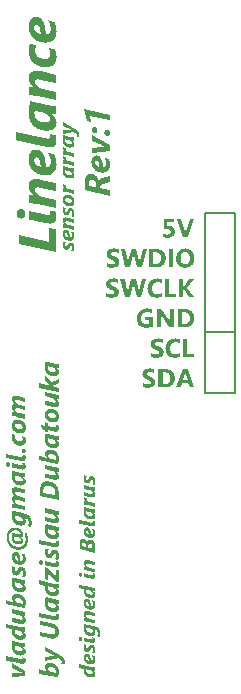
<source format=gto>
G04*
G04 #@! TF.GenerationSoftware,Altium Limited,Altium Designer,20.0.12 (288)*
G04*
G04 Layer_Color=65535*
%FSLAX44Y44*%
%MOMM*%
G71*
G01*
G75*
%ADD10C,0.2000*%
G36*
X279959Y545350D02*
X275933D01*
X270547Y561119D01*
X274378D01*
X277682Y550125D01*
Y550097D01*
X277738Y549986D01*
X277765Y549820D01*
X277821Y549598D01*
X277876Y549348D01*
X277932Y549098D01*
X277987Y548570D01*
X278071D01*
Y548598D01*
X278099Y548709D01*
Y548848D01*
X278154Y549042D01*
X278182Y549292D01*
X278237Y549542D01*
X278321Y549847D01*
X278404Y550181D01*
X281680Y561119D01*
X285400D01*
X279959Y545350D01*
D02*
G37*
G36*
X268243Y558287D02*
X262524D01*
X262330Y555122D01*
X262468D01*
X262635Y555150D01*
X263051D01*
X263301Y555178D01*
X263995D01*
X264190Y555150D01*
X264384D01*
X264606Y555122D01*
X265161Y555011D01*
X265772Y554872D01*
X266411Y554650D01*
X267021Y554317D01*
X267299Y554123D01*
X267577Y553901D01*
X267604Y553873D01*
X267632Y553845D01*
X267715Y553762D01*
X267799Y553679D01*
X268021Y553373D01*
X268271Y552985D01*
X268521Y552513D01*
X268743Y551930D01*
X268909Y551236D01*
X268937Y550875D01*
X268965Y550486D01*
Y550458D01*
Y550375D01*
Y550264D01*
X268937Y550097D01*
X268909Y549875D01*
X268881Y549653D01*
X268771Y549098D01*
X268576Y548487D01*
X268437Y548154D01*
X268271Y547849D01*
X268076Y547515D01*
X267882Y547210D01*
X267604Y546905D01*
X267327Y546599D01*
X267299Y546571D01*
X267243Y546544D01*
X267160Y546460D01*
X267021Y546377D01*
X266855Y546266D01*
X266660Y546127D01*
X266438Y545988D01*
X266161Y545850D01*
X265855Y545711D01*
X265522Y545572D01*
X265161Y545461D01*
X264773Y545322D01*
X264328Y545239D01*
X263884Y545156D01*
X263385Y545128D01*
X262885Y545100D01*
X262496D01*
X262302Y545128D01*
X262080D01*
X261552Y545183D01*
X260942Y545267D01*
X260303Y545378D01*
X259664Y545517D01*
X259054Y545739D01*
Y548709D01*
X259081D01*
X259137Y548681D01*
X259220Y548626D01*
X259331Y548570D01*
X259470Y548487D01*
X259664Y548404D01*
X260081Y548237D01*
X260608Y548043D01*
X261191Y547904D01*
X261830Y547793D01*
X262496Y547737D01*
X262718D01*
X262968Y547765D01*
X263274Y547821D01*
X263607Y547904D01*
X263968Y548015D01*
X264328Y548154D01*
X264634Y548376D01*
X264662Y548404D01*
X264745Y548487D01*
X264884Y548654D01*
X265023Y548848D01*
X265161Y549098D01*
X265300Y549403D01*
X265383Y549764D01*
X265411Y550153D01*
Y550181D01*
Y550264D01*
X265383Y550375D01*
X265356Y550514D01*
X265300Y550708D01*
X265245Y550902D01*
X265134Y551124D01*
X264995Y551347D01*
X264828Y551541D01*
X264606Y551763D01*
X264328Y551957D01*
X264023Y552152D01*
X263634Y552290D01*
X263190Y552402D01*
X262691Y552485D01*
X262108Y552513D01*
X261636D01*
X261302Y552485D01*
X260886Y552457D01*
X260414Y552429D01*
X259887Y552374D01*
X259303Y552318D01*
X259887Y561119D01*
X268243D01*
Y558287D01*
D02*
G37*
G36*
X248421Y434369D02*
X248754D01*
X249115Y434341D01*
X249503Y434285D01*
X249864Y434230D01*
X249920D01*
X250031Y434202D01*
X250198Y434174D01*
X250447Y434119D01*
X250697Y434063D01*
X251003Y433980D01*
X251613Y433786D01*
Y430482D01*
X251586D01*
X251558Y430537D01*
X251475Y430593D01*
X251364Y430648D01*
X251086Y430787D01*
X250753Y430954D01*
X250725D01*
X250669Y430982D01*
X250586Y431037D01*
X250447Y431093D01*
X250142Y431204D01*
X249781Y431315D01*
X249753D01*
X249698Y431343D01*
X249587Y431370D01*
X249476Y431398D01*
X249143Y431454D01*
X248782Y431509D01*
X248754D01*
X248698Y431537D01*
X248615D01*
X248504Y431565D01*
X248199Y431592D01*
X247505D01*
X247171Y431537D01*
X246783Y431481D01*
X246755D01*
X246700Y431454D01*
X246616Y431426D01*
X246477Y431398D01*
X246200Y431287D01*
X245922Y431148D01*
X245867Y431120D01*
X245728Y431009D01*
X245561Y430843D01*
X245395Y430621D01*
X245367Y430565D01*
X245311Y430426D01*
X245256Y430232D01*
X245228Y429982D01*
Y429954D01*
Y429927D01*
X245256Y429760D01*
X245311Y429538D01*
X245422Y429288D01*
X245478Y429233D01*
X245589Y429094D01*
X245783Y428899D01*
X246033Y428677D01*
X246061D01*
X246117Y428622D01*
X246172Y428566D01*
X246283Y428511D01*
X246588Y428316D01*
X246949Y428122D01*
X246977D01*
X247060Y428067D01*
X247171Y428039D01*
X247310Y427956D01*
X247505Y427872D01*
X247699Y427789D01*
X248199Y427595D01*
X248254Y427567D01*
X248365Y427511D01*
X248532Y427428D01*
X248754Y427345D01*
X249032Y427206D01*
X249309Y427067D01*
X249892Y426734D01*
X249920Y426706D01*
X250031Y426651D01*
X250170Y426567D01*
X250336Y426456D01*
X250781Y426123D01*
X251197Y425735D01*
X251225Y425707D01*
X251280Y425651D01*
X251391Y425513D01*
X251502Y425374D01*
X251641Y425179D01*
X251780Y424957D01*
X252030Y424458D01*
Y424430D01*
X252085Y424319D01*
X252113Y424180D01*
X252169Y423986D01*
X252224Y423736D01*
X252252Y423430D01*
X252307Y423125D01*
Y422764D01*
Y422736D01*
Y422709D01*
Y422542D01*
X252280Y422292D01*
X252252Y421987D01*
X252196Y421654D01*
X252085Y421265D01*
X251974Y420904D01*
X251808Y420543D01*
X251780Y420515D01*
X251724Y420404D01*
X251613Y420238D01*
X251447Y420043D01*
X251252Y419794D01*
X251030Y419571D01*
X250753Y419322D01*
X250447Y419100D01*
X250420Y419072D01*
X250309Y419016D01*
X250114Y418905D01*
X249864Y418794D01*
X249587Y418655D01*
X249254Y418544D01*
X248865Y418433D01*
X248449Y418322D01*
X248393D01*
X248254Y418294D01*
X248032Y418267D01*
X247727Y418211D01*
X247366Y418183D01*
X246949Y418128D01*
X246533Y418100D01*
X245589D01*
X245256Y418128D01*
X244867Y418156D01*
X244451Y418183D01*
X243562Y418294D01*
X243507D01*
X243368Y418322D01*
X243146Y418378D01*
X242868Y418461D01*
X242563Y418544D01*
X242230Y418655D01*
X241869Y418766D01*
X241536Y418933D01*
Y422459D01*
X241591Y422431D01*
X241702Y422320D01*
X241897Y422181D01*
X242174Y422015D01*
X242480Y421820D01*
X242813Y421598D01*
X243202Y421404D01*
X243618Y421237D01*
X243673Y421209D01*
X243812Y421182D01*
X244034Y421126D01*
X244340Y421043D01*
X244673Y420960D01*
X245061Y420904D01*
X245478Y420876D01*
X245894Y420849D01*
X246144D01*
X246283Y420876D01*
X246672Y420904D01*
X247060Y420960D01*
X247088D01*
X247144Y420987D01*
X247227Y421015D01*
X247366Y421043D01*
X247616Y421154D01*
X247893Y421293D01*
X247921D01*
X247949Y421320D01*
X248088Y421432D01*
X248254Y421598D01*
X248393Y421820D01*
Y421848D01*
X248421Y421876D01*
X248476Y422015D01*
X248532Y422209D01*
X248560Y422459D01*
Y422486D01*
Y422542D01*
Y422625D01*
X248532Y422736D01*
X248449Y422986D01*
X248282Y423264D01*
Y423292D01*
X248226Y423319D01*
X248088Y423486D01*
X247866Y423708D01*
X247560Y423958D01*
X247532Y423986D01*
X247477Y424013D01*
X247394Y424069D01*
X247255Y424152D01*
X247088Y424235D01*
X246922Y424347D01*
X246477Y424541D01*
X246450D01*
X246366Y424596D01*
X246255Y424652D01*
X246089Y424707D01*
X245894Y424818D01*
X245672Y424902D01*
X245145Y425124D01*
X245117D01*
X245061Y425152D01*
X244978Y425207D01*
X244839Y425263D01*
X244506Y425429D01*
X244090Y425651D01*
X243646Y425929D01*
X243202Y426262D01*
X242757Y426623D01*
X242369Y427012D01*
X242341Y427067D01*
X242230Y427206D01*
X242091Y427456D01*
X241924Y427761D01*
X241758Y428150D01*
X241619Y428622D01*
X241508Y429122D01*
X241480Y429705D01*
Y429732D01*
Y429760D01*
Y429899D01*
X241508Y430149D01*
X241536Y430426D01*
X241591Y430760D01*
X241702Y431120D01*
X241813Y431481D01*
X241980Y431815D01*
X242008Y431842D01*
X242063Y431953D01*
X242174Y432120D01*
X242341Y432342D01*
X242535Y432564D01*
X242757Y432786D01*
X243007Y433036D01*
X243312Y433258D01*
X243340Y433286D01*
X243479Y433341D01*
X243646Y433452D01*
X243895Y433591D01*
X244173Y433730D01*
X244506Y433869D01*
X244867Y434008D01*
X245284Y434119D01*
X245339D01*
X245478Y434174D01*
X245700Y434202D01*
X246005Y434258D01*
X246366Y434313D01*
X246783Y434341D01*
X247199Y434396D01*
X248115D01*
X248421Y434369D01*
D02*
G37*
G36*
X285400Y418350D02*
X281541D01*
X280403Y421848D01*
X274795D01*
X273684Y418350D01*
X269825D01*
X275572Y434119D01*
X279792D01*
X285400Y418350D01*
D02*
G37*
G36*
X260858Y434091D02*
X261053D01*
X261275Y434063D01*
X261525Y434035D01*
X261802Y434008D01*
X262441Y433897D01*
X263162Y433702D01*
X263912Y433480D01*
X264717Y433147D01*
X265494Y432758D01*
X265883Y432509D01*
X266244Y432231D01*
X266605Y431953D01*
X266966Y431620D01*
X267299Y431259D01*
X267604Y430871D01*
X267882Y430454D01*
X268132Y429982D01*
X268354Y429510D01*
X268548Y428955D01*
X268715Y428400D01*
X268826Y427789D01*
X268881Y427123D01*
X268909Y426429D01*
Y426401D01*
Y426262D01*
X268881Y426068D01*
Y425818D01*
X268826Y425513D01*
X268798Y425152D01*
X268715Y424735D01*
X268632Y424319D01*
X268493Y423847D01*
X268354Y423375D01*
X268160Y422875D01*
X267938Y422375D01*
X267688Y421903D01*
X267355Y421432D01*
X267021Y420960D01*
X266605Y420543D01*
X266577Y420515D01*
X266494Y420460D01*
X266383Y420349D01*
X266189Y420210D01*
X265966Y420043D01*
X265689Y419849D01*
X265356Y419655D01*
X264995Y419460D01*
X264578Y419238D01*
X264106Y419044D01*
X263607Y418850D01*
X263079Y418683D01*
X262496Y418544D01*
X261858Y418433D01*
X261191Y418378D01*
X260497Y418350D01*
X254917D01*
Y434119D01*
X260719D01*
X260858Y434091D01*
D02*
G37*
G36*
X255445Y459769D02*
X255778D01*
X256139Y459741D01*
X256527Y459685D01*
X256888Y459630D01*
X256944D01*
X257055Y459602D01*
X257221Y459574D01*
X257471Y459519D01*
X257721Y459463D01*
X258027Y459380D01*
X258637Y459186D01*
Y455882D01*
X258610D01*
X258582Y455938D01*
X258498Y455993D01*
X258387Y456049D01*
X258110Y456187D01*
X257777Y456354D01*
X257749D01*
X257693Y456382D01*
X257610Y456437D01*
X257471Y456493D01*
X257166Y456604D01*
X256805Y456715D01*
X256777D01*
X256722Y456743D01*
X256611Y456770D01*
X256500Y456798D01*
X256166Y456854D01*
X255805Y456909D01*
X255778D01*
X255722Y456937D01*
X255639D01*
X255528Y456965D01*
X255222Y456992D01*
X254528D01*
X254195Y456937D01*
X253807Y456881D01*
X253779D01*
X253723Y456854D01*
X253640Y456826D01*
X253501Y456798D01*
X253224Y456687D01*
X252946Y456548D01*
X252890Y456521D01*
X252752Y456409D01*
X252585Y456243D01*
X252418Y456021D01*
X252391Y455965D01*
X252335Y455826D01*
X252280Y455632D01*
X252252Y455382D01*
Y455354D01*
Y455327D01*
X252280Y455160D01*
X252335Y454938D01*
X252446Y454688D01*
X252502Y454633D01*
X252613Y454494D01*
X252807Y454300D01*
X253057Y454077D01*
X253085D01*
X253140Y454022D01*
X253196Y453966D01*
X253307Y453911D01*
X253612Y453717D01*
X253973Y453522D01*
X254001D01*
X254084Y453467D01*
X254195Y453439D01*
X254334Y453356D01*
X254528Y453272D01*
X254723Y453189D01*
X255222Y452995D01*
X255278Y452967D01*
X255389Y452911D01*
X255556Y452828D01*
X255778Y452745D01*
X256055Y452606D01*
X256333Y452467D01*
X256916Y452134D01*
X256944Y452106D01*
X257055Y452051D01*
X257194Y451968D01*
X257360Y451856D01*
X257804Y451523D01*
X258221Y451135D01*
X258249Y451107D01*
X258304Y451051D01*
X258415Y450913D01*
X258526Y450774D01*
X258665Y450579D01*
X258804Y450357D01*
X259054Y449858D01*
Y449830D01*
X259109Y449719D01*
X259137Y449580D01*
X259193Y449386D01*
X259248Y449136D01*
X259276Y448830D01*
X259331Y448525D01*
Y448164D01*
Y448136D01*
Y448109D01*
Y447942D01*
X259303Y447692D01*
X259276Y447387D01*
X259220Y447054D01*
X259109Y446665D01*
X258998Y446304D01*
X258832Y445943D01*
X258804Y445915D01*
X258748Y445804D01*
X258637Y445638D01*
X258471Y445443D01*
X258276Y445193D01*
X258054Y444971D01*
X257777Y444722D01*
X257471Y444500D01*
X257444Y444472D01*
X257332Y444416D01*
X257138Y444305D01*
X256888Y444194D01*
X256611Y444055D01*
X256278Y443944D01*
X255889Y443833D01*
X255472Y443722D01*
X255417D01*
X255278Y443694D01*
X255056Y443667D01*
X254750Y443611D01*
X254390Y443583D01*
X253973Y443528D01*
X253557Y443500D01*
X252613D01*
X252280Y443528D01*
X251891Y443556D01*
X251475Y443583D01*
X250586Y443694D01*
X250531D01*
X250392Y443722D01*
X250170Y443778D01*
X249892Y443861D01*
X249587Y443944D01*
X249254Y444055D01*
X248893Y444166D01*
X248560Y444333D01*
Y447859D01*
X248615Y447831D01*
X248726Y447720D01*
X248920Y447581D01*
X249198Y447415D01*
X249503Y447220D01*
X249837Y446998D01*
X250225Y446804D01*
X250642Y446637D01*
X250697Y446609D01*
X250836Y446582D01*
X251058Y446526D01*
X251364Y446443D01*
X251697Y446359D01*
X252085Y446304D01*
X252502Y446276D01*
X252918Y446249D01*
X253168D01*
X253307Y446276D01*
X253696Y446304D01*
X254084Y446359D01*
X254112D01*
X254167Y446387D01*
X254251Y446415D01*
X254390Y446443D01*
X254639Y446554D01*
X254917Y446693D01*
X254945D01*
X254973Y446720D01*
X255112Y446832D01*
X255278Y446998D01*
X255417Y447220D01*
Y447248D01*
X255445Y447276D01*
X255500Y447415D01*
X255556Y447609D01*
X255583Y447859D01*
Y447887D01*
Y447942D01*
Y448025D01*
X255556Y448136D01*
X255472Y448386D01*
X255306Y448664D01*
Y448692D01*
X255250Y448719D01*
X255112Y448886D01*
X254889Y449108D01*
X254584Y449358D01*
X254556Y449386D01*
X254501Y449413D01*
X254417Y449469D01*
X254279Y449552D01*
X254112Y449636D01*
X253945Y449747D01*
X253501Y449941D01*
X253473D01*
X253390Y449996D01*
X253279Y450052D01*
X253113Y450107D01*
X252918Y450219D01*
X252696Y450302D01*
X252169Y450524D01*
X252141D01*
X252085Y450552D01*
X252002Y450607D01*
X251863Y450663D01*
X251530Y450829D01*
X251114Y451051D01*
X250669Y451329D01*
X250225Y451662D01*
X249781Y452023D01*
X249392Y452412D01*
X249365Y452467D01*
X249254Y452606D01*
X249115Y452856D01*
X248948Y453161D01*
X248782Y453550D01*
X248643Y454022D01*
X248532Y454522D01*
X248504Y455105D01*
Y455132D01*
Y455160D01*
Y455299D01*
X248532Y455549D01*
X248560Y455826D01*
X248615Y456160D01*
X248726Y456521D01*
X248837Y456881D01*
X249004Y457215D01*
X249032Y457242D01*
X249087Y457353D01*
X249198Y457520D01*
X249365Y457742D01*
X249559Y457964D01*
X249781Y458186D01*
X250031Y458436D01*
X250336Y458658D01*
X250364Y458686D01*
X250503Y458741D01*
X250669Y458853D01*
X250919Y458991D01*
X251197Y459130D01*
X251530Y459269D01*
X251891Y459408D01*
X252307Y459519D01*
X252363D01*
X252502Y459574D01*
X252724Y459602D01*
X253029Y459658D01*
X253390Y459713D01*
X253807Y459741D01*
X254223Y459796D01*
X255139D01*
X255445Y459769D01*
D02*
G37*
G36*
X269937D02*
X270159D01*
X270714Y459713D01*
X271325Y459658D01*
X271963Y459547D01*
X272629Y459408D01*
X273240Y459213D01*
Y455771D01*
X273212D01*
X273157Y455799D01*
X273074Y455854D01*
X272962Y455910D01*
X272824Y455993D01*
X272629Y456076D01*
X272185Y456243D01*
X271658Y456409D01*
X271047Y456576D01*
X270381Y456687D01*
X269631Y456715D01*
X269409D01*
X269270Y456687D01*
X269076D01*
X268854Y456632D01*
X268354Y456548D01*
X267771Y456382D01*
X267188Y456132D01*
X266883Y455965D01*
X266605Y455799D01*
X266327Y455577D01*
X266050Y455327D01*
X266022Y455299D01*
X265994Y455271D01*
X265939Y455188D01*
X265828Y455077D01*
X265744Y454938D01*
X265633Y454771D01*
X265494Y454549D01*
X265383Y454327D01*
X265245Y454077D01*
X265134Y453800D01*
X264911Y453161D01*
X264745Y452412D01*
X264717Y451995D01*
X264689Y451551D01*
Y451523D01*
Y451440D01*
Y451329D01*
X264717Y451162D01*
Y450968D01*
X264745Y450746D01*
X264856Y450219D01*
X264995Y449636D01*
X265217Y449025D01*
X265550Y448442D01*
X265744Y448164D01*
X265966Y447887D01*
X265994Y447859D01*
X266022Y447831D01*
X266105Y447775D01*
X266189Y447664D01*
X266327Y447581D01*
X266494Y447470D01*
X266883Y447220D01*
X267382Y446970D01*
X267965Y446748D01*
X268659Y446582D01*
X269048Y446554D01*
X269437Y446526D01*
X269631D01*
X269798Y446554D01*
X269964D01*
X270186Y446582D01*
X270686Y446665D01*
X271269Y446776D01*
X271908Y446970D01*
X272574Y447220D01*
X273240Y447553D01*
Y444305D01*
X273212D01*
X273157Y444277D01*
X273074Y444222D01*
X272935Y444194D01*
X272768Y444111D01*
X272546Y444055D01*
X272296Y443972D01*
X272046Y443917D01*
X271713Y443833D01*
X271380Y443750D01*
X271019Y443694D01*
X270630Y443639D01*
X270186Y443583D01*
X269742Y443528D01*
X268743Y443500D01*
X268576D01*
X268382Y443528D01*
X268132D01*
X267826Y443556D01*
X267493Y443611D01*
X267077Y443667D01*
X266660Y443778D01*
X266216Y443889D01*
X265744Y444027D01*
X265272Y444194D01*
X264800Y444388D01*
X264328Y444638D01*
X263857Y444916D01*
X263440Y445249D01*
X263024Y445610D01*
X262996Y445638D01*
X262940Y445721D01*
X262829Y445832D01*
X262691Y445999D01*
X262552Y446221D01*
X262357Y446471D01*
X262191Y446776D01*
X261996Y447109D01*
X261802Y447498D01*
X261608Y447914D01*
X261413Y448386D01*
X261275Y448886D01*
X261136Y449441D01*
X261025Y450024D01*
X260969Y450635D01*
X260942Y451273D01*
Y451329D01*
Y451440D01*
X260969Y451634D01*
Y451912D01*
X261025Y452217D01*
X261053Y452606D01*
X261136Y453022D01*
X261247Y453467D01*
X261358Y453939D01*
X261525Y454438D01*
X261691Y454966D01*
X261913Y455466D01*
X262191Y455993D01*
X262496Y456493D01*
X262857Y456992D01*
X263274Y457437D01*
X263301Y457464D01*
X263385Y457548D01*
X263523Y457659D01*
X263690Y457798D01*
X263940Y457992D01*
X264217Y458186D01*
X264551Y458408D01*
X264911Y458630D01*
X265328Y458825D01*
X265772Y459047D01*
X266272Y459241D01*
X266827Y459436D01*
X267410Y459574D01*
X268021Y459685D01*
X268659Y459769D01*
X269354Y459796D01*
X269742D01*
X269937Y459769D01*
D02*
G37*
G36*
X279570Y446609D02*
X285400D01*
Y443750D01*
X276016D01*
Y459519D01*
X279570D01*
Y446609D01*
D02*
G37*
G36*
X245978Y485169D02*
X246227D01*
X246533Y485141D01*
X246838Y485113D01*
X247532Y485030D01*
X248282Y484891D01*
X249032Y484725D01*
X249781Y484502D01*
Y481143D01*
X249753D01*
X249698Y481199D01*
X249587Y481254D01*
X249448Y481310D01*
X249281Y481393D01*
X249059Y481476D01*
X248809Y481587D01*
X248532Y481698D01*
X248226Y481782D01*
X247893Y481893D01*
X247505Y481976D01*
X247116Y482059D01*
X246255Y482170D01*
X245311Y482226D01*
X245089D01*
X244951Y482198D01*
X244756Y482170D01*
X244534Y482143D01*
X244034Y482059D01*
X243451Y481865D01*
X242841Y481615D01*
X242563Y481449D01*
X242258Y481254D01*
X241980Y481032D01*
X241702Y480782D01*
X241674Y480755D01*
X241647Y480727D01*
X241563Y480643D01*
X241480Y480532D01*
X241369Y480366D01*
X241258Y480199D01*
X241147Y480005D01*
X241008Y479755D01*
X240869Y479505D01*
X240758Y479200D01*
X240536Y478561D01*
X240370Y477812D01*
X240342Y477395D01*
X240314Y476951D01*
Y476923D01*
Y476840D01*
Y476729D01*
X240342Y476562D01*
Y476340D01*
X240370Y476118D01*
X240481Y475563D01*
X240620Y474952D01*
X240842Y474341D01*
X241147Y473731D01*
X241341Y473425D01*
X241563Y473175D01*
X241591Y473148D01*
X241619Y473120D01*
X241702Y473064D01*
X241786Y472981D01*
X242063Y472759D01*
X242452Y472509D01*
X242924Y472259D01*
X243507Y472065D01*
X244173Y471898D01*
X244534Y471871D01*
X244923Y471843D01*
X245145D01*
X245367Y471871D01*
X245644Y471898D01*
X245978Y471926D01*
X246311Y472009D01*
X246644Y472093D01*
X246949Y472204D01*
Y475285D01*
X243785D01*
Y478117D01*
X250503D01*
Y470205D01*
X250475D01*
X250392Y470149D01*
X250281Y470094D01*
X250086Y470010D01*
X249864Y469899D01*
X249587Y469788D01*
X249281Y469677D01*
X248920Y469566D01*
X248532Y469427D01*
X248088Y469316D01*
X247616Y469205D01*
X247116Y469094D01*
X246561Y469011D01*
X246005Y468956D01*
X245395Y468928D01*
X244756Y468900D01*
X244590D01*
X244395Y468928D01*
X244118D01*
X243812Y468956D01*
X243451Y469011D01*
X243035Y469067D01*
X242591Y469150D01*
X242119Y469261D01*
X241619Y469400D01*
X241119Y469566D01*
X240620Y469788D01*
X240120Y470010D01*
X239648Y470288D01*
X239176Y470621D01*
X238759Y470982D01*
X238732Y471010D01*
X238676Y471093D01*
X238565Y471204D01*
X238426Y471371D01*
X238260Y471593D01*
X238065Y471843D01*
X237871Y472148D01*
X237677Y472481D01*
X237455Y472870D01*
X237260Y473314D01*
X237066Y473786D01*
X236899Y474314D01*
X236761Y474869D01*
X236650Y475480D01*
X236594Y476118D01*
X236566Y476785D01*
Y476840D01*
Y476951D01*
X236594Y477145D01*
Y477395D01*
X236650Y477728D01*
X236705Y478089D01*
X236761Y478506D01*
X236872Y478950D01*
X236983Y479394D01*
X237149Y479894D01*
X237344Y480394D01*
X237566Y480921D01*
X237843Y481421D01*
X238176Y481921D01*
X238537Y482393D01*
X238954Y482837D01*
X238982Y482864D01*
X239065Y482948D01*
X239204Y483059D01*
X239398Y483198D01*
X239648Y483392D01*
X239925Y483586D01*
X240259Y483808D01*
X240647Y484030D01*
X241091Y484225D01*
X241563Y484447D01*
X242091Y484641D01*
X242674Y484836D01*
X243285Y484974D01*
X243923Y485085D01*
X244617Y485169D01*
X245339Y485196D01*
X245756D01*
X245978Y485169D01*
D02*
G37*
G36*
X267771Y469150D02*
X264190D01*
X257666Y479061D01*
X257638Y479089D01*
X257582Y479200D01*
X257471Y479366D01*
X257360Y479561D01*
X257110Y479977D01*
X256999Y480172D01*
X256888Y480366D01*
X256833D01*
Y480338D01*
X256861Y480199D01*
Y480005D01*
X256888Y479727D01*
Y479366D01*
X256916Y478950D01*
Y478423D01*
Y477812D01*
Y469150D01*
X253584D01*
Y484919D01*
X257416D01*
X263662Y475313D01*
X263690Y475285D01*
X263745Y475202D01*
X263829Y475091D01*
X263940Y474924D01*
X264051Y474730D01*
X264190Y474508D01*
X264467Y474036D01*
X264495D01*
Y474064D01*
Y474147D01*
X264467Y474286D01*
Y474508D01*
X264440Y474786D01*
Y475174D01*
X264412Y475646D01*
Y476202D01*
Y484919D01*
X267771D01*
Y469150D01*
D02*
G37*
G36*
X277349Y484891D02*
X277543D01*
X277765Y484863D01*
X278015Y484836D01*
X278293Y484808D01*
X278931Y484697D01*
X279653Y484502D01*
X280403Y484280D01*
X281208Y483947D01*
X281985Y483559D01*
X282374Y483309D01*
X282735Y483031D01*
X283096Y482753D01*
X283457Y482420D01*
X283790Y482059D01*
X284095Y481671D01*
X284373Y481254D01*
X284623Y480782D01*
X284845Y480310D01*
X285039Y479755D01*
X285206Y479200D01*
X285317Y478589D01*
X285372Y477923D01*
X285400Y477229D01*
Y477201D01*
Y477062D01*
X285372Y476868D01*
Y476618D01*
X285317Y476312D01*
X285289Y475952D01*
X285206Y475535D01*
X285122Y475119D01*
X284984Y474647D01*
X284845Y474175D01*
X284650Y473675D01*
X284428Y473175D01*
X284179Y472703D01*
X283845Y472231D01*
X283512Y471759D01*
X283096Y471343D01*
X283068Y471315D01*
X282985Y471260D01*
X282874Y471149D01*
X282679Y471010D01*
X282457Y470843D01*
X282180Y470649D01*
X281847Y470455D01*
X281486Y470260D01*
X281069Y470038D01*
X280597Y469844D01*
X280097Y469650D01*
X279570Y469483D01*
X278987Y469344D01*
X278348Y469233D01*
X277682Y469178D01*
X276988Y469150D01*
X271408D01*
Y484919D01*
X277210D01*
X277349Y484891D01*
D02*
G37*
G36*
X217549Y510569D02*
X217882D01*
X218243Y510541D01*
X218632Y510485D01*
X218993Y510430D01*
X219048D01*
X219159Y510402D01*
X219326Y510374D01*
X219576Y510319D01*
X219826Y510263D01*
X220131Y510180D01*
X220742Y509986D01*
Y506682D01*
X220714D01*
X220686Y506738D01*
X220603Y506793D01*
X220492Y506848D01*
X220214Y506987D01*
X219881Y507154D01*
X219853D01*
X219798Y507182D01*
X219715Y507237D01*
X219576Y507293D01*
X219270Y507404D01*
X218909Y507515D01*
X218882D01*
X218826Y507543D01*
X218715Y507570D01*
X218604Y507598D01*
X218271Y507654D01*
X217910Y507709D01*
X217882D01*
X217827Y507737D01*
X217743D01*
X217633Y507765D01*
X217327Y507793D01*
X216633D01*
X216300Y507737D01*
X215911Y507681D01*
X215884D01*
X215828Y507654D01*
X215745Y507626D01*
X215606Y507598D01*
X215328Y507487D01*
X215051Y507348D01*
X214995Y507321D01*
X214856Y507210D01*
X214690Y507043D01*
X214523Y506821D01*
X214495Y506765D01*
X214440Y506626D01*
X214384Y506432D01*
X214356Y506182D01*
Y506155D01*
Y506127D01*
X214384Y505960D01*
X214440Y505738D01*
X214551Y505488D01*
X214606Y505433D01*
X214718Y505294D01*
X214912Y505099D01*
X215162Y504877D01*
X215189D01*
X215245Y504822D01*
X215301Y504766D01*
X215411Y504711D01*
X215717Y504516D01*
X216078Y504322D01*
X216106D01*
X216189Y504267D01*
X216300Y504239D01*
X216439Y504156D01*
X216633Y504072D01*
X216827Y503989D01*
X217327Y503795D01*
X217383Y503767D01*
X217494Y503711D01*
X217660Y503628D01*
X217882Y503545D01*
X218160Y503406D01*
X218438Y503267D01*
X219021Y502934D01*
X219048Y502906D01*
X219159Y502851D01*
X219298Y502767D01*
X219465Y502656D01*
X219909Y502323D01*
X220325Y501935D01*
X220353Y501907D01*
X220409Y501851D01*
X220520Y501712D01*
X220631Y501574D01*
X220770Y501379D01*
X220908Y501157D01*
X221158Y500658D01*
Y500630D01*
X221214Y500519D01*
X221242Y500380D01*
X221297Y500186D01*
X221353Y499936D01*
X221380Y499630D01*
X221436Y499325D01*
Y498964D01*
Y498936D01*
Y498909D01*
Y498742D01*
X221408Y498492D01*
X221380Y498187D01*
X221325Y497854D01*
X221214Y497465D01*
X221103Y497104D01*
X220936Y496743D01*
X220908Y496715D01*
X220853Y496604D01*
X220742Y496438D01*
X220575Y496243D01*
X220381Y495993D01*
X220159Y495771D01*
X219881Y495522D01*
X219576Y495299D01*
X219548Y495272D01*
X219437Y495216D01*
X219243Y495105D01*
X218993Y494994D01*
X218715Y494855D01*
X218382Y494744D01*
X217993Y494633D01*
X217577Y494522D01*
X217521D01*
X217383Y494494D01*
X217160Y494467D01*
X216855Y494411D01*
X216494Y494383D01*
X216078Y494328D01*
X215661Y494300D01*
X214718D01*
X214384Y494328D01*
X213996Y494356D01*
X213579Y494383D01*
X212691Y494494D01*
X212635D01*
X212496Y494522D01*
X212274Y494578D01*
X211997Y494661D01*
X211691Y494744D01*
X211358Y494855D01*
X210997Y494966D01*
X210664Y495133D01*
Y498659D01*
X210720Y498631D01*
X210831Y498520D01*
X211025Y498381D01*
X211303Y498214D01*
X211608Y498020D01*
X211941Y497798D01*
X212330Y497604D01*
X212746Y497437D01*
X212802Y497409D01*
X212941Y497382D01*
X213163Y497326D01*
X213468Y497243D01*
X213801Y497160D01*
X214190Y497104D01*
X214606Y497076D01*
X215023Y497048D01*
X215273D01*
X215411Y497076D01*
X215800Y497104D01*
X216189Y497160D01*
X216217D01*
X216272Y497187D01*
X216355Y497215D01*
X216494Y497243D01*
X216744Y497354D01*
X217022Y497493D01*
X217050D01*
X217077Y497520D01*
X217216Y497631D01*
X217383Y497798D01*
X217521Y498020D01*
Y498048D01*
X217549Y498076D01*
X217605Y498214D01*
X217660Y498409D01*
X217688Y498659D01*
Y498686D01*
Y498742D01*
Y498825D01*
X217660Y498936D01*
X217577Y499186D01*
X217410Y499464D01*
Y499492D01*
X217355Y499519D01*
X217216Y499686D01*
X216994Y499908D01*
X216689Y500158D01*
X216661Y500186D01*
X216605Y500213D01*
X216522Y500269D01*
X216383Y500352D01*
X216217Y500435D01*
X216050Y500546D01*
X215606Y500741D01*
X215578D01*
X215495Y500796D01*
X215384Y500852D01*
X215217Y500907D01*
X215023Y501018D01*
X214801Y501102D01*
X214273Y501324D01*
X214245D01*
X214190Y501352D01*
X214107Y501407D01*
X213968Y501463D01*
X213635Y501629D01*
X213218Y501851D01*
X212774Y502129D01*
X212330Y502462D01*
X211886Y502823D01*
X211497Y503212D01*
X211469Y503267D01*
X211358Y503406D01*
X211219Y503656D01*
X211053Y503961D01*
X210886Y504350D01*
X210748Y504822D01*
X210636Y505322D01*
X210609Y505905D01*
Y505932D01*
Y505960D01*
Y506099D01*
X210636Y506349D01*
X210664Y506626D01*
X210720Y506960D01*
X210831Y507321D01*
X210942Y507681D01*
X211108Y508015D01*
X211136Y508042D01*
X211192Y508153D01*
X211303Y508320D01*
X211469Y508542D01*
X211664Y508764D01*
X211886Y508986D01*
X212136Y509236D01*
X212441Y509458D01*
X212469Y509486D01*
X212607Y509542D01*
X212774Y509652D01*
X213024Y509791D01*
X213302Y509930D01*
X213635Y510069D01*
X213996Y510208D01*
X214412Y510319D01*
X214468D01*
X214606Y510374D01*
X214828Y510402D01*
X215134Y510458D01*
X215495Y510513D01*
X215911Y510541D01*
X216328Y510596D01*
X217244D01*
X217549Y510569D01*
D02*
G37*
G36*
X254695D02*
X254917D01*
X255472Y510513D01*
X256083Y510458D01*
X256722Y510347D01*
X257388Y510208D01*
X257999Y510013D01*
Y506571D01*
X257971D01*
X257915Y506599D01*
X257832Y506654D01*
X257721Y506710D01*
X257582Y506793D01*
X257388Y506876D01*
X256944Y507043D01*
X256416Y507210D01*
X255805Y507376D01*
X255139Y507487D01*
X254390Y507515D01*
X254167D01*
X254029Y507487D01*
X253834D01*
X253612Y507431D01*
X253113Y507348D01*
X252530Y507182D01*
X251947Y506932D01*
X251641Y506765D01*
X251364Y506599D01*
X251086Y506377D01*
X250808Y506127D01*
X250781Y506099D01*
X250753Y506071D01*
X250697Y505988D01*
X250586Y505877D01*
X250503Y505738D01*
X250392Y505572D01*
X250253Y505349D01*
X250142Y505127D01*
X250003Y504877D01*
X249892Y504600D01*
X249670Y503961D01*
X249503Y503212D01*
X249476Y502795D01*
X249448Y502351D01*
Y502323D01*
Y502240D01*
Y502129D01*
X249476Y501962D01*
Y501768D01*
X249503Y501546D01*
X249615Y501018D01*
X249753Y500435D01*
X249975Y499825D01*
X250309Y499242D01*
X250503Y498964D01*
X250725Y498686D01*
X250753Y498659D01*
X250781Y498631D01*
X250864Y498575D01*
X250947Y498464D01*
X251086Y498381D01*
X251252Y498270D01*
X251641Y498020D01*
X252141Y497770D01*
X252724Y497548D01*
X253418Y497382D01*
X253807Y497354D01*
X254195Y497326D01*
X254390D01*
X254556Y497354D01*
X254723D01*
X254945Y497382D01*
X255445Y497465D01*
X256028Y497576D01*
X256666Y497770D01*
X257332Y498020D01*
X257999Y498353D01*
Y495105D01*
X257971D01*
X257915Y495077D01*
X257832Y495022D01*
X257693Y494994D01*
X257527Y494911D01*
X257305Y494855D01*
X257055Y494772D01*
X256805Y494716D01*
X256472Y494633D01*
X256139Y494550D01*
X255778Y494494D01*
X255389Y494439D01*
X254945Y494383D01*
X254501Y494328D01*
X253501Y494300D01*
X253335D01*
X253140Y494328D01*
X252890D01*
X252585Y494356D01*
X252252Y494411D01*
X251835Y494467D01*
X251419Y494578D01*
X250975Y494689D01*
X250503Y494827D01*
X250031Y494994D01*
X249559Y495188D01*
X249087Y495438D01*
X248615Y495716D01*
X248199Y496049D01*
X247782Y496410D01*
X247754Y496438D01*
X247699Y496521D01*
X247588Y496632D01*
X247449Y496799D01*
X247310Y497021D01*
X247116Y497271D01*
X246949Y497576D01*
X246755Y497909D01*
X246561Y498298D01*
X246366Y498714D01*
X246172Y499186D01*
X246033Y499686D01*
X245894Y500241D01*
X245783Y500824D01*
X245728Y501435D01*
X245700Y502073D01*
Y502129D01*
Y502240D01*
X245728Y502434D01*
Y502712D01*
X245783Y503017D01*
X245811Y503406D01*
X245894Y503823D01*
X246005Y504267D01*
X246117Y504739D01*
X246283Y505238D01*
X246450Y505766D01*
X246672Y506265D01*
X246949Y506793D01*
X247255Y507293D01*
X247616Y507793D01*
X248032Y508237D01*
X248060Y508264D01*
X248143Y508348D01*
X248282Y508459D01*
X248449Y508598D01*
X248698Y508792D01*
X248976Y508986D01*
X249309Y509208D01*
X249670Y509430D01*
X250086Y509625D01*
X250531Y509847D01*
X251030Y510041D01*
X251586Y510235D01*
X252169Y510374D01*
X252779Y510485D01*
X253418Y510569D01*
X254112Y510596D01*
X254501D01*
X254695Y510569D01*
D02*
G37*
G36*
X279431Y502795D02*
X285400Y494550D01*
X280903Y494550D01*
X276322Y501407D01*
X276294Y501463D01*
X276266Y501518D01*
X276211Y501601D01*
X276155Y501712D01*
X276100Y501851D01*
X276016Y502046D01*
X275905Y502268D01*
X275850D01*
Y494550D01*
X272296D01*
Y510319D01*
X275850D01*
Y502851D01*
X275905D01*
Y502878D01*
X275933Y502906D01*
X275961Y502990D01*
X275989Y503073D01*
X276127Y503350D01*
X276322Y503739D01*
X280680Y510319D01*
X284928Y510319D01*
X279431Y502795D01*
D02*
G37*
G36*
X240508Y494550D02*
X236566D01*
X233957Y504655D01*
Y504683D01*
X233929Y504794D01*
X233873Y504961D01*
X233846Y505183D01*
X233790Y505433D01*
X233762Y505738D01*
X233735Y506071D01*
X233707Y506432D01*
X233651D01*
Y506377D01*
X233624Y506265D01*
X233596Y506043D01*
X233568Y505794D01*
X233540Y505516D01*
X233485Y505238D01*
X233429Y504933D01*
X233374Y504655D01*
X230681Y494550D01*
X226572D01*
X222435Y510319D01*
X226322D01*
X228543Y499797D01*
Y499769D01*
X228571Y499686D01*
X228599Y499519D01*
X228626Y499325D01*
X228654Y499075D01*
X228682Y498742D01*
X228710Y498409D01*
X228737Y497992D01*
X228821D01*
Y498020D01*
Y498131D01*
X228848Y498326D01*
X228876Y498548D01*
X228904Y498825D01*
X228960Y499131D01*
X229043Y499492D01*
X229126Y499852D01*
X231985Y510319D01*
X235789D01*
X238399Y499714D01*
Y499686D01*
X238426Y499603D01*
X238454Y499464D01*
X238482Y499297D01*
X238510Y499047D01*
X238565Y498742D01*
X238593Y498409D01*
X238648Y498020D01*
X238676D01*
Y498048D01*
Y498187D01*
X238704Y498353D01*
X238732Y498575D01*
X238759Y498853D01*
X238815Y499158D01*
X238926Y499797D01*
X241091Y510319D01*
X244673D01*
X240508Y494550D01*
D02*
G37*
G36*
X264328Y497409D02*
X270159D01*
Y494550D01*
X260775D01*
Y510319D01*
X264328D01*
Y497409D01*
D02*
G37*
G36*
X218021Y535969D02*
X218354D01*
X218715Y535941D01*
X219104Y535885D01*
X219465Y535830D01*
X219520D01*
X219631Y535802D01*
X219798Y535774D01*
X220048Y535719D01*
X220298Y535663D01*
X220603Y535580D01*
X221214Y535386D01*
Y532082D01*
X221186D01*
X221158Y532137D01*
X221075Y532193D01*
X220964Y532248D01*
X220686Y532387D01*
X220353Y532554D01*
X220325D01*
X220270Y532582D01*
X220187Y532637D01*
X220048Y532693D01*
X219742Y532804D01*
X219382Y532915D01*
X219354D01*
X219298Y532943D01*
X219187Y532970D01*
X219076Y532998D01*
X218743Y533054D01*
X218382Y533109D01*
X218354D01*
X218299Y533137D01*
X218216D01*
X218104Y533165D01*
X217799Y533192D01*
X217105D01*
X216772Y533137D01*
X216383Y533081D01*
X216355D01*
X216300Y533054D01*
X216217Y533026D01*
X216078Y532998D01*
X215800Y532887D01*
X215523Y532748D01*
X215467Y532720D01*
X215328Y532609D01*
X215162Y532443D01*
X214995Y532221D01*
X214967Y532165D01*
X214912Y532026D01*
X214856Y531832D01*
X214828Y531582D01*
Y531554D01*
Y531527D01*
X214856Y531360D01*
X214912Y531138D01*
X215023Y530888D01*
X215078Y530833D01*
X215189Y530694D01*
X215384Y530499D01*
X215634Y530277D01*
X215661D01*
X215717Y530222D01*
X215772Y530166D01*
X215884Y530111D01*
X216189Y529916D01*
X216550Y529722D01*
X216577D01*
X216661Y529667D01*
X216772Y529639D01*
X216911Y529556D01*
X217105Y529472D01*
X217299Y529389D01*
X217799Y529195D01*
X217855Y529167D01*
X217966Y529111D01*
X218132Y529028D01*
X218354Y528945D01*
X218632Y528806D01*
X218909Y528667D01*
X219493Y528334D01*
X219520Y528306D01*
X219631Y528251D01*
X219770Y528167D01*
X219937Y528056D01*
X220381Y527723D01*
X220797Y527335D01*
X220825Y527307D01*
X220881Y527251D01*
X220992Y527113D01*
X221103Y526974D01*
X221242Y526779D01*
X221380Y526557D01*
X221630Y526058D01*
Y526030D01*
X221686Y525919D01*
X221714Y525780D01*
X221769Y525586D01*
X221825Y525336D01*
X221852Y525030D01*
X221908Y524725D01*
Y524364D01*
Y524336D01*
Y524309D01*
Y524142D01*
X221880Y523892D01*
X221852Y523587D01*
X221797Y523254D01*
X221686Y522865D01*
X221575Y522504D01*
X221408Y522143D01*
X221380Y522115D01*
X221325Y522004D01*
X221214Y521838D01*
X221047Y521643D01*
X220853Y521394D01*
X220631Y521171D01*
X220353Y520922D01*
X220048Y520700D01*
X220020Y520672D01*
X219909Y520616D01*
X219715Y520505D01*
X219465Y520394D01*
X219187Y520255D01*
X218854Y520144D01*
X218465Y520033D01*
X218049Y519922D01*
X217993D01*
X217855Y519894D01*
X217633Y519867D01*
X217327Y519811D01*
X216966Y519783D01*
X216550Y519728D01*
X216133Y519700D01*
X215189D01*
X214856Y519728D01*
X214468Y519756D01*
X214051Y519783D01*
X213163Y519894D01*
X213107D01*
X212968Y519922D01*
X212746Y519978D01*
X212469Y520061D01*
X212163Y520144D01*
X211830Y520255D01*
X211469Y520366D01*
X211136Y520533D01*
Y524059D01*
X211192Y524031D01*
X211303Y523920D01*
X211497Y523781D01*
X211775Y523615D01*
X212080Y523420D01*
X212413Y523198D01*
X212802Y523004D01*
X213218Y522837D01*
X213274Y522809D01*
X213413Y522782D01*
X213635Y522726D01*
X213940Y522643D01*
X214273Y522560D01*
X214662Y522504D01*
X215078Y522476D01*
X215495Y522449D01*
X215745D01*
X215884Y522476D01*
X216272Y522504D01*
X216661Y522560D01*
X216689D01*
X216744Y522587D01*
X216827Y522615D01*
X216966Y522643D01*
X217216Y522754D01*
X217494Y522893D01*
X217521D01*
X217549Y522920D01*
X217688Y523032D01*
X217855Y523198D01*
X217993Y523420D01*
Y523448D01*
X218021Y523476D01*
X218077Y523615D01*
X218132Y523809D01*
X218160Y524059D01*
Y524086D01*
Y524142D01*
Y524225D01*
X218132Y524336D01*
X218049Y524586D01*
X217882Y524864D01*
Y524892D01*
X217827Y524919D01*
X217688Y525086D01*
X217466Y525308D01*
X217160Y525558D01*
X217133Y525586D01*
X217077Y525613D01*
X216994Y525669D01*
X216855Y525752D01*
X216689Y525835D01*
X216522Y525947D01*
X216078Y526141D01*
X216050D01*
X215967Y526196D01*
X215856Y526252D01*
X215689Y526307D01*
X215495Y526418D01*
X215273Y526502D01*
X214745Y526724D01*
X214718D01*
X214662Y526752D01*
X214579Y526807D01*
X214440Y526863D01*
X214107Y527029D01*
X213690Y527251D01*
X213246Y527529D01*
X212802Y527862D01*
X212358Y528223D01*
X211969Y528612D01*
X211941Y528667D01*
X211830Y528806D01*
X211691Y529056D01*
X211525Y529361D01*
X211358Y529750D01*
X211219Y530222D01*
X211108Y530722D01*
X211081Y531305D01*
Y531332D01*
Y531360D01*
Y531499D01*
X211108Y531749D01*
X211136Y532026D01*
X211192Y532360D01*
X211303Y532720D01*
X211414Y533081D01*
X211580Y533415D01*
X211608Y533442D01*
X211664Y533553D01*
X211775Y533720D01*
X211941Y533942D01*
X212136Y534164D01*
X212358Y534386D01*
X212607Y534636D01*
X212913Y534858D01*
X212941Y534886D01*
X213079Y534941D01*
X213246Y535052D01*
X213496Y535191D01*
X213773Y535330D01*
X214107Y535469D01*
X214468Y535608D01*
X214884Y535719D01*
X214939D01*
X215078Y535774D01*
X215301Y535802D01*
X215606Y535858D01*
X215967Y535913D01*
X216383Y535941D01*
X216800Y535996D01*
X217716D01*
X218021Y535969D01*
D02*
G37*
G36*
X240980Y519950D02*
X237038D01*
X234429Y530055D01*
Y530083D01*
X234401Y530194D01*
X234345Y530361D01*
X234318Y530583D01*
X234262Y530833D01*
X234234Y531138D01*
X234207Y531471D01*
X234179Y531832D01*
X234123D01*
Y531777D01*
X234095Y531665D01*
X234068Y531443D01*
X234040Y531194D01*
X234012Y530916D01*
X233957Y530638D01*
X233901Y530333D01*
X233846Y530055D01*
X231153Y519950D01*
X227044D01*
X222907Y535719D01*
X226794D01*
X229015Y525197D01*
Y525169D01*
X229043Y525086D01*
X229070Y524919D01*
X229098Y524725D01*
X229126Y524475D01*
X229154Y524142D01*
X229182Y523809D01*
X229209Y523392D01*
X229293D01*
Y523420D01*
Y523531D01*
X229320Y523726D01*
X229348Y523948D01*
X229376Y524225D01*
X229431Y524531D01*
X229515Y524892D01*
X229598Y525252D01*
X232458Y535719D01*
X236261D01*
X238871Y525114D01*
Y525086D01*
X238898Y525003D01*
X238926Y524864D01*
X238954Y524697D01*
X238982Y524447D01*
X239037Y524142D01*
X239065Y523809D01*
X239120Y523420D01*
X239148D01*
Y523448D01*
Y523587D01*
X239176Y523753D01*
X239204Y523975D01*
X239231Y524253D01*
X239287Y524558D01*
X239398Y525197D01*
X241563Y535719D01*
X245145D01*
X240980Y519950D01*
D02*
G37*
G36*
X267355D02*
X263801D01*
Y535719D01*
X267355D01*
Y519950D01*
D02*
G37*
G36*
X253113Y535691D02*
X253307D01*
X253529Y535663D01*
X253779Y535635D01*
X254056Y535608D01*
X254695Y535497D01*
X255417Y535302D01*
X256166Y535080D01*
X256971Y534747D01*
X257749Y534358D01*
X258137Y534109D01*
X258498Y533831D01*
X258859Y533553D01*
X259220Y533220D01*
X259553Y532859D01*
X259859Y532471D01*
X260136Y532054D01*
X260386Y531582D01*
X260608Y531110D01*
X260803Y530555D01*
X260969Y530000D01*
X261080Y529389D01*
X261136Y528723D01*
X261164Y528029D01*
Y528001D01*
Y527862D01*
X261136Y527668D01*
Y527418D01*
X261080Y527113D01*
X261053Y526752D01*
X260969Y526335D01*
X260886Y525919D01*
X260747Y525447D01*
X260608Y524975D01*
X260414Y524475D01*
X260192Y523975D01*
X259942Y523503D01*
X259609Y523032D01*
X259276Y522560D01*
X258859Y522143D01*
X258832Y522115D01*
X258748Y522060D01*
X258637Y521949D01*
X258443Y521810D01*
X258221Y521643D01*
X257943Y521449D01*
X257610Y521255D01*
X257249Y521060D01*
X256833Y520838D01*
X256361Y520644D01*
X255861Y520450D01*
X255334Y520283D01*
X254750Y520144D01*
X254112Y520033D01*
X253446Y519978D01*
X252752Y519950D01*
X247171D01*
Y535719D01*
X252974D01*
X253113Y535691D01*
D02*
G37*
G36*
X278404Y535969D02*
X278709Y535941D01*
X279042Y535885D01*
X279403Y535802D01*
X279792Y535719D01*
X280236Y535608D01*
X280680Y535469D01*
X281125Y535275D01*
X281597Y535052D01*
X282041Y534803D01*
X282485Y534497D01*
X282901Y534164D01*
X283318Y533775D01*
X283346Y533748D01*
X283401Y533664D01*
X283512Y533553D01*
X283651Y533387D01*
X283790Y533165D01*
X283984Y532887D01*
X284179Y532582D01*
X284373Y532221D01*
X284567Y531804D01*
X284734Y531388D01*
X284928Y530888D01*
X285067Y530388D01*
X285206Y529833D01*
X285317Y529222D01*
X285372Y528612D01*
X285400Y527945D01*
Y527918D01*
Y527779D01*
Y527584D01*
X285372Y527335D01*
X285345Y527001D01*
X285289Y526641D01*
X285206Y526252D01*
X285122Y525808D01*
X285011Y525336D01*
X284872Y524836D01*
X284706Y524336D01*
X284484Y523837D01*
X284234Y523337D01*
X283956Y522865D01*
X283623Y522393D01*
X283235Y521949D01*
X283207Y521921D01*
X283123Y521866D01*
X283013Y521754D01*
X282846Y521588D01*
X282624Y521421D01*
X282374Y521227D01*
X282069Y521033D01*
X281708Y520838D01*
X281347Y520616D01*
X280903Y520422D01*
X280458Y520228D01*
X279931Y520061D01*
X279403Y519922D01*
X278848Y519811D01*
X278237Y519728D01*
X277599Y519700D01*
X277460D01*
X277266Y519728D01*
X277044D01*
X276738Y519756D01*
X276405Y519811D01*
X276044Y519894D01*
X275628Y519978D01*
X275211Y520089D01*
X274767Y520228D01*
X274295Y520422D01*
X273851Y520616D01*
X273379Y520866D01*
X272935Y521171D01*
X272491Y521505D01*
X272074Y521893D01*
X272046Y521921D01*
X271991Y522004D01*
X271880Y522115D01*
X271741Y522282D01*
X271574Y522504D01*
X271408Y522782D01*
X271213Y523087D01*
X271019Y523420D01*
X270797Y523837D01*
X270603Y524253D01*
X270436Y524725D01*
X270270Y525225D01*
X270131Y525780D01*
X270020Y526363D01*
X269964Y526974D01*
X269937Y527612D01*
Y527668D01*
Y527779D01*
X269964Y527973D01*
Y528223D01*
X269992Y528556D01*
X270047Y528917D01*
X270131Y529333D01*
X270214Y529778D01*
X270325Y530250D01*
X270464Y530749D01*
X270630Y531249D01*
X270853Y531749D01*
X271103Y532248D01*
X271380Y532748D01*
X271713Y533220D01*
X272102Y533664D01*
X272130Y533692D01*
X272213Y533775D01*
X272324Y533886D01*
X272491Y534025D01*
X272713Y534220D01*
X272990Y534414D01*
X273296Y534608D01*
X273629Y534830D01*
X274018Y535052D01*
X274462Y535247D01*
X274934Y535469D01*
X275433Y535635D01*
X275989Y535774D01*
X276572Y535885D01*
X277182Y535969D01*
X277849Y535996D01*
X278182D01*
X278404Y535969D01*
D02*
G37*
G36*
X213667Y649150D02*
Y644484D01*
X196891Y648039D01*
X197854Y643373D01*
X194113Y644188D01*
X192262Y653668D01*
X213667Y649150D01*
D02*
G37*
G36*
X201112Y638781D02*
X201446Y638744D01*
X201816Y638596D01*
X201853D01*
X201890Y638559D01*
X202075Y638448D01*
X202334Y638263D01*
X202594Y638003D01*
X202631Y637929D01*
X202779Y637744D01*
X202964Y637485D01*
X203112Y637114D01*
Y637077D01*
X203149Y637040D01*
X203186Y636929D01*
Y636781D01*
X203260Y636411D01*
X203297Y636003D01*
Y635818D01*
X203260Y635670D01*
X203223Y635337D01*
X203149Y634967D01*
Y634930D01*
X203112Y634893D01*
X203001Y634670D01*
X202853Y634411D01*
X202668Y634115D01*
X202594Y634078D01*
X202446Y633930D01*
X202223Y633745D01*
X201927Y633596D01*
X201890D01*
X201853Y633559D01*
X201668Y633522D01*
X201372Y633448D01*
X201038Y633411D01*
X201001D01*
X200927D01*
X200816D01*
X200668Y633448D01*
X200335Y633522D01*
X199964Y633633D01*
X199927D01*
X199890Y633670D01*
X199668Y633782D01*
X199446Y633967D01*
X199187Y634226D01*
X199113Y634300D01*
X199002Y634485D01*
X198816Y634744D01*
X198668Y635115D01*
Y635152D01*
X198631Y635189D01*
X198594Y635300D01*
X198557Y635448D01*
X198520Y635818D01*
X198483Y636226D01*
Y636411D01*
X198520Y636559D01*
X198557Y636892D01*
X198668Y637263D01*
Y637300D01*
X198705Y637337D01*
X198779Y637559D01*
X198927Y637818D01*
X199150Y638077D01*
X199187Y638152D01*
X199335Y638300D01*
X199594Y638485D01*
X199890Y638633D01*
X199964Y638670D01*
X200150Y638744D01*
X200446Y638781D01*
X200779Y638818D01*
X200816D01*
X200890D01*
X200964D01*
X201112Y638781D01*
D02*
G37*
G36*
X211889Y636522D02*
X212222Y636485D01*
X212593Y636337D01*
X212630D01*
X212667Y636300D01*
X212852Y636189D01*
X213111Y636003D01*
X213370Y635744D01*
X213407Y635670D01*
X213519Y635485D01*
X213667Y635226D01*
X213815Y634855D01*
Y634818D01*
X213852Y634781D01*
X213889Y634559D01*
X213963Y634189D01*
X214000Y633782D01*
Y633596D01*
X213963Y633448D01*
X213926Y633115D01*
X213815Y632745D01*
Y632708D01*
X213778Y632671D01*
X213704Y632448D01*
X213593Y632189D01*
X213407Y631893D01*
X213370Y631856D01*
X213222Y631708D01*
X213000Y631522D01*
X212704Y631337D01*
X212667D01*
X212630Y631300D01*
X212408Y631263D01*
X212111Y631189D01*
X211778Y631152D01*
X211741D01*
X211667D01*
X211556D01*
X211408Y631189D01*
X211074Y631263D01*
X210741Y631374D01*
X210704D01*
X210667Y631411D01*
X210445Y631522D01*
X210186Y631708D01*
X209926Y631967D01*
Y632004D01*
X209852Y632041D01*
X209741Y632226D01*
X209556Y632522D01*
X209408Y632856D01*
Y632893D01*
X209371Y632930D01*
X209334Y633041D01*
X209297Y633189D01*
X209260Y633559D01*
X209223Y634004D01*
Y634115D01*
X209260Y634337D01*
X209297Y634670D01*
X209408Y635004D01*
Y635041D01*
X209445Y635078D01*
X209556Y635300D01*
X209704Y635559D01*
X209926Y635818D01*
X209963Y635892D01*
X210112Y636041D01*
X210371Y636226D01*
X210667Y636374D01*
X210741Y636411D01*
X210926Y636485D01*
X211222Y636522D01*
X211556Y636559D01*
X211593D01*
X211667D01*
X211741D01*
X211889Y636522D01*
D02*
G37*
G36*
X213667Y623745D02*
Y618598D01*
X198631Y616598D01*
Y621227D01*
X206964Y621820D01*
X207001D01*
X207149Y621857D01*
X207371D01*
X207667D01*
X207741D01*
X207889Y621894D01*
X208149D01*
X208482D01*
X208556D01*
X208741Y621931D01*
X209000D01*
X209334D01*
X209408D01*
X209556D01*
X209815D01*
X210037D01*
Y621968D01*
X210000Y622005D01*
X209852Y622042D01*
X209630Y622116D01*
X209371Y622227D01*
X209297Y622264D01*
X209149Y622338D01*
X208889Y622449D01*
X208593Y622598D01*
X208556D01*
X208519Y622635D01*
X208334Y622709D01*
X208075Y622820D01*
X207778Y622968D01*
X207741D01*
X207704Y623005D01*
X207519Y623079D01*
X207260Y623190D01*
X207001Y623301D01*
X198631Y627338D01*
Y632448D01*
X213667Y623745D01*
D02*
G37*
G36*
X202927Y614672D02*
X203223Y614635D01*
X203557Y614598D01*
X203927Y614524D01*
X204297Y614376D01*
X204668Y614228D01*
X204705Y614191D01*
X204816Y614154D01*
X205001Y614006D01*
X205223Y613858D01*
X205482Y613598D01*
X205779Y613339D01*
X206075Y612969D01*
X206334Y612561D01*
X206371Y612524D01*
X206445Y612339D01*
X206593Y612080D01*
X206742Y611747D01*
X206927Y611302D01*
X207112Y610784D01*
X207297Y610191D01*
X207445Y609488D01*
Y609414D01*
X207482Y609303D01*
X207519Y609155D01*
X207556Y608969D01*
X207593Y608747D01*
X207667Y608192D01*
X207741Y607488D01*
X207815Y606710D01*
X207852Y605784D01*
X207889Y604748D01*
X207927D01*
X208038D01*
X208075D01*
X208186D01*
X208223D01*
X208260D01*
X208482Y604785D01*
X208778Y604822D01*
X209112Y604896D01*
X209149D01*
X209186Y604933D01*
X209371Y605007D01*
X209630Y605155D01*
X209926Y605377D01*
X210000Y605451D01*
X210149Y605636D01*
X210334Y605933D01*
X210519Y606340D01*
Y606377D01*
X210556Y606451D01*
X210593Y606562D01*
X210630Y606747D01*
X210667Y606969D01*
X210704Y607192D01*
X210741Y607784D01*
Y608155D01*
X210704Y608488D01*
X210667Y608932D01*
Y608969D01*
X210630Y609043D01*
Y609155D01*
X210593Y609340D01*
X210482Y609747D01*
X210371Y610191D01*
Y610228D01*
X210334Y610303D01*
X210297Y610451D01*
X210260Y610599D01*
X210112Y611006D01*
X209926Y611488D01*
Y611525D01*
X209889Y611599D01*
X209815Y611710D01*
X209741Y611895D01*
X209593Y612265D01*
X209371Y612673D01*
X212815Y611969D01*
Y611932D01*
X212852Y611895D01*
X212963Y611673D01*
X213111Y611339D01*
X213259Y610932D01*
Y610895D01*
X213296Y610821D01*
X213333Y610710D01*
X213407Y610562D01*
X213519Y610154D01*
X213667Y609636D01*
Y609599D01*
X213704Y609525D01*
Y609377D01*
X213741Y609192D01*
X213815Y608747D01*
X213889Y608192D01*
Y608080D01*
X213926Y607932D01*
Y607710D01*
X213963Y607488D01*
Y607229D01*
X214000Y606636D01*
Y606340D01*
X213963Y606044D01*
X213926Y605636D01*
X213889Y605192D01*
X213778Y604673D01*
X213667Y604192D01*
X213519Y603711D01*
X213482Y603674D01*
X213444Y603525D01*
X213333Y603266D01*
X213185Y603007D01*
X213000Y602674D01*
X212778Y602340D01*
X212519Y602007D01*
X212222Y601711D01*
X212185Y601674D01*
X212074Y601600D01*
X211889Y601452D01*
X211667Y601266D01*
X211371Y601081D01*
X211037Y600896D01*
X210667Y600711D01*
X210260Y600563D01*
X210223D01*
X210075Y600489D01*
X209815Y600452D01*
X209519Y600378D01*
X209149Y600303D01*
X208741Y600266D01*
X208297Y600192D01*
X207815D01*
X207778D01*
X207741D01*
X207630D01*
X207482D01*
X207112Y600229D01*
X206630Y600266D01*
X206075Y600341D01*
X205482Y600452D01*
X204816Y600600D01*
X204186Y600822D01*
X204149D01*
X204112Y600859D01*
X203890Y600933D01*
X203557Y601081D01*
X203149Y601303D01*
X202668Y601526D01*
X202186Y601859D01*
X201668Y602229D01*
X201150Y602637D01*
X201075Y602674D01*
X200927Y602859D01*
X200705Y603118D01*
X200372Y603451D01*
X200039Y603859D01*
X199705Y604340D01*
X199372Y604896D01*
X199076Y605488D01*
Y605525D01*
X199039Y605562D01*
X198965Y605784D01*
X198816Y606118D01*
X198668Y606599D01*
X198557Y607118D01*
X198409Y607784D01*
X198335Y608488D01*
X198298Y609229D01*
Y609747D01*
X198335Y610117D01*
X198372Y610488D01*
X198446Y610932D01*
X198557Y611339D01*
X198668Y611747D01*
Y611784D01*
X198742Y611932D01*
X198816Y612117D01*
X198890Y612339D01*
X199187Y612895D01*
X199594Y613450D01*
X199631Y613487D01*
X199705Y613561D01*
X199816Y613672D01*
X200002Y613821D01*
X200409Y614154D01*
X200964Y614413D01*
X201001D01*
X201075Y614450D01*
X201224Y614524D01*
X201446Y614561D01*
X201668Y614635D01*
X201927Y614672D01*
X202520Y614709D01*
X202557D01*
X202705D01*
X202927Y614672D01*
D02*
G37*
G36*
X198483Y599156D02*
X198816Y599118D01*
X199187Y599081D01*
X199594Y599007D01*
X200002Y598859D01*
X200409Y598711D01*
X200446Y598674D01*
X200594Y598637D01*
X200779Y598526D01*
X201038Y598378D01*
X201335Y598193D01*
X201668Y597933D01*
X201964Y597674D01*
X202297Y597378D01*
X202334Y597341D01*
X202409Y597230D01*
X202557Y597045D01*
X202742Y596822D01*
X202964Y596526D01*
X203186Y596193D01*
X203372Y595822D01*
X203594Y595415D01*
X203631Y595378D01*
X203668Y595230D01*
X203742Y595008D01*
X203853Y594711D01*
X203964Y594341D01*
X204075Y593934D01*
X204186Y593489D01*
X204260Y593008D01*
X204297D01*
Y593045D01*
X204371Y593156D01*
X204445Y593341D01*
X204557Y593563D01*
X204705Y593786D01*
X204890Y594045D01*
X205112Y594304D01*
X205408Y594563D01*
X205445Y594600D01*
X205556Y594674D01*
X205742Y594786D01*
X206001Y594934D01*
X206297Y595119D01*
X206667Y595267D01*
X207112Y595415D01*
X207593Y595563D01*
X213667Y597008D01*
Y591934D01*
X208260Y590786D01*
X208186D01*
X208038Y590749D01*
X207815Y590675D01*
X207519Y590564D01*
X206890Y590305D01*
X206556Y590082D01*
X206297Y589860D01*
X206260Y589823D01*
X206186Y589749D01*
X206075Y589601D01*
X205964Y589379D01*
X205853Y589119D01*
X205742Y588823D01*
X205667Y588453D01*
X205630Y588046D01*
Y587268D01*
X213667Y585527D01*
Y580750D01*
X192632Y585231D01*
Y592712D01*
X192669Y593082D01*
Y593489D01*
X192743Y594008D01*
X192817Y594526D01*
X192928Y595045D01*
X193076Y595526D01*
Y595600D01*
X193150Y595748D01*
X193261Y595971D01*
X193372Y596267D01*
X193521Y596600D01*
X193743Y596970D01*
X193965Y597304D01*
X194224Y597637D01*
X194261Y597674D01*
X194372Y597785D01*
X194520Y597933D01*
X194706Y598082D01*
X194965Y598304D01*
X195261Y598489D01*
X195595Y598674D01*
X195965Y598822D01*
X196002D01*
X196113Y598896D01*
X196335Y598933D01*
X196594Y599007D01*
X196891Y599081D01*
X197224Y599118D01*
X198002Y599193D01*
X198076D01*
X198224D01*
X198483Y599156D01*
D02*
G37*
G36*
X184413Y637044D02*
X184460Y637021D01*
X184552Y636975D01*
X184714Y636882D01*
X184899Y636744D01*
X185131Y636605D01*
X185385Y636443D01*
X185894Y636072D01*
X185917Y636049D01*
X186010Y635980D01*
X186126Y635887D01*
X186288Y635748D01*
X186473Y635587D01*
X186658Y635401D01*
X187028Y634985D01*
X187051Y634962D01*
X187098Y634892D01*
X187190Y634753D01*
X187283Y634615D01*
X187398Y634406D01*
X187514Y634198D01*
X187630Y633944D01*
X187745Y633689D01*
Y633666D01*
X187792Y633573D01*
X187815Y633411D01*
X187861Y633226D01*
X187907Y632972D01*
X187954Y632694D01*
X187977Y632393D01*
X188000Y632069D01*
Y631884D01*
X187977Y631653D01*
X187931Y631352D01*
Y631283D01*
X187907Y631190D01*
X187884Y631097D01*
X187838Y630820D01*
X187745Y630542D01*
X185501Y631028D01*
X185524Y631074D01*
X185570Y631167D01*
X185640Y631329D01*
X185709Y631514D01*
Y631537D01*
X185732Y631560D01*
X185756Y631699D01*
X185779Y631861D01*
X185802Y632069D01*
Y632162D01*
X185779Y632254D01*
Y632393D01*
X185686Y632717D01*
X185640Y632879D01*
X185547Y633064D01*
X185524Y633088D01*
X185501Y633157D01*
X185431Y633226D01*
X185339Y633342D01*
X185223Y633481D01*
X185084Y633620D01*
X184923Y633759D01*
X184714Y633897D01*
X183557Y634638D01*
X174209Y632810D01*
Y635864D01*
X179947Y636512D01*
X179971D01*
X179994D01*
X180133Y636535D01*
X180364Y636558D01*
X180618D01*
X180642D01*
X180665D01*
X180827D01*
X181012D01*
X181197Y636535D01*
Y636581D01*
X181151Y636605D01*
X181035Y636628D01*
X180873Y636697D01*
X180642Y636767D01*
X180618D01*
X180572Y636790D01*
X180503Y636813D01*
X180433Y636859D01*
X180202Y636952D01*
X179947Y637091D01*
X174209Y639960D01*
Y643014D01*
X184413Y637044D01*
D02*
G37*
G36*
X180503Y630426D02*
X180526D01*
X180549D01*
X180618Y630403D01*
X180711D01*
X180942Y630357D01*
X181220Y630311D01*
X181243D01*
X181290D01*
X181359Y630288D01*
X181475D01*
X181729Y630241D01*
X182053Y630195D01*
X182076D01*
X182123D01*
X182215Y630172D01*
X182308D01*
X182585Y630149D01*
X182886Y630103D01*
X182909D01*
X182956D01*
X183025D01*
X183141D01*
X183372Y630079D01*
X183603D01*
Y627141D01*
X183580D01*
X183511D01*
X183418D01*
X183280Y627164D01*
X183233D01*
X183141Y627187D01*
X182979D01*
X182817D01*
X182771D01*
X182678Y627210D01*
X182539D01*
X182377Y627233D01*
X182331D01*
X182261Y627256D01*
X182146D01*
X182030Y627280D01*
Y627233D01*
X182053D01*
X182099Y627187D01*
X182169Y627141D01*
X182238Y627071D01*
X182470Y626886D01*
X182724Y626678D01*
X182747Y626655D01*
X182771Y626632D01*
X182909Y626493D01*
X183095Y626308D01*
X183303Y626053D01*
Y626030D01*
X183349Y625984D01*
X183372Y625914D01*
X183442Y625822D01*
X183557Y625567D01*
X183673Y625266D01*
Y625243D01*
X183696Y625197D01*
X183719Y625104D01*
X183742Y624989D01*
X183766Y624850D01*
X183789Y624688D01*
X183812Y624295D01*
Y624179D01*
X183789Y624040D01*
Y623878D01*
X183766Y623693D01*
X183719Y623485D01*
X183580Y623068D01*
X183557Y623045D01*
X183534Y622976D01*
X183488Y622883D01*
X183395Y622767D01*
X183187Y622467D01*
X182886Y622166D01*
X182863Y622142D01*
X182794Y622096D01*
X182701Y622050D01*
X182562Y621957D01*
X182400Y621865D01*
X182215Y621772D01*
X181984Y621680D01*
X181752Y621610D01*
X181729D01*
X181637Y621587D01*
X181498Y621564D01*
X181290Y621518D01*
X181058Y621495D01*
X180804Y621448D01*
X180503Y621425D01*
X180202D01*
X180179D01*
X180133D01*
X180040D01*
X179924Y621448D01*
X179762D01*
X179577Y621471D01*
X179392Y621495D01*
X179161Y621518D01*
X179138D01*
X179045Y621541D01*
X178929Y621564D01*
X178744Y621587D01*
X178559Y621633D01*
X178328Y621703D01*
X177842Y621865D01*
X177819Y621888D01*
X177726Y621911D01*
X177587Y621981D01*
X177402Y622050D01*
X177194Y622142D01*
X176963Y622258D01*
X176453Y622559D01*
X176430Y622582D01*
X176338Y622652D01*
X176199Y622744D01*
X176037Y622883D01*
X175852Y623045D01*
X175644Y623253D01*
X175435Y623461D01*
X175227Y623716D01*
X175204Y623739D01*
X175135Y623832D01*
X175042Y623994D01*
X174903Y624179D01*
X174764Y624433D01*
X174625Y624711D01*
X174487Y625058D01*
X174348Y625405D01*
Y625428D01*
X174325Y625452D01*
X174301Y625590D01*
X174232Y625798D01*
X174163Y626076D01*
X174116Y626423D01*
X174047Y626817D01*
X174024Y627280D01*
X174001Y627765D01*
Y628251D01*
X174024Y628413D01*
X174047Y628807D01*
Y628992D01*
X174070Y629131D01*
Y629293D01*
X174093Y629478D01*
X174139Y629848D01*
Y629940D01*
X174163Y630033D01*
X174186Y630172D01*
X174232Y630473D01*
X174301Y630820D01*
Y630843D01*
X174325Y630912D01*
Y631005D01*
X174348Y631121D01*
X174417Y631398D01*
X174487Y631722D01*
X180503Y630426D01*
D02*
G37*
G36*
X176893Y620962D02*
Y620939D01*
X176870Y620916D01*
X176824Y620800D01*
X176777Y620662D01*
X176708Y620453D01*
Y620430D01*
X176685Y620407D01*
X176662Y620268D01*
X176639Y620083D01*
X176615Y619898D01*
Y619805D01*
X176639Y619713D01*
Y619574D01*
X176731Y619273D01*
X176777Y619088D01*
X176870Y618926D01*
Y618903D01*
X176916Y618857D01*
X176963Y618764D01*
X177032Y618672D01*
X177240Y618417D01*
X177518Y618162D01*
X177541Y618139D01*
X177587Y618116D01*
X177680Y618047D01*
X177796Y617977D01*
X177934Y617885D01*
X178096Y617792D01*
X178490Y617607D01*
X178513D01*
X178582Y617561D01*
X178698Y617538D01*
X178837Y617468D01*
X179022Y617422D01*
X179230Y617353D01*
X179670Y617237D01*
X183603Y616427D01*
Y613488D01*
X177634Y614761D01*
X177610D01*
X177564Y614784D01*
X177472Y614807D01*
X177356Y614831D01*
X177055Y614877D01*
X176731Y614946D01*
X176708D01*
X176662Y614969D01*
X176569D01*
X176453Y614992D01*
X176153Y615062D01*
X175829Y615108D01*
X175805D01*
X175759Y615131D01*
X175667D01*
X175551Y615154D01*
X175273Y615201D01*
X174972Y615247D01*
X174949D01*
X174903Y615270D01*
X174811D01*
X174718Y615293D01*
X174464Y615316D01*
X174209Y615340D01*
Y618209D01*
X174232D01*
X174255D01*
X174394Y618186D01*
X174579Y618162D01*
X174787Y618139D01*
X174811D01*
X174834D01*
X174949Y618116D01*
X175135D01*
X175320Y618093D01*
X175366D01*
X175482Y618070D01*
X175620Y618047D01*
X175782Y618024D01*
X175805D01*
X175898Y618001D01*
X176014D01*
X176129Y617977D01*
Y618024D01*
X176106D01*
X176083Y618047D01*
X175944Y618116D01*
X175759Y618232D01*
X175528Y618371D01*
X175273Y618556D01*
X174996Y618764D01*
X174764Y618972D01*
X174533Y619204D01*
X174510Y619227D01*
X174440Y619319D01*
X174371Y619458D01*
X174255Y619620D01*
X174163Y619852D01*
X174093Y620083D01*
X174024Y620361D01*
X174001Y620662D01*
Y620824D01*
X174024Y620962D01*
X174047Y621124D01*
Y621171D01*
X174070Y621263D01*
X174093Y621402D01*
X174116Y621541D01*
X176893Y620962D01*
D02*
G37*
G36*
Y613442D02*
Y613419D01*
X176870Y613396D01*
X176824Y613280D01*
X176777Y613141D01*
X176708Y612933D01*
Y612910D01*
X176685Y612887D01*
X176662Y612748D01*
X176639Y612563D01*
X176615Y612378D01*
Y612285D01*
X176639Y612193D01*
Y612054D01*
X176731Y611753D01*
X176777Y611568D01*
X176870Y611406D01*
Y611383D01*
X176916Y611336D01*
X176963Y611244D01*
X177032Y611151D01*
X177240Y610897D01*
X177518Y610642D01*
X177541Y610619D01*
X177587Y610596D01*
X177680Y610527D01*
X177796Y610457D01*
X177934Y610365D01*
X178096Y610272D01*
X178490Y610087D01*
X178513D01*
X178582Y610041D01*
X178698Y610018D01*
X178837Y609948D01*
X179022Y609902D01*
X179230Y609832D01*
X179670Y609717D01*
X183603Y608907D01*
Y605968D01*
X177634Y607241D01*
X177610D01*
X177564Y607264D01*
X177472Y607287D01*
X177356Y607310D01*
X177055Y607356D01*
X176731Y607426D01*
X176708D01*
X176662Y607449D01*
X176569D01*
X176453Y607472D01*
X176153Y607542D01*
X175829Y607588D01*
X175805D01*
X175759Y607611D01*
X175667D01*
X175551Y607634D01*
X175273Y607680D01*
X174972Y607727D01*
X174949D01*
X174903Y607750D01*
X174811D01*
X174718Y607773D01*
X174464Y607796D01*
X174209Y607819D01*
Y610689D01*
X174232D01*
X174255D01*
X174394Y610665D01*
X174579Y610642D01*
X174787Y610619D01*
X174811D01*
X174834D01*
X174949Y610596D01*
X175135D01*
X175320Y610573D01*
X175366D01*
X175482Y610550D01*
X175620Y610527D01*
X175782Y610503D01*
X175805D01*
X175898Y610480D01*
X176014D01*
X176129Y610457D01*
Y610503D01*
X176106D01*
X176083Y610527D01*
X175944Y610596D01*
X175759Y610712D01*
X175528Y610850D01*
X175273Y611036D01*
X174996Y611244D01*
X174764Y611452D01*
X174533Y611684D01*
X174510Y611707D01*
X174440Y611799D01*
X174371Y611938D01*
X174255Y612100D01*
X174163Y612331D01*
X174093Y612563D01*
X174024Y612840D01*
X174001Y613141D01*
Y613303D01*
X174024Y613442D01*
X174047Y613604D01*
Y613650D01*
X174070Y613743D01*
X174093Y613882D01*
X174116Y614021D01*
X176893Y613442D01*
D02*
G37*
G36*
X180503Y604256D02*
X180526D01*
X180549D01*
X180618Y604233D01*
X180711D01*
X180942Y604186D01*
X181220Y604140D01*
X181243D01*
X181290D01*
X181359Y604117D01*
X181475D01*
X181729Y604071D01*
X182053Y604024D01*
X182076D01*
X182123D01*
X182215Y604001D01*
X182308D01*
X182585Y603978D01*
X182886Y603932D01*
X182909D01*
X182956D01*
X183025D01*
X183141D01*
X183372Y603909D01*
X183603D01*
Y600970D01*
X183580D01*
X183511D01*
X183418D01*
X183280Y600993D01*
X183233D01*
X183141Y601016D01*
X182979D01*
X182817D01*
X182771D01*
X182678Y601039D01*
X182539D01*
X182377Y601063D01*
X182331D01*
X182261Y601086D01*
X182146D01*
X182030Y601109D01*
Y601063D01*
X182053D01*
X182099Y601016D01*
X182169Y600970D01*
X182238Y600901D01*
X182470Y600715D01*
X182724Y600507D01*
X182747Y600484D01*
X182771Y600461D01*
X182909Y600322D01*
X183095Y600137D01*
X183303Y599882D01*
Y599859D01*
X183349Y599813D01*
X183372Y599744D01*
X183442Y599651D01*
X183557Y599397D01*
X183673Y599096D01*
Y599072D01*
X183696Y599026D01*
X183719Y598934D01*
X183742Y598818D01*
X183766Y598679D01*
X183789Y598517D01*
X183812Y598124D01*
Y598008D01*
X183789Y597869D01*
Y597707D01*
X183766Y597522D01*
X183719Y597314D01*
X183580Y596897D01*
X183557Y596874D01*
X183534Y596805D01*
X183488Y596712D01*
X183395Y596597D01*
X183187Y596296D01*
X182886Y595995D01*
X182863Y595972D01*
X182794Y595926D01*
X182701Y595879D01*
X182562Y595787D01*
X182400Y595694D01*
X182215Y595602D01*
X181984Y595509D01*
X181752Y595440D01*
X181729D01*
X181637Y595416D01*
X181498Y595393D01*
X181290Y595347D01*
X181058Y595324D01*
X180804Y595278D01*
X180503Y595255D01*
X180202D01*
X180179D01*
X180133D01*
X180040D01*
X179924Y595278D01*
X179762D01*
X179577Y595301D01*
X179392Y595324D01*
X179161Y595347D01*
X179138D01*
X179045Y595370D01*
X178929Y595393D01*
X178744Y595416D01*
X178559Y595463D01*
X178328Y595532D01*
X177842Y595694D01*
X177819Y595717D01*
X177726Y595741D01*
X177587Y595810D01*
X177402Y595879D01*
X177194Y595972D01*
X176963Y596088D01*
X176453Y596388D01*
X176430Y596412D01*
X176338Y596481D01*
X176199Y596573D01*
X176037Y596712D01*
X175852Y596874D01*
X175644Y597082D01*
X175435Y597291D01*
X175227Y597545D01*
X175204Y597569D01*
X175135Y597661D01*
X175042Y597823D01*
X174903Y598008D01*
X174764Y598263D01*
X174625Y598540D01*
X174487Y598887D01*
X174348Y599235D01*
Y599258D01*
X174325Y599281D01*
X174301Y599420D01*
X174232Y599628D01*
X174163Y599906D01*
X174116Y600253D01*
X174047Y600646D01*
X174024Y601109D01*
X174001Y601595D01*
Y602081D01*
X174024Y602243D01*
X174047Y602636D01*
Y602821D01*
X174070Y602960D01*
Y603122D01*
X174093Y603307D01*
X174139Y603677D01*
Y603770D01*
X174163Y603862D01*
X174186Y604001D01*
X174232Y604302D01*
X174301Y604649D01*
Y604672D01*
X174325Y604742D01*
Y604834D01*
X174348Y604950D01*
X174417Y605228D01*
X174487Y605552D01*
X180503Y604256D01*
D02*
G37*
G36*
X176893Y589632D02*
Y589608D01*
X176870Y589585D01*
X176824Y589470D01*
X176777Y589331D01*
X176708Y589123D01*
Y589100D01*
X176685Y589076D01*
X176662Y588937D01*
X176639Y588752D01*
X176615Y588567D01*
Y588475D01*
X176639Y588382D01*
Y588243D01*
X176731Y587943D01*
X176777Y587757D01*
X176870Y587595D01*
Y587572D01*
X176916Y587526D01*
X176963Y587433D01*
X177032Y587341D01*
X177240Y587086D01*
X177518Y586832D01*
X177541Y586809D01*
X177587Y586786D01*
X177680Y586716D01*
X177796Y586647D01*
X177934Y586554D01*
X178096Y586462D01*
X178490Y586276D01*
X178513D01*
X178582Y586230D01*
X178698Y586207D01*
X178837Y586138D01*
X179022Y586091D01*
X179230Y586022D01*
X179670Y585906D01*
X183603Y585096D01*
Y582158D01*
X177634Y583430D01*
X177610D01*
X177564Y583453D01*
X177472Y583477D01*
X177356Y583500D01*
X177055Y583546D01*
X176731Y583615D01*
X176708D01*
X176662Y583639D01*
X176569D01*
X176453Y583662D01*
X176153Y583731D01*
X175829Y583777D01*
X175805D01*
X175759Y583801D01*
X175667D01*
X175551Y583824D01*
X175273Y583870D01*
X174972Y583916D01*
X174949D01*
X174903Y583939D01*
X174811D01*
X174718Y583963D01*
X174464Y583986D01*
X174209Y584009D01*
Y586878D01*
X174232D01*
X174255D01*
X174394Y586855D01*
X174579Y586832D01*
X174787Y586809D01*
X174811D01*
X174834D01*
X174949Y586786D01*
X175135D01*
X175320Y586762D01*
X175366D01*
X175482Y586739D01*
X175620Y586716D01*
X175782Y586693D01*
X175805D01*
X175898Y586670D01*
X176014D01*
X176129Y586647D01*
Y586693D01*
X176106D01*
X176083Y586716D01*
X175944Y586786D01*
X175759Y586901D01*
X175528Y587040D01*
X175273Y587225D01*
X174996Y587433D01*
X174764Y587642D01*
X174533Y587873D01*
X174510Y587896D01*
X174440Y587989D01*
X174371Y588128D01*
X174255Y588290D01*
X174163Y588521D01*
X174093Y588752D01*
X174024Y589030D01*
X174001Y589331D01*
Y589493D01*
X174024Y589632D01*
X174047Y589794D01*
Y589840D01*
X174070Y589933D01*
X174093Y590071D01*
X174116Y590210D01*
X176893Y589632D01*
D02*
G37*
G36*
X178351Y581417D02*
X178559D01*
X178790Y581394D01*
X179300Y581301D01*
X179323D01*
X179415Y581278D01*
X179554Y581255D01*
X179716Y581209D01*
X179924Y581163D01*
X180156Y581093D01*
X180642Y580908D01*
X180665Y580885D01*
X180757Y580862D01*
X180873Y580792D01*
X181035Y580723D01*
X181220Y580607D01*
X181452Y580492D01*
X181891Y580191D01*
X181914Y580168D01*
X181984Y580121D01*
X182099Y580029D01*
X182238Y579890D01*
X182400Y579728D01*
X182562Y579566D01*
X182747Y579358D01*
X182909Y579126D01*
X182932Y579103D01*
X182979Y579011D01*
X183048Y578895D01*
X183141Y578733D01*
X183256Y578525D01*
X183372Y578270D01*
X183488Y578016D01*
X183580Y577715D01*
Y577669D01*
X183627Y577576D01*
X183650Y577414D01*
X183696Y577183D01*
X183742Y576905D01*
X183766Y576604D01*
X183812Y576234D01*
Y575679D01*
X183789Y575494D01*
X183766Y575239D01*
X183742Y574961D01*
X183696Y574660D01*
X183627Y574337D01*
X183534Y574036D01*
X183511Y574013D01*
X183488Y573920D01*
X183418Y573758D01*
X183326Y573596D01*
X183187Y573388D01*
X183048Y573180D01*
X182886Y572971D01*
X182701Y572763D01*
X182678Y572740D01*
X182609Y572671D01*
X182493Y572578D01*
X182354Y572485D01*
X182169Y572346D01*
X181938Y572231D01*
X181706Y572115D01*
X181452Y571999D01*
X181428D01*
X181313Y571953D01*
X181174Y571930D01*
X180966Y571884D01*
X180734Y571838D01*
X180480Y571814D01*
X180179Y571768D01*
X179878D01*
X179855D01*
X179762D01*
X179624D01*
X179438Y571791D01*
X179230D01*
X178999Y571838D01*
X178490Y571907D01*
X178467D01*
X178374Y571930D01*
X178235Y571976D01*
X178050Y572023D01*
X177865Y572069D01*
X177634Y572138D01*
X177148Y572323D01*
X177125Y572346D01*
X177032Y572370D01*
X176916Y572439D01*
X176731Y572532D01*
X176546Y572647D01*
X176338Y572763D01*
X175921Y573064D01*
X175898Y573087D01*
X175829Y573133D01*
X175713Y573226D01*
X175574Y573365D01*
X175412Y573527D01*
X175250Y573689D01*
X175088Y573897D01*
X174926Y574128D01*
X174903Y574151D01*
X174857Y574244D01*
X174764Y574360D01*
X174672Y574545D01*
X174579Y574753D01*
X174464Y575008D01*
X174348Y575262D01*
X174255Y575563D01*
X174232Y575609D01*
X174209Y575702D01*
X174163Y575864D01*
X174116Y576095D01*
X174070Y576350D01*
X174047Y576674D01*
X174001Y576998D01*
Y577530D01*
X174024Y577715D01*
Y577946D01*
X174070Y578224D01*
X174116Y578502D01*
X174186Y578802D01*
X174278Y579103D01*
X174301Y579126D01*
X174325Y579242D01*
X174394Y579381D01*
X174487Y579543D01*
X174602Y579751D01*
X174741Y579959D01*
X174903Y580168D01*
X175088Y580376D01*
X175111Y580399D01*
X175181Y580468D01*
X175296Y580561D01*
X175435Y580677D01*
X175620Y580792D01*
X175829Y580931D01*
X176060Y581047D01*
X176338Y581163D01*
X176361Y581186D01*
X176453Y581209D01*
X176615Y581255D01*
X176800Y581301D01*
X177032Y581348D01*
X177310Y581394D01*
X177610Y581440D01*
X177934D01*
X177957D01*
X178050D01*
X178189D01*
X178351Y581417D01*
D02*
G37*
G36*
X176569Y570449D02*
X176546Y570426D01*
X176500Y570333D01*
X176453Y570195D01*
X176384Y570009D01*
X176361Y569963D01*
X176315Y569847D01*
X176245Y569662D01*
X176199Y569454D01*
Y569431D01*
X176176Y569408D01*
X176153Y569269D01*
X176106Y569084D01*
X176060Y568876D01*
Y568853D01*
X176037Y568829D01*
X176014Y568690D01*
X175991Y568505D01*
Y568158D01*
X176014Y568043D01*
Y567904D01*
X176106Y567603D01*
X176153Y567464D01*
X176245Y567325D01*
X176292Y567279D01*
X176407Y567186D01*
X176615Y567094D01*
X176731Y567071D01*
X176870Y567048D01*
X176893D01*
X176939D01*
X177009Y567071D01*
X177078Y567094D01*
X177286Y567163D01*
X177402Y567233D01*
X177495Y567325D01*
Y567348D01*
X177541Y567372D01*
X177587Y567441D01*
X177634Y567533D01*
X177796Y567765D01*
X177957Y568066D01*
X177981Y568089D01*
X178004Y568158D01*
X178050Y568274D01*
X178120Y568390D01*
X178305Y568714D01*
X178513Y569038D01*
Y569061D01*
X178559Y569107D01*
X178605Y569176D01*
X178675Y569292D01*
X178860Y569500D01*
X179091Y569732D01*
X179114Y569755D01*
X179138Y569778D01*
X179207Y569824D01*
X179300Y569894D01*
X179531Y570033D01*
X179809Y570148D01*
X179832D01*
X179878Y570171D01*
X179971Y570195D01*
X180063Y570218D01*
X180202Y570241D01*
X180364Y570264D01*
X180734Y570287D01*
X180757D01*
X180827D01*
X180942D01*
X181081Y570264D01*
X181243Y570241D01*
X181428Y570195D01*
X181845Y570056D01*
X181868D01*
X181938Y570009D01*
X182053Y569963D01*
X182169Y569871D01*
X182331Y569778D01*
X182516Y569639D01*
X182678Y569477D01*
X182863Y569292D01*
X182886Y569269D01*
X182932Y569200D01*
X183025Y569084D01*
X183118Y568945D01*
X183233Y568737D01*
X183349Y568505D01*
X183465Y568251D01*
X183557Y567950D01*
Y567904D01*
X183603Y567811D01*
X183627Y567626D01*
X183673Y567372D01*
X183719Y567071D01*
X183766Y566724D01*
X183789Y566330D01*
X183812Y565891D01*
Y565659D01*
X183789Y565428D01*
X183766Y565150D01*
Y565081D01*
X183742Y565011D01*
Y564896D01*
X183719Y564664D01*
X183673Y564363D01*
Y564294D01*
X183650Y564225D01*
Y564132D01*
X183603Y563901D01*
X183557Y563623D01*
Y563600D01*
X183534Y563577D01*
X183488Y563415D01*
X183418Y563206D01*
X183349Y562998D01*
X181128Y563438D01*
X181151Y563484D01*
X181220Y563600D01*
X181313Y563762D01*
X181405Y563970D01*
Y563993D01*
X181428Y564016D01*
X181452Y564086D01*
X181475Y564178D01*
X181544Y564387D01*
X181637Y564641D01*
Y564664D01*
X181660Y564711D01*
Y564780D01*
X181683Y564873D01*
X181752Y565104D01*
X181799Y565382D01*
Y565451D01*
X181822Y565520D01*
Y565613D01*
X181845Y565844D01*
X181868Y566122D01*
Y566238D01*
X181845Y566353D01*
Y566515D01*
X181775Y566839D01*
X181706Y567001D01*
X181637Y567140D01*
Y567163D01*
X181590Y567186D01*
X181475Y567325D01*
X181266Y567441D01*
X181128Y567464D01*
X180989Y567487D01*
X180966D01*
X180919D01*
X180781Y567464D01*
X180595Y567372D01*
X180480Y567302D01*
X180387Y567210D01*
X180364D01*
X180341Y567163D01*
X180271Y567094D01*
X180202Y567001D01*
X180133Y566886D01*
X180017Y566724D01*
X179924Y566539D01*
X179809Y566330D01*
Y566307D01*
X179762Y566238D01*
X179716Y566145D01*
X179670Y566006D01*
X179508Y565705D01*
X179323Y565405D01*
X179300Y565382D01*
X179277Y565335D01*
X179207Y565266D01*
X179138Y565173D01*
X178953Y564965D01*
X178721Y564734D01*
X178698D01*
X178675Y564687D01*
X178605Y564641D01*
X178513Y564572D01*
X178281Y564433D01*
X178004Y564317D01*
X177981D01*
X177934Y564294D01*
X177842Y564271D01*
X177749Y564248D01*
X177610Y564225D01*
X177448Y564202D01*
X177101Y564178D01*
X177078D01*
X177009D01*
X176916Y564202D01*
X176777D01*
X176615Y564225D01*
X176430Y564271D01*
X176037Y564387D01*
X176014D01*
X175944Y564433D01*
X175829Y564479D01*
X175713Y564549D01*
X175389Y564757D01*
X175204Y564896D01*
X175042Y565058D01*
X175019Y565081D01*
X174972Y565150D01*
X174880Y565243D01*
X174764Y565405D01*
X174649Y565590D01*
X174533Y565798D01*
X174417Y566053D01*
X174301Y566330D01*
X174278Y566377D01*
X174255Y566469D01*
X174209Y566631D01*
X174139Y566862D01*
X174093Y567140D01*
X174047Y567487D01*
X174024Y567858D01*
X174001Y568274D01*
Y568714D01*
X174024Y568968D01*
Y569107D01*
X174047Y569200D01*
X174070Y569431D01*
X174116Y569686D01*
Y569755D01*
X174139Y569824D01*
Y569917D01*
X174186Y570125D01*
X174232Y570356D01*
Y570403D01*
X174278Y570542D01*
X174325Y570727D01*
X174394Y570912D01*
X176569Y570449D01*
D02*
G37*
G36*
X176662Y562258D02*
X176824Y562235D01*
X176870D01*
X176963Y562211D01*
X177125Y562188D01*
X177310Y562165D01*
X177356D01*
X177448Y562142D01*
X177610Y562119D01*
X177796Y562096D01*
X177842D01*
X177934Y562073D01*
X178050Y562049D01*
X178189Y562003D01*
X183603Y560869D01*
Y557954D01*
X178258Y559088D01*
X178235D01*
X178212D01*
X178073Y559111D01*
X177888Y559157D01*
X177657Y559180D01*
X177634D01*
X177610Y559203D01*
X177472Y559226D01*
X177310Y559250D01*
X177171D01*
X177148D01*
X177101D01*
X177009D01*
X176916Y559226D01*
X176685Y559157D01*
X176477Y559018D01*
X176453D01*
X176430Y558972D01*
X176338Y558856D01*
X176268Y558648D01*
X176222Y558509D01*
Y558208D01*
X176245Y558116D01*
X176315Y557861D01*
X176453Y557561D01*
Y557537D01*
X176500Y557491D01*
X176546Y557422D01*
X176615Y557329D01*
X176824Y557075D01*
X177078Y556797D01*
X177101Y556774D01*
X177148Y556751D01*
X177217Y556681D01*
X177333Y556589D01*
X177448Y556496D01*
X177610Y556380D01*
X177957Y556172D01*
X177981D01*
X178050Y556126D01*
X178143Y556079D01*
X178258Y556033D01*
X178420Y555964D01*
X178582Y555894D01*
X178976Y555802D01*
X183603Y554830D01*
Y551868D01*
X177171Y553256D01*
X177148D01*
X177101Y553280D01*
X177009D01*
X176916Y553303D01*
X176639Y553372D01*
X176338Y553419D01*
X176315D01*
X176268Y553442D01*
X176176D01*
X176060Y553465D01*
X175805Y553511D01*
X175505Y553557D01*
X175482D01*
X175435Y553581D01*
X175366D01*
X175273Y553604D01*
X175042Y553627D01*
X174787Y553673D01*
X174764D01*
X174718Y553696D01*
X174579Y553719D01*
X174394Y553742D01*
X174209Y553766D01*
Y556635D01*
X174232D01*
X174255D01*
X174371Y556612D01*
X174556Y556589D01*
X174764Y556566D01*
X174787D01*
X174811D01*
X174926Y556542D01*
X175111Y556519D01*
X175296Y556496D01*
X175343D01*
X175459Y556473D01*
X175597D01*
X175759Y556450D01*
X175782D01*
X175852Y556427D01*
X175944D01*
X176037Y556404D01*
Y556427D01*
X176014Y556450D01*
X175968Y556473D01*
X175875Y556542D01*
X175759Y556635D01*
X175505Y556866D01*
X175227Y557144D01*
X175204Y557167D01*
X175158Y557213D01*
X175088Y557306D01*
X174996Y557398D01*
X174787Y557676D01*
X174579Y558000D01*
X174556Y558023D01*
X174533Y558069D01*
X174487Y558162D01*
X174417Y558301D01*
X174278Y558602D01*
X174163Y558949D01*
Y558972D01*
X174139Y559041D01*
X174116Y559134D01*
X174070Y559250D01*
X174024Y559574D01*
X174001Y559921D01*
Y560106D01*
X174024Y560314D01*
X174070Y560592D01*
X174163Y560869D01*
X174278Y561170D01*
X174440Y561448D01*
X174649Y561679D01*
X174672Y561702D01*
X174764Y561772D01*
X174903Y561864D01*
X175111Y561980D01*
X175366Y562096D01*
X175667Y562188D01*
X176037Y562258D01*
X176453Y562281D01*
X176477D01*
X176546D01*
X176662Y562258D01*
D02*
G37*
G36*
X176893Y551567D02*
X177078Y551544D01*
X177286Y551521D01*
X177518Y551475D01*
X177749Y551382D01*
X177981Y551290D01*
X178004Y551267D01*
X178073Y551243D01*
X178189Y551151D01*
X178328Y551058D01*
X178490Y550896D01*
X178675Y550734D01*
X178860Y550503D01*
X179022Y550248D01*
X179045Y550225D01*
X179091Y550110D01*
X179184Y549948D01*
X179277Y549739D01*
X179392Y549462D01*
X179508Y549138D01*
X179624Y548768D01*
X179716Y548328D01*
Y548282D01*
X179739Y548212D01*
X179762Y548120D01*
X179785Y548004D01*
X179809Y547865D01*
X179855Y547518D01*
X179901Y547078D01*
X179947Y546592D01*
X179971Y546014D01*
X179994Y545366D01*
X180017D01*
X180086D01*
X180110D01*
X180179D01*
X180202D01*
X180225D01*
X180364Y545389D01*
X180549Y545412D01*
X180757Y545458D01*
X180781D01*
X180804Y545482D01*
X180919Y545528D01*
X181081Y545620D01*
X181266Y545759D01*
X181313Y545806D01*
X181405Y545921D01*
X181521Y546106D01*
X181637Y546361D01*
Y546384D01*
X181660Y546430D01*
X181683Y546500D01*
X181706Y546615D01*
X181729Y546754D01*
X181752Y546893D01*
X181775Y547263D01*
Y547495D01*
X181752Y547703D01*
X181729Y547981D01*
Y548004D01*
X181706Y548050D01*
Y548120D01*
X181683Y548235D01*
X181614Y548490D01*
X181544Y548768D01*
Y548791D01*
X181521Y548837D01*
X181498Y548929D01*
X181475Y549022D01*
X181382Y549277D01*
X181266Y549577D01*
Y549600D01*
X181243Y549647D01*
X181197Y549716D01*
X181151Y549832D01*
X181058Y550063D01*
X180919Y550318D01*
X183071Y549878D01*
Y549855D01*
X183095Y549832D01*
X183164Y549693D01*
X183256Y549485D01*
X183349Y549230D01*
Y549207D01*
X183372Y549161D01*
X183395Y549091D01*
X183442Y548999D01*
X183511Y548744D01*
X183603Y548420D01*
Y548397D01*
X183627Y548351D01*
Y548258D01*
X183650Y548143D01*
X183696Y547865D01*
X183742Y547518D01*
Y547449D01*
X183766Y547356D01*
Y547217D01*
X183789Y547078D01*
Y546916D01*
X183812Y546546D01*
Y546361D01*
X183789Y546176D01*
X183766Y545921D01*
X183742Y545644D01*
X183673Y545320D01*
X183603Y545019D01*
X183511Y544718D01*
X183488Y544695D01*
X183465Y544602D01*
X183395Y544440D01*
X183303Y544278D01*
X183187Y544070D01*
X183048Y543862D01*
X182886Y543654D01*
X182701Y543469D01*
X182678Y543445D01*
X182609Y543399D01*
X182493Y543307D01*
X182354Y543191D01*
X182169Y543075D01*
X181961Y542960D01*
X181729Y542844D01*
X181475Y542751D01*
X181452D01*
X181359Y542705D01*
X181197Y542682D01*
X181012Y542635D01*
X180781Y542589D01*
X180526Y542566D01*
X180248Y542520D01*
X179947D01*
X179924D01*
X179901D01*
X179832D01*
X179739D01*
X179508Y542543D01*
X179207Y542566D01*
X178860Y542612D01*
X178490Y542682D01*
X178073Y542774D01*
X177680Y542913D01*
X177657D01*
X177634Y542936D01*
X177495Y542983D01*
X177286Y543075D01*
X177032Y543214D01*
X176731Y543353D01*
X176430Y543561D01*
X176106Y543792D01*
X175782Y544047D01*
X175736Y544070D01*
X175644Y544186D01*
X175505Y544348D01*
X175296Y544556D01*
X175088Y544811D01*
X174880Y545112D01*
X174672Y545458D01*
X174487Y545829D01*
Y545852D01*
X174464Y545875D01*
X174417Y546014D01*
X174325Y546222D01*
X174232Y546523D01*
X174163Y546847D01*
X174070Y547263D01*
X174024Y547703D01*
X174001Y548166D01*
Y548490D01*
X174024Y548721D01*
X174047Y548953D01*
X174093Y549230D01*
X174163Y549485D01*
X174232Y549739D01*
Y549762D01*
X174278Y549855D01*
X174325Y549971D01*
X174371Y550110D01*
X174556Y550457D01*
X174811Y550804D01*
X174834Y550827D01*
X174880Y550873D01*
X174949Y550943D01*
X175065Y551035D01*
X175320Y551243D01*
X175667Y551405D01*
X175690D01*
X175736Y551428D01*
X175829Y551475D01*
X175968Y551498D01*
X176106Y551544D01*
X176268Y551567D01*
X176639Y551590D01*
X176662D01*
X176754D01*
X176893Y551567D01*
D02*
G37*
G36*
X176569Y541201D02*
X176546Y541178D01*
X176500Y541085D01*
X176453Y540946D01*
X176384Y540761D01*
X176361Y540715D01*
X176315Y540599D01*
X176245Y540414D01*
X176199Y540206D01*
Y540183D01*
X176176Y540160D01*
X176153Y540021D01*
X176106Y539836D01*
X176060Y539627D01*
Y539604D01*
X176037Y539581D01*
X176014Y539442D01*
X175991Y539257D01*
Y538910D01*
X176014Y538794D01*
Y538656D01*
X176106Y538355D01*
X176153Y538216D01*
X176245Y538077D01*
X176292Y538031D01*
X176407Y537938D01*
X176615Y537846D01*
X176731Y537822D01*
X176870Y537799D01*
X176893D01*
X176939D01*
X177009Y537822D01*
X177078Y537846D01*
X177286Y537915D01*
X177402Y537985D01*
X177495Y538077D01*
Y538100D01*
X177541Y538123D01*
X177587Y538193D01*
X177634Y538285D01*
X177796Y538517D01*
X177957Y538817D01*
X177981Y538841D01*
X178004Y538910D01*
X178050Y539026D01*
X178120Y539142D01*
X178305Y539465D01*
X178513Y539789D01*
Y539813D01*
X178559Y539859D01*
X178605Y539928D01*
X178675Y540044D01*
X178860Y540252D01*
X179091Y540484D01*
X179114Y540507D01*
X179138Y540530D01*
X179207Y540576D01*
X179300Y540646D01*
X179531Y540784D01*
X179809Y540900D01*
X179832D01*
X179878Y540923D01*
X179971Y540946D01*
X180063Y540970D01*
X180202Y540993D01*
X180364Y541016D01*
X180734Y541039D01*
X180757D01*
X180827D01*
X180942D01*
X181081Y541016D01*
X181243Y540993D01*
X181428Y540946D01*
X181845Y540807D01*
X181868D01*
X181938Y540761D01*
X182053Y540715D01*
X182169Y540622D01*
X182331Y540530D01*
X182516Y540391D01*
X182678Y540229D01*
X182863Y540044D01*
X182886Y540021D01*
X182932Y539951D01*
X183025Y539836D01*
X183118Y539697D01*
X183233Y539489D01*
X183349Y539257D01*
X183465Y539003D01*
X183557Y538702D01*
Y538656D01*
X183603Y538563D01*
X183627Y538378D01*
X183673Y538123D01*
X183719Y537822D01*
X183766Y537476D01*
X183789Y537082D01*
X183812Y536642D01*
Y536411D01*
X183789Y536180D01*
X183766Y535902D01*
Y535833D01*
X183742Y535763D01*
Y535647D01*
X183719Y535416D01*
X183673Y535115D01*
Y535046D01*
X183650Y534976D01*
Y534884D01*
X183603Y534652D01*
X183557Y534375D01*
Y534352D01*
X183534Y534328D01*
X183488Y534166D01*
X183418Y533958D01*
X183349Y533750D01*
X181128Y534190D01*
X181151Y534236D01*
X181220Y534352D01*
X181313Y534514D01*
X181405Y534722D01*
Y534745D01*
X181428Y534768D01*
X181452Y534838D01*
X181475Y534930D01*
X181544Y535138D01*
X181637Y535393D01*
Y535416D01*
X181660Y535462D01*
Y535532D01*
X181683Y535624D01*
X181752Y535856D01*
X181799Y536133D01*
Y536203D01*
X181822Y536272D01*
Y536365D01*
X181845Y536596D01*
X181868Y536874D01*
Y536990D01*
X181845Y537105D01*
Y537267D01*
X181775Y537591D01*
X181706Y537753D01*
X181637Y537892D01*
Y537915D01*
X181590Y537938D01*
X181475Y538077D01*
X181266Y538193D01*
X181128Y538216D01*
X180989Y538239D01*
X180966D01*
X180919D01*
X180781Y538216D01*
X180595Y538123D01*
X180480Y538054D01*
X180387Y537961D01*
X180364D01*
X180341Y537915D01*
X180271Y537846D01*
X180202Y537753D01*
X180133Y537637D01*
X180017Y537476D01*
X179924Y537290D01*
X179809Y537082D01*
Y537059D01*
X179762Y536990D01*
X179716Y536897D01*
X179670Y536758D01*
X179508Y536457D01*
X179323Y536157D01*
X179300Y536133D01*
X179277Y536087D01*
X179207Y536018D01*
X179138Y535925D01*
X178953Y535717D01*
X178721Y535485D01*
X178698D01*
X178675Y535439D01*
X178605Y535393D01*
X178513Y535323D01*
X178281Y535185D01*
X178004Y535069D01*
X177981D01*
X177934Y535046D01*
X177842Y535023D01*
X177749Y535000D01*
X177610Y534976D01*
X177448Y534953D01*
X177101Y534930D01*
X177078D01*
X177009D01*
X176916Y534953D01*
X176777D01*
X176615Y534976D01*
X176430Y535023D01*
X176037Y535138D01*
X176014D01*
X175944Y535185D01*
X175829Y535231D01*
X175713Y535300D01*
X175389Y535509D01*
X175204Y535647D01*
X175042Y535809D01*
X175019Y535833D01*
X174972Y535902D01*
X174880Y535994D01*
X174764Y536157D01*
X174649Y536342D01*
X174533Y536550D01*
X174417Y536804D01*
X174301Y537082D01*
X174278Y537128D01*
X174255Y537221D01*
X174209Y537383D01*
X174139Y537614D01*
X174093Y537892D01*
X174047Y538239D01*
X174024Y538609D01*
X174001Y539026D01*
Y539465D01*
X174024Y539720D01*
Y539859D01*
X174047Y539951D01*
X174070Y540183D01*
X174116Y540437D01*
Y540507D01*
X174139Y540576D01*
Y540669D01*
X174186Y540877D01*
X174232Y541108D01*
Y541155D01*
X174278Y541293D01*
X174325Y541479D01*
X174394Y541664D01*
X176569Y541201D01*
D02*
G37*
G36*
X152071Y732065D02*
X152515Y732010D01*
X153015Y731954D01*
X153571Y731843D01*
X154126Y731621D01*
X154682Y731398D01*
X154737Y731343D01*
X154904Y731287D01*
X155182Y731065D01*
X155515Y730843D01*
X155904Y730454D01*
X156348Y730065D01*
X156792Y729510D01*
X157181Y728899D01*
X157237Y728843D01*
X157348Y728565D01*
X157570Y728176D01*
X157792Y727677D01*
X158070Y727010D01*
X158348Y726232D01*
X158626Y725343D01*
X158848Y724288D01*
Y724177D01*
X158903Y724010D01*
X158959Y723788D01*
X159015Y723510D01*
X159070Y723177D01*
X159181Y722344D01*
X159292Y721288D01*
X159403Y720122D01*
X159459Y718733D01*
X159514Y717178D01*
X159570D01*
X159737D01*
X159792D01*
X159959D01*
X160014D01*
X160070D01*
X160403Y717233D01*
X160848Y717289D01*
X161348Y717400D01*
X161403D01*
X161459Y717455D01*
X161736Y717567D01*
X162125Y717789D01*
X162570Y718122D01*
X162681Y718233D01*
X162903Y718511D01*
X163181Y718955D01*
X163458Y719566D01*
Y719622D01*
X163514Y719733D01*
X163570Y719900D01*
X163625Y720177D01*
X163681Y720511D01*
X163736Y720844D01*
X163792Y721733D01*
Y722288D01*
X163736Y722788D01*
X163681Y723455D01*
Y723510D01*
X163625Y723621D01*
Y723788D01*
X163570Y724066D01*
X163403Y724677D01*
X163236Y725343D01*
Y725399D01*
X163181Y725510D01*
X163125Y725732D01*
X163070Y725955D01*
X162847Y726566D01*
X162570Y727288D01*
Y727343D01*
X162514Y727454D01*
X162403Y727621D01*
X162292Y727899D01*
X162070Y728454D01*
X161736Y729065D01*
X166903Y728010D01*
Y727954D01*
X166958Y727899D01*
X167125Y727566D01*
X167347Y727066D01*
X167569Y726454D01*
Y726399D01*
X167625Y726288D01*
X167680Y726121D01*
X167791Y725899D01*
X167958Y725288D01*
X168180Y724510D01*
Y724455D01*
X168236Y724344D01*
Y724121D01*
X168291Y723844D01*
X168402Y723177D01*
X168514Y722344D01*
Y722177D01*
X168569Y721955D01*
Y721622D01*
X168625Y721288D01*
Y720900D01*
X168680Y720011D01*
Y719566D01*
X168625Y719122D01*
X168569Y718511D01*
X168514Y717844D01*
X168347Y717067D01*
X168180Y716344D01*
X167958Y715622D01*
X167903Y715567D01*
X167847Y715344D01*
X167680Y714956D01*
X167458Y714567D01*
X167180Y714067D01*
X166847Y713567D01*
X166458Y713067D01*
X166014Y712623D01*
X165958Y712567D01*
X165792Y712456D01*
X165514Y712234D01*
X165180Y711956D01*
X164736Y711678D01*
X164236Y711401D01*
X163681Y711123D01*
X163070Y710900D01*
X163014D01*
X162792Y710789D01*
X162403Y710734D01*
X161959Y710623D01*
X161403Y710512D01*
X160792Y710456D01*
X160126Y710345D01*
X159403D01*
X159348D01*
X159292D01*
X159126D01*
X158903D01*
X158348Y710401D01*
X157626Y710456D01*
X156792Y710567D01*
X155904Y710734D01*
X154904Y710956D01*
X153960Y711289D01*
X153904D01*
X153848Y711345D01*
X153515Y711456D01*
X153015Y711678D01*
X152404Y712011D01*
X151682Y712345D01*
X150960Y712845D01*
X150182Y713400D01*
X149404Y714011D01*
X149293Y714067D01*
X149071Y714345D01*
X148738Y714734D01*
X148238Y715233D01*
X147738Y715844D01*
X147238Y716567D01*
X146738Y717400D01*
X146294Y718289D01*
Y718344D01*
X146238Y718400D01*
X146127Y718733D01*
X145905Y719233D01*
X145682Y719955D01*
X145516Y720733D01*
X145294Y721733D01*
X145183Y722788D01*
X145127Y723899D01*
Y724677D01*
X145183Y725232D01*
X145238Y725788D01*
X145349Y726454D01*
X145516Y727066D01*
X145682Y727677D01*
Y727732D01*
X145794Y727954D01*
X145905Y728232D01*
X146016Y728565D01*
X146460Y729399D01*
X147071Y730232D01*
X147127Y730287D01*
X147238Y730398D01*
X147405Y730565D01*
X147682Y730787D01*
X148293Y731287D01*
X149127Y731676D01*
X149182D01*
X149293Y731732D01*
X149515Y731843D01*
X149849Y731898D01*
X150182Y732010D01*
X150571Y732065D01*
X151460Y732121D01*
X151515D01*
X151737D01*
X152071Y732065D01*
D02*
G37*
G36*
X151849Y708012D02*
Y707956D01*
X151737Y707901D01*
X151626Y707679D01*
X151515Y707456D01*
X151349Y707179D01*
X151237Y706845D01*
X150904Y706012D01*
Y705957D01*
X150849Y705790D01*
X150738Y705568D01*
X150682Y705235D01*
X150571Y704901D01*
X150515Y704457D01*
X150460Y703457D01*
Y703179D01*
X150515Y702901D01*
X150571Y702513D01*
X150626Y702068D01*
X150738Y701568D01*
X150960Y701068D01*
X151182Y700568D01*
X151237Y700513D01*
X151293Y700346D01*
X151460Y700124D01*
X151682Y699791D01*
X151960Y699457D01*
X152293Y699068D01*
X153126Y698346D01*
X153182Y698291D01*
X153348Y698180D01*
X153571Y698013D01*
X153904Y697846D01*
X154293Y697624D01*
X154737Y697402D01*
X155793Y696957D01*
X155848D01*
X156015Y696902D01*
X156348Y696846D01*
X156681Y696735D01*
X157126Y696680D01*
X157626Y696569D01*
X158681Y696513D01*
X158792D01*
X159070D01*
X159459Y696569D01*
X159959Y696624D01*
X160514Y696791D01*
X161125Y696957D01*
X161681Y697235D01*
X162181Y697569D01*
X162236Y697624D01*
X162348Y697791D01*
X162570Y698013D01*
X162792Y698346D01*
X163014Y698791D01*
X163236Y699346D01*
X163347Y700013D01*
X163403Y700735D01*
Y701179D01*
X163347Y701624D01*
X163292Y702124D01*
Y702235D01*
X163181Y702568D01*
X163125Y703012D01*
X162959Y703512D01*
Y703568D01*
X162903Y703624D01*
X162792Y703957D01*
X162625Y704401D01*
X162403Y704846D01*
Y704901D01*
X162348Y704957D01*
X162236Y705235D01*
X162014Y705623D01*
X161792Y706068D01*
X167125Y704957D01*
X167180Y704901D01*
X167236Y704679D01*
X167402Y704401D01*
X167569Y704012D01*
X167736Y703512D01*
X167958Y702957D01*
X168291Y701735D01*
Y701679D01*
X168347Y701457D01*
X168402Y701124D01*
X168458Y700679D01*
X168569Y700179D01*
X168625Y699624D01*
X168680Y698402D01*
Y698013D01*
X168625Y697624D01*
Y697069D01*
X168514Y696458D01*
X168402Y695846D01*
X168291Y695180D01*
X168069Y694513D01*
X168014Y694458D01*
X167958Y694236D01*
X167791Y693902D01*
X167569Y693569D01*
X167291Y693125D01*
X167014Y692625D01*
X166180Y691736D01*
X166125Y691680D01*
X165958Y691569D01*
X165681Y691347D01*
X165347Y691125D01*
X164903Y690847D01*
X164403Y690569D01*
X163847Y690292D01*
X163236Y690069D01*
X163181D01*
X162959Y689958D01*
X162570Y689903D01*
X162125Y689792D01*
X161570Y689680D01*
X160903Y689625D01*
X160237Y689514D01*
X159459D01*
X159348D01*
X159126D01*
X158792D01*
X158292Y689569D01*
X157737Y689625D01*
X157126Y689680D01*
X155793Y689903D01*
X155681D01*
X155459Y690014D01*
X155126Y690069D01*
X154682Y690236D01*
X154182Y690403D01*
X153571Y690625D01*
X152404Y691125D01*
X152348Y691180D01*
X152126Y691292D01*
X151849Y691458D01*
X151404Y691680D01*
X150960Y692014D01*
X150460Y692347D01*
X149460Y693180D01*
X149404Y693236D01*
X149238Y693402D01*
X148960Y693624D01*
X148682Y694013D01*
X148293Y694402D01*
X147960Y694847D01*
X147182Y695958D01*
X147127Y696013D01*
X147016Y696235D01*
X146849Y696569D01*
X146627Y696957D01*
X146349Y697458D01*
X146127Y698068D01*
X145905Y698680D01*
X145682Y699346D01*
Y699457D01*
X145571Y699679D01*
X145516Y700068D01*
X145405Y700568D01*
X145294Y701179D01*
X145238Y701901D01*
X145127Y702624D01*
Y704068D01*
X145183Y704679D01*
X145238Y705346D01*
Y705512D01*
X145294Y705679D01*
Y705901D01*
X145405Y706401D01*
X145571Y706956D01*
Y707068D01*
X145682Y707401D01*
X145794Y707845D01*
X145960Y708290D01*
Y708345D01*
X146016Y708401D01*
X146071Y708623D01*
X146238Y708956D01*
X146405Y709234D01*
X151849Y708012D01*
D02*
G37*
G36*
X151515Y686459D02*
X151904Y686403D01*
X152015D01*
X152237Y686348D01*
X152626Y686292D01*
X153071Y686236D01*
X153182D01*
X153404Y686181D01*
X153793Y686125D01*
X154237Y686070D01*
X154348D01*
X154571Y686014D01*
X154848Y685959D01*
X155182Y685848D01*
X168180Y683126D01*
Y676126D01*
X155348Y678848D01*
X155293D01*
X155237D01*
X154904Y678904D01*
X154459Y679015D01*
X153904Y679071D01*
X153848D01*
X153793Y679126D01*
X153460Y679182D01*
X153071Y679237D01*
X152737D01*
X152682D01*
X152571D01*
X152348D01*
X152126Y679182D01*
X151571Y679015D01*
X151071Y678682D01*
X151015D01*
X150960Y678571D01*
X150738Y678293D01*
X150571Y677793D01*
X150460Y677460D01*
Y676737D01*
X150515Y676515D01*
X150682Y675904D01*
X151015Y675182D01*
Y675126D01*
X151126Y675015D01*
X151237Y674849D01*
X151404Y674626D01*
X151904Y674016D01*
X152515Y673349D01*
X152571Y673293D01*
X152682Y673238D01*
X152849Y673071D01*
X153126Y672849D01*
X153404Y672627D01*
X153793Y672349D01*
X154626Y671849D01*
X154682D01*
X154848Y671738D01*
X155070Y671627D01*
X155348Y671516D01*
X155737Y671349D01*
X156126Y671182D01*
X157070Y670960D01*
X168180Y668627D01*
Y661517D01*
X152737Y664850D01*
X152682D01*
X152571Y664905D01*
X152348D01*
X152126Y664961D01*
X151460Y665127D01*
X150738Y665239D01*
X150682D01*
X150571Y665294D01*
X150349D01*
X150071Y665350D01*
X149460Y665461D01*
X148738Y665572D01*
X148682D01*
X148571Y665627D01*
X148405D01*
X148182Y665683D01*
X147627Y665739D01*
X147016Y665850D01*
X146960D01*
X146849Y665905D01*
X146516Y665961D01*
X146071Y666016D01*
X145627Y666072D01*
Y672960D01*
X145682D01*
X145738D01*
X146016Y672905D01*
X146460Y672849D01*
X146960Y672793D01*
X147016D01*
X147071D01*
X147349Y672738D01*
X147793Y672682D01*
X148238Y672627D01*
X148349D01*
X148627Y672571D01*
X148960D01*
X149349Y672516D01*
X149404D01*
X149571Y672460D01*
X149793D01*
X150015Y672404D01*
Y672460D01*
X149960Y672516D01*
X149849Y672571D01*
X149627Y672738D01*
X149349Y672960D01*
X148738Y673515D01*
X148071Y674182D01*
X148016Y674238D01*
X147905Y674349D01*
X147738Y674571D01*
X147516Y674793D01*
X147016Y675460D01*
X146516Y676237D01*
X146460Y676293D01*
X146405Y676404D01*
X146294Y676626D01*
X146127Y676960D01*
X145794Y677682D01*
X145516Y678515D01*
Y678571D01*
X145460Y678737D01*
X145405Y678959D01*
X145294Y679237D01*
X145183Y680015D01*
X145127Y680848D01*
Y681292D01*
X145183Y681792D01*
X145294Y682459D01*
X145516Y683126D01*
X145794Y683848D01*
X146182Y684514D01*
X146682Y685070D01*
X146738Y685125D01*
X146960Y685292D01*
X147294Y685514D01*
X147793Y685792D01*
X148405Y686070D01*
X149127Y686292D01*
X150015Y686459D01*
X151015Y686514D01*
X151071D01*
X151237D01*
X151515Y686459D01*
D02*
G37*
G36*
X160737Y657406D02*
X160792D01*
X160848D01*
X161014Y657350D01*
X161236D01*
X161792Y657239D01*
X162459Y657128D01*
X162514D01*
X162625D01*
X162792Y657073D01*
X163070D01*
X163681Y656962D01*
X164458Y656851D01*
X164514D01*
X164625D01*
X164847Y656795D01*
X165069D01*
X165736Y656740D01*
X166458Y656628D01*
X166514D01*
X166625D01*
X166791D01*
X167069D01*
X167625Y656573D01*
X168180D01*
Y649518D01*
X168125D01*
X167958D01*
X167736D01*
X167402Y649574D01*
X167291D01*
X167069Y649629D01*
X166680D01*
X166292D01*
X166180D01*
X165958Y649685D01*
X165625D01*
X165236Y649740D01*
X165125D01*
X164958Y649796D01*
X164681D01*
X164403Y649851D01*
Y649740D01*
X164458D01*
X164569Y649629D01*
X164736Y649518D01*
X164903Y649351D01*
X165458Y648907D01*
X166069Y648407D01*
X166125Y648352D01*
X166180Y648296D01*
X166514Y647963D01*
X166958Y647518D01*
X167458Y646907D01*
Y646852D01*
X167569Y646740D01*
X167625Y646574D01*
X167791Y646352D01*
X168069Y645741D01*
X168347Y645018D01*
Y644963D01*
X168402Y644852D01*
X168458Y644630D01*
X168514Y644352D01*
X168569Y644019D01*
X168625Y643630D01*
X168680Y642685D01*
Y642408D01*
X168625Y642074D01*
Y641685D01*
X168569Y641241D01*
X168458Y640741D01*
X168125Y639741D01*
X168069Y639686D01*
X168014Y639519D01*
X167903Y639297D01*
X167680Y639019D01*
X167180Y638297D01*
X166458Y637575D01*
X166403Y637519D01*
X166236Y637408D01*
X166014Y637297D01*
X165681Y637075D01*
X165292Y636853D01*
X164847Y636631D01*
X164292Y636408D01*
X163736Y636242D01*
X163681D01*
X163458Y636186D01*
X163125Y636130D01*
X162625Y636019D01*
X162070Y635964D01*
X161459Y635853D01*
X160737Y635797D01*
X160014D01*
X159959D01*
X159848D01*
X159626D01*
X159348Y635853D01*
X158959D01*
X158514Y635908D01*
X158070Y635964D01*
X157515Y636019D01*
X157459D01*
X157237Y636075D01*
X156959Y636130D01*
X156515Y636186D01*
X156070Y636297D01*
X155515Y636464D01*
X154348Y636853D01*
X154293Y636908D01*
X154071Y636964D01*
X153737Y637130D01*
X153293Y637297D01*
X152793Y637519D01*
X152237Y637797D01*
X151015Y638519D01*
X150960Y638575D01*
X150738Y638741D01*
X150404Y638964D01*
X150015Y639297D01*
X149571Y639686D01*
X149071Y640186D01*
X148571Y640686D01*
X148071Y641297D01*
X148016Y641352D01*
X147849Y641574D01*
X147627Y641963D01*
X147294Y642408D01*
X146960Y643019D01*
X146627Y643685D01*
X146294Y644519D01*
X145960Y645352D01*
Y645407D01*
X145905Y645463D01*
X145849Y645796D01*
X145682Y646296D01*
X145516Y646963D01*
X145405Y647796D01*
X145238Y648740D01*
X145183Y649851D01*
X145127Y651018D01*
Y652184D01*
X145183Y652573D01*
X145238Y653518D01*
Y653962D01*
X145294Y654295D01*
Y654684D01*
X145349Y655128D01*
X145460Y656017D01*
Y656239D01*
X145516Y656462D01*
X145571Y656795D01*
X145682Y657517D01*
X145849Y658350D01*
Y658406D01*
X145905Y658573D01*
Y658795D01*
X145960Y659073D01*
X146127Y659739D01*
X146294Y660517D01*
X160737Y657406D01*
D02*
G37*
G36*
X158348Y629576D02*
X158403D01*
X158459D01*
X158626Y629520D01*
X158848Y629464D01*
X159403Y629353D01*
X160070Y629187D01*
X160126D01*
X160237D01*
X160403Y629131D01*
X160625D01*
X161181Y629076D01*
X161736Y629020D01*
X161792D01*
X161847D01*
X162181Y629076D01*
X162570Y629242D01*
X162903Y629520D01*
X162959Y629631D01*
X163070Y629909D01*
X163181Y630298D01*
X163236Y630742D01*
Y631131D01*
X163181Y631520D01*
X163125Y631909D01*
Y632020D01*
X163014Y632298D01*
X162959Y632631D01*
X162792Y632964D01*
X162847D01*
X163014Y632909D01*
X163292Y632853D01*
X163625Y632798D01*
X164014Y632686D01*
X164458Y632631D01*
X165403Y632409D01*
X165458D01*
X165625Y632353D01*
X165903D01*
X166180Y632242D01*
X166625Y632187D01*
X167014Y632131D01*
X168014Y631909D01*
Y631853D01*
X168069Y631631D01*
X168125Y631298D01*
X168180Y630964D01*
Y630853D01*
X168236Y630631D01*
X168291Y630298D01*
X168347Y629853D01*
Y629742D01*
X168402Y629520D01*
X168458Y629131D01*
X168514Y628631D01*
Y628242D01*
X168569Y627854D01*
Y626909D01*
X168514Y626576D01*
X168402Y625743D01*
X168236Y624909D01*
Y624854D01*
X168180Y624743D01*
X168069Y624521D01*
X167958Y624298D01*
X167680Y623743D01*
X167236Y623132D01*
X167180D01*
X167125Y623021D01*
X166958Y622910D01*
X166736Y622743D01*
X166236Y622410D01*
X165569Y622132D01*
X165514D01*
X165403Y622076D01*
X165180Y622021D01*
X164903D01*
X164236Y621910D01*
X163403Y621854D01*
X163347D01*
X163125D01*
X162792D01*
X162348Y621910D01*
X162292D01*
X162236D01*
X161959Y621965D01*
X161570D01*
X161125Y622021D01*
X161070D01*
X161014D01*
X160681Y622076D01*
X160292Y622188D01*
X159792Y622243D01*
X159737D01*
X159681D01*
X159403Y622299D01*
X158959Y622410D01*
X158514Y622521D01*
X158459D01*
X158181Y622576D01*
X158015Y622632D01*
X157737Y622687D01*
X157459Y622743D01*
X157070Y622799D01*
X157015D01*
X156848Y622854D01*
X156626Y622910D01*
X156292Y622965D01*
X155904Y623021D01*
X155459Y623132D01*
X154904Y623243D01*
X154348Y623354D01*
X154293D01*
X154071Y623410D01*
X153737Y623521D01*
X153293Y623576D01*
X152737Y623743D01*
X152126Y623854D01*
X151460Y623965D01*
X150738Y624132D01*
X150626D01*
X150404Y624187D01*
X150015Y624298D01*
X149460Y624409D01*
X148849Y624521D01*
X148182Y624687D01*
X146682Y625020D01*
X146571D01*
X146294Y625076D01*
X145905Y625187D01*
X145349Y625298D01*
X144738Y625409D01*
X144072Y625576D01*
X142572Y625854D01*
X142461D01*
X142239Y625909D01*
X141850Y626020D01*
X141350Y626132D01*
X140794Y626243D01*
X140183Y626354D01*
X138961Y626632D01*
X138905D01*
X138683Y626687D01*
X138406Y626743D01*
X138017Y626854D01*
X137128Y627076D01*
X136239Y627243D01*
X136184D01*
X136072Y627298D01*
X135850D01*
X135628Y627354D01*
X135184Y627465D01*
X134961Y627520D01*
X134795Y627576D01*
Y634575D01*
X158348Y629576D01*
D02*
G37*
G36*
X152071Y619743D02*
X152515Y619688D01*
X153015Y619632D01*
X153571Y619521D01*
X154126Y619299D01*
X154682Y619077D01*
X154737Y619021D01*
X154904Y618966D01*
X155182Y618743D01*
X155515Y618521D01*
X155904Y618132D01*
X156348Y617743D01*
X156792Y617188D01*
X157181Y616577D01*
X157237Y616521D01*
X157348Y616244D01*
X157570Y615855D01*
X157792Y615355D01*
X158070Y614688D01*
X158348Y613911D01*
X158626Y613022D01*
X158848Y611966D01*
Y611855D01*
X158903Y611689D01*
X158959Y611466D01*
X159015Y611189D01*
X159070Y610855D01*
X159181Y610022D01*
X159292Y608967D01*
X159403Y607800D01*
X159459Y606411D01*
X159514Y604856D01*
X159570D01*
X159737D01*
X159792D01*
X159959D01*
X160014D01*
X160070D01*
X160403Y604911D01*
X160848Y604967D01*
X161348Y605078D01*
X161403D01*
X161459Y605134D01*
X161736Y605245D01*
X162125Y605467D01*
X162570Y605800D01*
X162681Y605911D01*
X162903Y606189D01*
X163181Y606634D01*
X163458Y607245D01*
Y607300D01*
X163514Y607411D01*
X163570Y607578D01*
X163625Y607856D01*
X163681Y608189D01*
X163736Y608522D01*
X163792Y609411D01*
Y609967D01*
X163736Y610466D01*
X163681Y611133D01*
Y611189D01*
X163625Y611300D01*
Y611466D01*
X163570Y611744D01*
X163403Y612355D01*
X163236Y613022D01*
Y613077D01*
X163181Y613188D01*
X163125Y613411D01*
X163070Y613633D01*
X162847Y614244D01*
X162570Y614966D01*
Y615022D01*
X162514Y615133D01*
X162403Y615299D01*
X162292Y615577D01*
X162070Y616133D01*
X161736Y616744D01*
X166903Y615688D01*
Y615633D01*
X166958Y615577D01*
X167125Y615244D01*
X167347Y614744D01*
X167569Y614133D01*
Y614077D01*
X167625Y613966D01*
X167680Y613800D01*
X167791Y613577D01*
X167958Y612966D01*
X168180Y612188D01*
Y612133D01*
X168236Y612022D01*
Y611800D01*
X168291Y611522D01*
X168402Y610855D01*
X168514Y610022D01*
Y609855D01*
X168569Y609633D01*
Y609300D01*
X168625Y608967D01*
Y608578D01*
X168680Y607689D01*
Y607245D01*
X168625Y606800D01*
X168569Y606189D01*
X168514Y605523D01*
X168347Y604745D01*
X168180Y604023D01*
X167958Y603301D01*
X167903Y603245D01*
X167847Y603023D01*
X167680Y602634D01*
X167458Y602245D01*
X167180Y601745D01*
X166847Y601245D01*
X166458Y600745D01*
X166014Y600301D01*
X165958Y600245D01*
X165792Y600134D01*
X165514Y599912D01*
X165180Y599634D01*
X164736Y599356D01*
X164236Y599079D01*
X163681Y598801D01*
X163070Y598579D01*
X163014D01*
X162792Y598468D01*
X162403Y598412D01*
X161959Y598301D01*
X161403Y598190D01*
X160792Y598134D01*
X160126Y598023D01*
X159403D01*
X159348D01*
X159292D01*
X159126D01*
X158903D01*
X158348Y598079D01*
X157626Y598134D01*
X156792Y598246D01*
X155904Y598412D01*
X154904Y598634D01*
X153960Y598968D01*
X153904D01*
X153848Y599023D01*
X153515Y599134D01*
X153015Y599356D01*
X152404Y599690D01*
X151682Y600023D01*
X150960Y600523D01*
X150182Y601079D01*
X149404Y601690D01*
X149293Y601745D01*
X149071Y602023D01*
X148738Y602412D01*
X148238Y602912D01*
X147738Y603523D01*
X147238Y604245D01*
X146738Y605078D01*
X146294Y605967D01*
Y606022D01*
X146238Y606078D01*
X146127Y606411D01*
X145905Y606911D01*
X145682Y607634D01*
X145516Y608411D01*
X145294Y609411D01*
X145183Y610466D01*
X145127Y611577D01*
Y612355D01*
X145183Y612911D01*
X145238Y613466D01*
X145349Y614133D01*
X145516Y614744D01*
X145682Y615355D01*
Y615410D01*
X145794Y615633D01*
X145905Y615910D01*
X146016Y616244D01*
X146460Y617077D01*
X147071Y617910D01*
X147127Y617966D01*
X147238Y618077D01*
X147405Y618243D01*
X147682Y618466D01*
X148293Y618966D01*
X149127Y619355D01*
X149182D01*
X149293Y619410D01*
X149515Y619521D01*
X149849Y619577D01*
X150182Y619688D01*
X150571Y619743D01*
X151460Y619799D01*
X151515D01*
X151737D01*
X152071Y619743D01*
D02*
G37*
G36*
X151515Y594968D02*
X151904Y594913D01*
X152015D01*
X152237Y594857D01*
X152626Y594801D01*
X153071Y594746D01*
X153182D01*
X153404Y594690D01*
X153793Y594635D01*
X154237Y594579D01*
X154348D01*
X154571Y594524D01*
X154848Y594468D01*
X155182Y594357D01*
X168180Y591635D01*
Y584636D01*
X155348Y587358D01*
X155293D01*
X155237D01*
X154904Y587413D01*
X154459Y587524D01*
X153904Y587580D01*
X153848D01*
X153793Y587635D01*
X153460Y587691D01*
X153071Y587747D01*
X152737D01*
X152682D01*
X152571D01*
X152348D01*
X152126Y587691D01*
X151571Y587524D01*
X151071Y587191D01*
X151015D01*
X150960Y587080D01*
X150738Y586802D01*
X150571Y586302D01*
X150460Y585969D01*
Y585247D01*
X150515Y585025D01*
X150682Y584414D01*
X151015Y583691D01*
Y583636D01*
X151126Y583525D01*
X151237Y583358D01*
X151404Y583136D01*
X151904Y582525D01*
X152515Y581858D01*
X152571Y581803D01*
X152682Y581747D01*
X152849Y581581D01*
X153126Y581358D01*
X153404Y581136D01*
X153793Y580858D01*
X154626Y580359D01*
X154682D01*
X154848Y580247D01*
X155070Y580136D01*
X155348Y580025D01*
X155737Y579859D01*
X156126Y579692D01*
X157070Y579470D01*
X168180Y577137D01*
Y570026D01*
X152737Y573359D01*
X152682D01*
X152571Y573415D01*
X152348D01*
X152126Y573470D01*
X151460Y573637D01*
X150738Y573748D01*
X150682D01*
X150571Y573804D01*
X150349D01*
X150071Y573859D01*
X149460Y573970D01*
X148738Y574081D01*
X148682D01*
X148571Y574137D01*
X148405D01*
X148182Y574193D01*
X147627Y574248D01*
X147016Y574359D01*
X146960D01*
X146849Y574415D01*
X146516Y574470D01*
X146071Y574526D01*
X145627Y574581D01*
Y581469D01*
X145682D01*
X145738D01*
X146016Y581414D01*
X146460Y581358D01*
X146960Y581303D01*
X147016D01*
X147071D01*
X147349Y581247D01*
X147793Y581192D01*
X148238Y581136D01*
X148349D01*
X148627Y581081D01*
X148960D01*
X149349Y581025D01*
X149404D01*
X149571Y580970D01*
X149793D01*
X150015Y580914D01*
Y580970D01*
X149960Y581025D01*
X149849Y581081D01*
X149627Y581247D01*
X149349Y581469D01*
X148738Y582025D01*
X148071Y582692D01*
X148016Y582747D01*
X147905Y582858D01*
X147738Y583080D01*
X147516Y583303D01*
X147016Y583969D01*
X146516Y584747D01*
X146460Y584803D01*
X146405Y584914D01*
X146294Y585136D01*
X146127Y585469D01*
X145794Y586191D01*
X145516Y587024D01*
Y587080D01*
X145460Y587247D01*
X145405Y587469D01*
X145294Y587747D01*
X145183Y588524D01*
X145127Y589358D01*
Y589802D01*
X145183Y590302D01*
X145294Y590969D01*
X145516Y591635D01*
X145794Y592357D01*
X146182Y593024D01*
X146682Y593579D01*
X146738Y593635D01*
X146960Y593802D01*
X147294Y594024D01*
X147793Y594301D01*
X148405Y594579D01*
X149127Y594801D01*
X150015Y594968D01*
X151015Y595024D01*
X151071D01*
X151237D01*
X151515Y594968D01*
D02*
G37*
G36*
X163014Y568138D02*
X163292Y568082D01*
X163625Y568026D01*
X164014Y567915D01*
X164458Y567860D01*
X165403Y567638D01*
X165458D01*
X165625Y567582D01*
X165903D01*
X166180Y567471D01*
X166625Y567415D01*
X167014Y567360D01*
X168014Y567138D01*
Y567082D01*
X168069Y566860D01*
X168125Y566527D01*
X168180Y566193D01*
Y566082D01*
X168236Y565860D01*
X168291Y565527D01*
X168347Y565082D01*
Y564971D01*
X168402Y564749D01*
X168458Y564360D01*
X168514Y563860D01*
Y563471D01*
X168569Y563083D01*
Y562138D01*
X168514Y561805D01*
X168402Y560972D01*
X168236Y560138D01*
Y560083D01*
X168180Y559972D01*
X168069Y559749D01*
X167958Y559527D01*
X167680Y558972D01*
X167236Y558361D01*
X167180D01*
X167125Y558250D01*
X166958Y558139D01*
X166736Y557972D01*
X166236Y557639D01*
X165569Y557361D01*
X165514D01*
X165403Y557305D01*
X165180Y557250D01*
X164903D01*
X164236Y557139D01*
X163403Y557083D01*
X163347D01*
X163125D01*
X162792D01*
X162348Y557139D01*
X162292D01*
X162236D01*
X161959Y557194D01*
X161570D01*
X161125Y557250D01*
X161070D01*
X161014D01*
X160681Y557305D01*
X160292Y557416D01*
X159792Y557472D01*
X159737D01*
X159681D01*
X159403Y557528D01*
X158959Y557639D01*
X158514Y557750D01*
X158459D01*
X158181Y557805D01*
X157737Y557916D01*
X157459Y557972D01*
X157126Y558027D01*
X157070D01*
X156959Y558083D01*
X156737Y558139D01*
X156459Y558194D01*
X156126Y558250D01*
X155737Y558361D01*
X154848Y558527D01*
X154793D01*
X154626Y558583D01*
X154348Y558638D01*
X154015Y558694D01*
X153571Y558805D01*
X153126Y558861D01*
X152071Y559083D01*
X152015D01*
X151849Y559138D01*
X151571Y559194D01*
X151182Y559305D01*
X150793Y559361D01*
X150293Y559472D01*
X149349Y559694D01*
X149293D01*
X149127Y559749D01*
X148849Y559805D01*
X148571Y559861D01*
X147793Y560027D01*
X147016Y560138D01*
X146960D01*
X146849Y560194D01*
X146682D01*
X146460Y560249D01*
X146016Y560361D01*
X145794Y560416D01*
X145627Y560472D01*
Y567527D01*
X158348Y564805D01*
X158403D01*
X158459D01*
X158626Y564749D01*
X158848Y564693D01*
X159403Y564582D01*
X160070Y564416D01*
X160126D01*
X160237D01*
X160403Y564360D01*
X160625D01*
X161181Y564305D01*
X161736Y564249D01*
X161792D01*
X161847D01*
X162181Y564305D01*
X162570Y564471D01*
X162903Y564749D01*
X162959Y564860D01*
X163070Y565138D01*
X163181Y565527D01*
X163236Y565971D01*
Y566360D01*
X163181Y566749D01*
X163125Y567138D01*
Y567249D01*
X163014Y567527D01*
X162959Y567860D01*
X162792Y568193D01*
X162847D01*
X163014Y568138D01*
D02*
G37*
G36*
X138905Y569360D02*
X139405Y569304D01*
X139961Y569082D01*
X140016D01*
X140072Y569026D01*
X140350Y568860D01*
X140739Y568582D01*
X141128Y568193D01*
X141183Y568082D01*
X141405Y567804D01*
X141683Y567415D01*
X141905Y566860D01*
Y566804D01*
X141961Y566749D01*
Y566582D01*
X142016Y566360D01*
X142072Y565860D01*
X142127Y565249D01*
Y564916D01*
X142072Y564693D01*
X142016Y564193D01*
X141905Y563638D01*
Y563582D01*
X141850Y563527D01*
X141683Y563249D01*
X141461Y562860D01*
X141183Y562416D01*
X141128Y562360D01*
X140905Y562138D01*
X140572Y561860D01*
X140128Y561583D01*
X140072D01*
X140016Y561527D01*
X139683Y561472D01*
X139239Y561361D01*
X138739Y561305D01*
X138683D01*
X138572D01*
X138239Y561361D01*
X137739Y561472D01*
X137239Y561638D01*
X137183D01*
X137128Y561694D01*
X136795Y561860D01*
X136461Y562138D01*
X136072Y562527D01*
X135961Y562638D01*
X135795Y562916D01*
X135517Y563305D01*
X135295Y563860D01*
Y563916D01*
X135239Y563971D01*
X135184Y564138D01*
X135128Y564360D01*
X135072Y564916D01*
X135017Y565527D01*
Y565804D01*
X135072Y566027D01*
X135128Y566527D01*
X135295Y567082D01*
Y567138D01*
X135350Y567193D01*
X135461Y567527D01*
X135684Y567915D01*
X135961Y568304D01*
X136017Y568415D01*
X136239Y568582D01*
X136628Y568860D01*
X137072Y569082D01*
X137183Y569137D01*
X137461Y569249D01*
X137906Y569360D01*
X138406Y569415D01*
X138461D01*
X138572D01*
X138683D01*
X138905Y569360D01*
D02*
G37*
G36*
X168180Y552139D02*
Y533308D01*
X136628Y540029D01*
Y547195D01*
X162348Y541751D01*
Y553417D01*
X168180Y552139D01*
D02*
G37*
G36*
X194284Y343380D02*
X194261Y343356D01*
X194215Y343264D01*
X194168Y343125D01*
X194099Y342940D01*
X194076Y342893D01*
X194030Y342778D01*
X193960Y342593D01*
X193914Y342384D01*
Y342361D01*
X193891Y342338D01*
X193868Y342199D01*
X193821Y342014D01*
X193775Y341806D01*
Y341783D01*
X193752Y341760D01*
X193729Y341621D01*
X193706Y341436D01*
Y341089D01*
X193729Y340973D01*
Y340834D01*
X193821Y340533D01*
X193868Y340395D01*
X193960Y340256D01*
X194007Y340209D01*
X194122Y340117D01*
X194330Y340024D01*
X194446Y340001D01*
X194585Y339978D01*
X194608D01*
X194654D01*
X194724Y340001D01*
X194793Y340024D01*
X195002Y340094D01*
X195117Y340163D01*
X195210Y340256D01*
Y340279D01*
X195256Y340302D01*
X195302Y340371D01*
X195349Y340464D01*
X195511Y340695D01*
X195672Y340996D01*
X195696Y341019D01*
X195719Y341089D01*
X195765Y341204D01*
X195835Y341320D01*
X196020Y341644D01*
X196228Y341968D01*
Y341991D01*
X196274Y342037D01*
X196320Y342107D01*
X196390Y342223D01*
X196575Y342431D01*
X196806Y342662D01*
X196829Y342685D01*
X196853Y342708D01*
X196922Y342755D01*
X197015Y342824D01*
X197246Y342963D01*
X197524Y343079D01*
X197547D01*
X197593Y343102D01*
X197686Y343125D01*
X197778Y343148D01*
X197917Y343171D01*
X198079Y343194D01*
X198449Y343218D01*
X198472D01*
X198542D01*
X198657D01*
X198796Y343194D01*
X198958Y343171D01*
X199143Y343125D01*
X199560Y342986D01*
X199583D01*
X199653Y342940D01*
X199768Y342893D01*
X199884Y342801D01*
X200046Y342708D01*
X200231Y342570D01*
X200393Y342408D01*
X200578Y342223D01*
X200601Y342199D01*
X200648Y342130D01*
X200740Y342014D01*
X200833Y341875D01*
X200948Y341667D01*
X201064Y341436D01*
X201180Y341181D01*
X201272Y340880D01*
Y340834D01*
X201318Y340742D01*
X201342Y340556D01*
X201388Y340302D01*
X201434Y340001D01*
X201481Y339654D01*
X201504Y339261D01*
X201527Y338821D01*
Y338590D01*
X201504Y338358D01*
X201481Y338081D01*
Y338011D01*
X201457Y337942D01*
Y337826D01*
X201434Y337595D01*
X201388Y337294D01*
Y337224D01*
X201365Y337155D01*
Y337062D01*
X201318Y336831D01*
X201272Y336553D01*
Y336530D01*
X201249Y336507D01*
X201203Y336345D01*
X201133Y336137D01*
X201064Y335929D01*
X198843Y336368D01*
X198866Y336414D01*
X198935Y336530D01*
X199028Y336692D01*
X199120Y336900D01*
Y336924D01*
X199143Y336947D01*
X199167Y337016D01*
X199190Y337109D01*
X199259Y337317D01*
X199352Y337571D01*
Y337595D01*
X199375Y337641D01*
Y337710D01*
X199398Y337803D01*
X199467Y338034D01*
X199514Y338312D01*
Y338381D01*
X199537Y338451D01*
Y338543D01*
X199560Y338775D01*
X199583Y339052D01*
Y339168D01*
X199560Y339284D01*
Y339446D01*
X199491Y339770D01*
X199421Y339932D01*
X199352Y340070D01*
Y340094D01*
X199305Y340117D01*
X199190Y340256D01*
X198981Y340371D01*
X198843Y340395D01*
X198704Y340418D01*
X198681D01*
X198634D01*
X198496Y340395D01*
X198310Y340302D01*
X198195Y340233D01*
X198102Y340140D01*
X198079D01*
X198056Y340094D01*
X197987Y340024D01*
X197917Y339932D01*
X197848Y339816D01*
X197732Y339654D01*
X197639Y339469D01*
X197524Y339261D01*
Y339238D01*
X197477Y339168D01*
X197431Y339076D01*
X197385Y338937D01*
X197223Y338636D01*
X197038Y338335D01*
X197015Y338312D01*
X196992Y338266D01*
X196922Y338196D01*
X196853Y338104D01*
X196667Y337895D01*
X196436Y337664D01*
X196413D01*
X196390Y337618D01*
X196320Y337571D01*
X196228Y337502D01*
X195996Y337363D01*
X195719Y337248D01*
X195696D01*
X195649Y337224D01*
X195557Y337201D01*
X195464Y337178D01*
X195325Y337155D01*
X195163Y337132D01*
X194816Y337109D01*
X194793D01*
X194724D01*
X194631Y337132D01*
X194492D01*
X194330Y337155D01*
X194145Y337201D01*
X193752Y337317D01*
X193729D01*
X193659Y337363D01*
X193544Y337410D01*
X193428Y337479D01*
X193104Y337687D01*
X192919Y337826D01*
X192757Y337988D01*
X192734Y338011D01*
X192687Y338081D01*
X192595Y338173D01*
X192479Y338335D01*
X192364Y338520D01*
X192248Y338728D01*
X192132Y338983D01*
X192017Y339261D01*
X191993Y339307D01*
X191970Y339399D01*
X191924Y339562D01*
X191854Y339793D01*
X191808Y340070D01*
X191762Y340418D01*
X191739Y340788D01*
X191716Y341204D01*
Y341644D01*
X191739Y341899D01*
Y342037D01*
X191762Y342130D01*
X191785Y342361D01*
X191831Y342616D01*
Y342685D01*
X191854Y342755D01*
Y342847D01*
X191901Y343055D01*
X191947Y343287D01*
Y343333D01*
X191993Y343472D01*
X192040Y343657D01*
X192109Y343842D01*
X194284Y343380D01*
D02*
G37*
G36*
X198218Y334286D02*
X198241D01*
X198287D01*
X198380Y334263D01*
X198472Y334239D01*
X198750Y334193D01*
X199074Y334124D01*
X199097D01*
X199143D01*
X199236Y334101D01*
X199352Y334077D01*
X199629Y334054D01*
X199930Y334008D01*
X199953D01*
X200000D01*
X200092Y333985D01*
X200185D01*
X200439Y333962D01*
X200717Y333915D01*
X200740D01*
X200763D01*
X200925Y333892D01*
X201110Y333869D01*
X201318D01*
Y330930D01*
X201295D01*
X201272D01*
X201157Y330954D01*
X200995D01*
X200786Y330977D01*
X200763D01*
X200740D01*
X200624Y331000D01*
X200462Y331023D01*
X200277Y331046D01*
X200254D01*
X200231D01*
X200115Y331069D01*
X199977Y331092D01*
X199838Y331116D01*
X199814D01*
X199722Y331139D01*
X199653D01*
X199560Y331162D01*
Y331116D01*
X199583Y331092D01*
X199629Y331046D01*
X199722Y330977D01*
X199814Y330884D01*
X200092Y330653D01*
X200370Y330352D01*
X200393Y330329D01*
X200439Y330283D01*
X200509Y330190D01*
X200578Y330098D01*
X200809Y329820D01*
X201018Y329496D01*
Y329473D01*
X201064Y329426D01*
X201110Y329334D01*
X201157Y329218D01*
X201272Y328917D01*
X201388Y328570D01*
Y328547D01*
X201411Y328501D01*
X201434Y328408D01*
X201457Y328269D01*
X201504Y327969D01*
X201527Y327621D01*
Y327436D01*
X201504Y327228D01*
X201457Y326974D01*
X201365Y326696D01*
X201272Y326395D01*
X201110Y326118D01*
X200902Y325863D01*
X200879Y325840D01*
X200786Y325770D01*
X200624Y325678D01*
X200439Y325562D01*
X200185Y325446D01*
X199861Y325354D01*
X199514Y325285D01*
X199097Y325261D01*
X199074D01*
X199005D01*
X198889D01*
X198727Y325285D01*
X198681D01*
X198588Y325308D01*
X198426Y325331D01*
X198264Y325354D01*
X198241D01*
X198218D01*
X198102Y325377D01*
X197940Y325400D01*
X197778Y325423D01*
X197755D01*
X197732D01*
X197639Y325446D01*
X197500Y325493D01*
X197362Y325516D01*
X191924Y326650D01*
Y329565D01*
X197246Y328455D01*
X197269D01*
X197339Y328431D01*
X197431Y328408D01*
X197547Y328362D01*
X197570D01*
X197639Y328339D01*
X197755D01*
X197871Y328316D01*
X197894D01*
X197963Y328293D01*
X198056D01*
X198172Y328269D01*
X198195D01*
X198241D01*
X198357D01*
X198380D01*
X198426D01*
X198496Y328293D01*
X198588D01*
X198796Y328362D01*
X199005Y328478D01*
X199051Y328524D01*
X199120Y328640D01*
X199190Y328848D01*
X199236Y329126D01*
Y329195D01*
X199213Y329288D01*
Y329403D01*
X199120Y329704D01*
X199074Y329843D01*
X198981Y330005D01*
X198958Y330028D01*
X198935Y330074D01*
X198889Y330167D01*
X198796Y330259D01*
X198611Y330514D01*
X198334Y330792D01*
X198310Y330815D01*
X198264Y330861D01*
X198172Y330930D01*
X198056Y331000D01*
X197917Y331092D01*
X197755Y331208D01*
X197408Y331393D01*
X197385Y331416D01*
X197315Y331440D01*
X197223Y331486D01*
X197084Y331532D01*
X196922Y331601D01*
X196737Y331648D01*
X196367Y331763D01*
X191924Y332712D01*
Y335628D01*
X198218Y334286D01*
D02*
G37*
G36*
X194608Y324752D02*
Y324729D01*
X194585Y324706D01*
X194539Y324590D01*
X194492Y324451D01*
X194423Y324243D01*
Y324220D01*
X194400Y324197D01*
X194377Y324058D01*
X194354Y323873D01*
X194330Y323688D01*
Y323595D01*
X194354Y323503D01*
Y323364D01*
X194446Y323063D01*
X194492Y322878D01*
X194585Y322716D01*
Y322693D01*
X194631Y322647D01*
X194678Y322554D01*
X194747Y322462D01*
X194955Y322207D01*
X195233Y321952D01*
X195256Y321929D01*
X195302Y321906D01*
X195395Y321837D01*
X195511Y321767D01*
X195649Y321675D01*
X195811Y321582D01*
X196205Y321397D01*
X196228D01*
X196297Y321351D01*
X196413Y321328D01*
X196552Y321258D01*
X196737Y321212D01*
X196945Y321143D01*
X197385Y321027D01*
X201318Y320217D01*
Y317278D01*
X195349Y318551D01*
X195325D01*
X195279Y318574D01*
X195187Y318597D01*
X195071Y318620D01*
X194770Y318667D01*
X194446Y318736D01*
X194423D01*
X194377Y318759D01*
X194284D01*
X194168Y318782D01*
X193868Y318852D01*
X193544Y318898D01*
X193521D01*
X193474Y318921D01*
X193382D01*
X193266Y318944D01*
X192988Y318990D01*
X192687Y319037D01*
X192664D01*
X192618Y319060D01*
X192526D01*
X192433Y319083D01*
X192178Y319106D01*
X191924Y319129D01*
Y321999D01*
X191947D01*
X191970D01*
X192109Y321976D01*
X192294Y321952D01*
X192502Y321929D01*
X192526D01*
X192549D01*
X192664Y321906D01*
X192850D01*
X193035Y321883D01*
X193081D01*
X193197Y321860D01*
X193335Y321837D01*
X193497Y321814D01*
X193521D01*
X193613Y321790D01*
X193729D01*
X193845Y321767D01*
Y321814D01*
X193821D01*
X193798Y321837D01*
X193659Y321906D01*
X193474Y322022D01*
X193243Y322161D01*
X192988Y322346D01*
X192711Y322554D01*
X192479Y322762D01*
X192248Y322994D01*
X192225Y323017D01*
X192155Y323109D01*
X192086Y323248D01*
X191970Y323410D01*
X191878Y323642D01*
X191808Y323873D01*
X191739Y324151D01*
X191716Y324451D01*
Y324613D01*
X191739Y324752D01*
X191762Y324914D01*
Y324961D01*
X191785Y325053D01*
X191808Y325192D01*
X191831Y325331D01*
X194608Y324752D01*
D02*
G37*
G36*
X198218Y315566D02*
X198241D01*
X198264D01*
X198334Y315543D01*
X198426D01*
X198657Y315497D01*
X198935Y315450D01*
X198958D01*
X199005D01*
X199074Y315427D01*
X199190D01*
X199444Y315381D01*
X199768Y315334D01*
X199791D01*
X199838D01*
X199930Y315311D01*
X200023D01*
X200300Y315288D01*
X200601Y315242D01*
X200624D01*
X200671D01*
X200740D01*
X200856D01*
X201087Y315219D01*
X201318D01*
Y312280D01*
X201295D01*
X201226D01*
X201133D01*
X200995Y312303D01*
X200948D01*
X200856Y312326D01*
X200694D01*
X200532D01*
X200485D01*
X200393Y312349D01*
X200254D01*
X200092Y312373D01*
X200046D01*
X199977Y312396D01*
X199861D01*
X199745Y312419D01*
Y312373D01*
X199768D01*
X199814Y312326D01*
X199884Y312280D01*
X199953Y312211D01*
X200185Y312026D01*
X200439Y311817D01*
X200462Y311794D01*
X200485Y311771D01*
X200624Y311632D01*
X200809Y311447D01*
X201018Y311193D01*
Y311169D01*
X201064Y311123D01*
X201087Y311054D01*
X201157Y310961D01*
X201272Y310707D01*
X201388Y310406D01*
Y310383D01*
X201411Y310336D01*
X201434Y310244D01*
X201457Y310128D01*
X201481Y309989D01*
X201504Y309827D01*
X201527Y309434D01*
Y309318D01*
X201504Y309179D01*
Y309018D01*
X201481Y308832D01*
X201434Y308624D01*
X201295Y308208D01*
X201272Y308184D01*
X201249Y308115D01*
X201203Y308022D01*
X201110Y307907D01*
X200902Y307606D01*
X200601Y307305D01*
X200578Y307282D01*
X200509Y307236D01*
X200416Y307190D01*
X200277Y307097D01*
X200115Y307004D01*
X199930Y306912D01*
X199699Y306819D01*
X199467Y306750D01*
X199444D01*
X199352Y306727D01*
X199213Y306703D01*
X199005Y306657D01*
X198773Y306634D01*
X198519Y306588D01*
X198218Y306565D01*
X197917D01*
X197894D01*
X197848D01*
X197755D01*
X197639Y306588D01*
X197477D01*
X197292Y306611D01*
X197107Y306634D01*
X196876Y306657D01*
X196853D01*
X196760Y306680D01*
X196644Y306703D01*
X196459Y306727D01*
X196274Y306773D01*
X196043Y306842D01*
X195557Y307004D01*
X195534Y307027D01*
X195441Y307051D01*
X195302Y307120D01*
X195117Y307190D01*
X194909Y307282D01*
X194678Y307398D01*
X194168Y307698D01*
X194145Y307722D01*
X194053Y307791D01*
X193914Y307884D01*
X193752Y308022D01*
X193567Y308184D01*
X193359Y308393D01*
X193150Y308601D01*
X192942Y308855D01*
X192919Y308879D01*
X192850Y308971D01*
X192757Y309133D01*
X192618Y309318D01*
X192479Y309573D01*
X192341Y309851D01*
X192202Y310198D01*
X192063Y310545D01*
Y310568D01*
X192040Y310591D01*
X192017Y310730D01*
X191947Y310938D01*
X191878Y311216D01*
X191831Y311563D01*
X191762Y311956D01*
X191739Y312419D01*
X191716Y312905D01*
Y313391D01*
X191739Y313553D01*
X191762Y313946D01*
Y314131D01*
X191785Y314270D01*
Y314432D01*
X191808Y314617D01*
X191854Y314987D01*
Y315080D01*
X191878Y315173D01*
X191901Y315311D01*
X191947Y315612D01*
X192017Y315959D01*
Y315982D01*
X192040Y316052D01*
Y316144D01*
X192063Y316260D01*
X192132Y316538D01*
X192202Y316862D01*
X198218Y315566D01*
D02*
G37*
G36*
X197223Y303973D02*
X197246D01*
X197269D01*
X197339Y303950D01*
X197431Y303927D01*
X197663Y303881D01*
X197940Y303811D01*
X197963D01*
X198010D01*
X198079Y303788D01*
X198172D01*
X198403Y303765D01*
X198634Y303742D01*
X198657D01*
X198681D01*
X198820Y303765D01*
X198981Y303834D01*
X199120Y303950D01*
X199143Y303996D01*
X199190Y304112D01*
X199236Y304274D01*
X199259Y304459D01*
Y304621D01*
X199236Y304783D01*
X199213Y304945D01*
Y304991D01*
X199167Y305107D01*
X199143Y305246D01*
X199074Y305385D01*
X199097D01*
X199167Y305361D01*
X199282Y305338D01*
X199421Y305315D01*
X199583Y305269D01*
X199768Y305246D01*
X200162Y305153D01*
X200185D01*
X200254Y305130D01*
X200370D01*
X200485Y305084D01*
X200671Y305061D01*
X200833Y305037D01*
X201249Y304945D01*
Y304922D01*
X201272Y304829D01*
X201295Y304690D01*
X201318Y304552D01*
Y304505D01*
X201342Y304413D01*
X201365Y304274D01*
X201388Y304089D01*
Y304042D01*
X201411Y303950D01*
X201434Y303788D01*
X201457Y303580D01*
Y303418D01*
X201481Y303256D01*
Y302862D01*
X201457Y302724D01*
X201411Y302376D01*
X201342Y302029D01*
Y302006D01*
X201318Y301960D01*
X201272Y301867D01*
X201226Y301775D01*
X201110Y301543D01*
X200925Y301289D01*
X200902D01*
X200879Y301243D01*
X200809Y301196D01*
X200717Y301127D01*
X200509Y300988D01*
X200231Y300872D01*
X200208D01*
X200162Y300849D01*
X200069Y300826D01*
X199953D01*
X199676Y300780D01*
X199329Y300757D01*
X199305D01*
X199213D01*
X199074D01*
X198889Y300780D01*
X198866D01*
X198843D01*
X198727Y300803D01*
X198565D01*
X198380Y300826D01*
X198357D01*
X198334D01*
X198195Y300849D01*
X198033Y300896D01*
X197824Y300919D01*
X197801D01*
X197778D01*
X197663Y300942D01*
X197477Y300988D01*
X197292Y301034D01*
X197269D01*
X197153Y301057D01*
X197084Y301081D01*
X196968Y301104D01*
X196853Y301127D01*
X196691Y301150D01*
X196667D01*
X196598Y301173D01*
X196506Y301196D01*
X196367Y301220D01*
X196205Y301243D01*
X196020Y301289D01*
X195788Y301335D01*
X195557Y301381D01*
X195534D01*
X195441Y301405D01*
X195302Y301451D01*
X195117Y301474D01*
X194886Y301543D01*
X194631Y301590D01*
X194354Y301636D01*
X194053Y301705D01*
X194007D01*
X193914Y301729D01*
X193752Y301775D01*
X193521Y301821D01*
X193266Y301867D01*
X192988Y301937D01*
X192364Y302076D01*
X192317D01*
X192202Y302099D01*
X192040Y302145D01*
X191808Y302191D01*
X191554Y302238D01*
X191276Y302307D01*
X190651Y302423D01*
X190605D01*
X190512Y302446D01*
X190350Y302492D01*
X190142Y302538D01*
X189911Y302585D01*
X189656Y302631D01*
X189147Y302747D01*
X189124D01*
X189032Y302770D01*
X188916Y302793D01*
X188754Y302839D01*
X188384Y302932D01*
X188013Y303001D01*
X187990D01*
X187944Y303024D01*
X187851D01*
X187759Y303048D01*
X187574Y303094D01*
X187481Y303117D01*
X187412Y303140D01*
Y306056D01*
X197223Y303973D01*
D02*
G37*
G36*
X194608Y299877D02*
X194793Y299854D01*
X195002Y299831D01*
X195233Y299785D01*
X195464Y299692D01*
X195696Y299600D01*
X195719Y299577D01*
X195788Y299554D01*
X195904Y299461D01*
X196043Y299368D01*
X196205Y299206D01*
X196390Y299044D01*
X196575Y298813D01*
X196737Y298559D01*
X196760Y298535D01*
X196806Y298420D01*
X196899Y298258D01*
X196992Y298049D01*
X197107Y297772D01*
X197223Y297448D01*
X197339Y297078D01*
X197431Y296638D01*
Y296592D01*
X197454Y296522D01*
X197477Y296430D01*
X197500Y296314D01*
X197524Y296175D01*
X197570Y295828D01*
X197616Y295388D01*
X197663Y294902D01*
X197686Y294324D01*
X197709Y293676D01*
X197732D01*
X197801D01*
X197824D01*
X197894D01*
X197917D01*
X197940D01*
X198079Y293699D01*
X198264Y293722D01*
X198472Y293769D01*
X198496D01*
X198519Y293792D01*
X198634Y293838D01*
X198796Y293931D01*
X198981Y294069D01*
X199028Y294116D01*
X199120Y294231D01*
X199236Y294417D01*
X199352Y294671D01*
Y294694D01*
X199375Y294741D01*
X199398Y294810D01*
X199421Y294926D01*
X199444Y295064D01*
X199467Y295203D01*
X199491Y295574D01*
Y295805D01*
X199467Y296013D01*
X199444Y296291D01*
Y296314D01*
X199421Y296360D01*
Y296430D01*
X199398Y296545D01*
X199329Y296800D01*
X199259Y297078D01*
Y297101D01*
X199236Y297147D01*
X199213Y297239D01*
X199190Y297332D01*
X199097Y297587D01*
X198981Y297887D01*
Y297911D01*
X198958Y297957D01*
X198912Y298026D01*
X198866Y298142D01*
X198773Y298373D01*
X198634Y298628D01*
X200786Y298188D01*
Y298165D01*
X200809Y298142D01*
X200879Y298003D01*
X200972Y297795D01*
X201064Y297540D01*
Y297517D01*
X201087Y297471D01*
X201110Y297402D01*
X201157Y297309D01*
X201226Y297054D01*
X201318Y296730D01*
Y296707D01*
X201342Y296661D01*
Y296569D01*
X201365Y296453D01*
X201411Y296175D01*
X201457Y295828D01*
Y295759D01*
X201481Y295666D01*
Y295527D01*
X201504Y295388D01*
Y295226D01*
X201527Y294856D01*
Y294671D01*
X201504Y294486D01*
X201481Y294231D01*
X201457Y293954D01*
X201388Y293630D01*
X201318Y293329D01*
X201226Y293028D01*
X201203Y293005D01*
X201180Y292912D01*
X201110Y292750D01*
X201018Y292589D01*
X200902Y292380D01*
X200763Y292172D01*
X200601Y291964D01*
X200416Y291779D01*
X200393Y291756D01*
X200324Y291709D01*
X200208Y291617D01*
X200069Y291501D01*
X199884Y291385D01*
X199676Y291269D01*
X199444Y291154D01*
X199190Y291061D01*
X199167D01*
X199074Y291015D01*
X198912Y290992D01*
X198727Y290946D01*
X198496Y290899D01*
X198241Y290876D01*
X197963Y290830D01*
X197663D01*
X197639D01*
X197616D01*
X197547D01*
X197454D01*
X197223Y290853D01*
X196922Y290876D01*
X196575Y290923D01*
X196205Y290992D01*
X195788Y291084D01*
X195395Y291223D01*
X195372D01*
X195349Y291246D01*
X195210Y291293D01*
X195002Y291385D01*
X194747Y291524D01*
X194446Y291663D01*
X194145Y291871D01*
X193821Y292103D01*
X193497Y292357D01*
X193451Y292380D01*
X193359Y292496D01*
X193220Y292658D01*
X193011Y292866D01*
X192803Y293121D01*
X192595Y293421D01*
X192387Y293769D01*
X192202Y294139D01*
Y294162D01*
X192178Y294185D01*
X192132Y294324D01*
X192040Y294532D01*
X191947Y294833D01*
X191878Y295157D01*
X191785Y295574D01*
X191739Y296013D01*
X191716Y296476D01*
Y296800D01*
X191739Y297031D01*
X191762Y297263D01*
X191808Y297540D01*
X191878Y297795D01*
X191947Y298049D01*
Y298072D01*
X191993Y298165D01*
X192040Y298281D01*
X192086Y298420D01*
X192271Y298767D01*
X192526Y299114D01*
X192549Y299137D01*
X192595Y299183D01*
X192664Y299253D01*
X192780Y299345D01*
X193035Y299554D01*
X193382Y299715D01*
X193405D01*
X193451Y299739D01*
X193544Y299785D01*
X193682Y299808D01*
X193821Y299854D01*
X193983Y299877D01*
X194354Y299900D01*
X194377D01*
X194469D01*
X194608Y299877D01*
D02*
G37*
G36*
X191507Y289951D02*
X191693Y289928D01*
X191878Y289881D01*
X192294Y289765D01*
X192317D01*
X192387Y289742D01*
X192479Y289696D01*
X192618Y289627D01*
X192919Y289442D01*
X193266Y289164D01*
X193289Y289141D01*
X193335Y289094D01*
X193405Y289002D01*
X193521Y288886D01*
X193613Y288747D01*
X193752Y288585D01*
X193983Y288192D01*
X194007Y288169D01*
X194030Y288099D01*
X194076Y287961D01*
X194145Y287799D01*
X194215Y287614D01*
X194284Y287382D01*
X194354Y287104D01*
X194423Y286827D01*
X194469D01*
Y286850D01*
X194492Y286943D01*
X194516Y287058D01*
X194539Y287197D01*
X194654Y287544D01*
X194816Y287914D01*
Y287938D01*
X194863Y287984D01*
X194909Y288076D01*
X194978Y288192D01*
X195163Y288447D01*
X195418Y288701D01*
X195441Y288724D01*
X195487Y288747D01*
X195557Y288817D01*
X195649Y288886D01*
X195904Y289025D01*
X196228Y289164D01*
X196251D01*
X196297Y289187D01*
X196390Y289210D01*
X196506Y289256D01*
X196644Y289280D01*
X196806Y289303D01*
X197177Y289326D01*
X197223D01*
X197315D01*
X197500Y289303D01*
X197709Y289280D01*
X197963Y289233D01*
X198241Y289187D01*
X198519Y289094D01*
X198820Y288979D01*
X198843Y288956D01*
X198935Y288909D01*
X199097Y288840D01*
X199259Y288724D01*
X199467Y288562D01*
X199699Y288400D01*
X199930Y288192D01*
X200138Y287938D01*
X200162Y287914D01*
X200231Y287822D01*
X200324Y287660D01*
X200462Y287451D01*
X200601Y287220D01*
X200740Y286919D01*
X200879Y286572D01*
X201018Y286202D01*
X201041Y286156D01*
X201064Y286017D01*
X201110Y285809D01*
X201157Y285508D01*
X201226Y285161D01*
X201272Y284744D01*
X201295Y284281D01*
X201318Y283772D01*
Y278543D01*
X188175Y281343D01*
Y286387D01*
X188199Y286642D01*
X188222Y286919D01*
X188268Y287220D01*
X188337Y287521D01*
X188407Y287822D01*
Y287845D01*
X188453Y287961D01*
X188499Y288099D01*
X188569Y288261D01*
X188754Y288655D01*
X188893Y288863D01*
X189032Y289048D01*
X189055Y289071D01*
X189101Y289118D01*
X189193Y289210D01*
X189286Y289326D01*
X189425Y289442D01*
X189587Y289557D01*
X189772Y289650D01*
X189980Y289742D01*
X190003D01*
X190073Y289789D01*
X190189Y289812D01*
X190327Y289858D01*
X190489Y289904D01*
X190698Y289928D01*
X191137Y289974D01*
X191160D01*
X191253D01*
X191369D01*
X191507Y289951D01*
D02*
G37*
G36*
X194377Y272226D02*
X194539Y272203D01*
X194585D01*
X194678Y272180D01*
X194839Y272156D01*
X195025Y272133D01*
X195071D01*
X195163Y272110D01*
X195325Y272087D01*
X195511Y272064D01*
X195557D01*
X195649Y272041D01*
X195765Y272018D01*
X195904Y271971D01*
X201318Y270837D01*
Y267922D01*
X195973Y269056D01*
X195950D01*
X195927D01*
X195788Y269079D01*
X195603Y269125D01*
X195372Y269148D01*
X195349D01*
X195325Y269171D01*
X195187Y269195D01*
X195025Y269218D01*
X194886D01*
X194863D01*
X194816D01*
X194724D01*
X194631Y269195D01*
X194400Y269125D01*
X194192Y268986D01*
X194168D01*
X194145Y268940D01*
X194053Y268824D01*
X193983Y268616D01*
X193937Y268477D01*
Y268176D01*
X193960Y268084D01*
X194030Y267829D01*
X194168Y267528D01*
Y267505D01*
X194215Y267459D01*
X194261Y267390D01*
X194330Y267297D01*
X194539Y267043D01*
X194793Y266765D01*
X194816Y266742D01*
X194863Y266719D01*
X194932Y266649D01*
X195048Y266557D01*
X195163Y266464D01*
X195325Y266348D01*
X195672Y266140D01*
X195696D01*
X195765Y266094D01*
X195858Y266048D01*
X195973Y266001D01*
X196135Y265932D01*
X196297Y265863D01*
X196691Y265770D01*
X201318Y264798D01*
Y261836D01*
X194886Y263225D01*
X194863D01*
X194816Y263248D01*
X194724D01*
X194631Y263271D01*
X194354Y263340D01*
X194053Y263387D01*
X194030D01*
X193983Y263410D01*
X193891D01*
X193775Y263433D01*
X193521Y263479D01*
X193220Y263525D01*
X193197D01*
X193150Y263549D01*
X193081D01*
X192988Y263572D01*
X192757Y263595D01*
X192502Y263641D01*
X192479D01*
X192433Y263664D01*
X192294Y263687D01*
X192109Y263710D01*
X191924Y263734D01*
Y266603D01*
X191947D01*
X191970D01*
X192086Y266580D01*
X192271Y266557D01*
X192479Y266534D01*
X192502D01*
X192526D01*
X192641Y266510D01*
X192826Y266487D01*
X193011Y266464D01*
X193058D01*
X193174Y266441D01*
X193312D01*
X193474Y266418D01*
X193497D01*
X193567Y266395D01*
X193659D01*
X193752Y266372D01*
Y266395D01*
X193729Y266418D01*
X193682Y266441D01*
X193590Y266510D01*
X193474Y266603D01*
X193220Y266834D01*
X192942Y267112D01*
X192919Y267135D01*
X192873Y267181D01*
X192803Y267274D01*
X192711Y267367D01*
X192502Y267644D01*
X192294Y267968D01*
X192271Y267991D01*
X192248Y268038D01*
X192202Y268130D01*
X192132Y268269D01*
X191993Y268570D01*
X191878Y268917D01*
Y268940D01*
X191854Y269009D01*
X191831Y269102D01*
X191785Y269218D01*
X191739Y269542D01*
X191716Y269889D01*
Y270074D01*
X191739Y270282D01*
X191785Y270560D01*
X191878Y270837D01*
X191993Y271138D01*
X192155Y271416D01*
X192364Y271647D01*
X192387Y271670D01*
X192479Y271740D01*
X192618Y271833D01*
X192826Y271948D01*
X193081Y272064D01*
X193382Y272156D01*
X193752Y272226D01*
X194168Y272249D01*
X194192D01*
X194261D01*
X194377Y272226D01*
D02*
G37*
G36*
X199167Y261049D02*
X199282Y261026D01*
X199421Y261003D01*
X199583Y260957D01*
X199768Y260934D01*
X200162Y260841D01*
X200185D01*
X200254Y260818D01*
X200370D01*
X200485Y260772D01*
X200671Y260749D01*
X200833Y260725D01*
X201249Y260633D01*
Y260610D01*
X201272Y260517D01*
X201295Y260378D01*
X201318Y260240D01*
Y260193D01*
X201342Y260101D01*
X201365Y259962D01*
X201388Y259777D01*
Y259730D01*
X201411Y259638D01*
X201434Y259476D01*
X201457Y259268D01*
Y259106D01*
X201481Y258944D01*
Y258550D01*
X201457Y258412D01*
X201411Y258064D01*
X201342Y257717D01*
Y257694D01*
X201318Y257648D01*
X201272Y257555D01*
X201226Y257463D01*
X201110Y257232D01*
X200925Y256977D01*
X200902D01*
X200879Y256931D01*
X200809Y256884D01*
X200717Y256815D01*
X200509Y256676D01*
X200231Y256560D01*
X200208D01*
X200162Y256537D01*
X200069Y256514D01*
X199953D01*
X199676Y256468D01*
X199329Y256445D01*
X199305D01*
X199213D01*
X199074D01*
X198889Y256468D01*
X198866D01*
X198843D01*
X198727Y256491D01*
X198565D01*
X198380Y256514D01*
X198357D01*
X198334D01*
X198195Y256537D01*
X198033Y256584D01*
X197824Y256607D01*
X197801D01*
X197778D01*
X197663Y256630D01*
X197477Y256676D01*
X197292Y256722D01*
X197269D01*
X197153Y256746D01*
X196968Y256792D01*
X196853Y256815D01*
X196714Y256838D01*
X196691D01*
X196644Y256861D01*
X196552Y256884D01*
X196436Y256908D01*
X196297Y256931D01*
X196135Y256977D01*
X195765Y257046D01*
X195742D01*
X195672Y257069D01*
X195557Y257093D01*
X195418Y257116D01*
X195233Y257162D01*
X195048Y257185D01*
X194608Y257278D01*
X194585D01*
X194516Y257301D01*
X194400Y257324D01*
X194238Y257370D01*
X194076Y257393D01*
X193868Y257440D01*
X193474Y257532D01*
X193451D01*
X193382Y257555D01*
X193266Y257579D01*
X193150Y257602D01*
X192826Y257671D01*
X192502Y257717D01*
X192479D01*
X192433Y257741D01*
X192364D01*
X192271Y257764D01*
X192086Y257810D01*
X191993Y257833D01*
X191924Y257856D01*
Y260795D01*
X197223Y259661D01*
X197246D01*
X197269D01*
X197339Y259638D01*
X197431Y259615D01*
X197663Y259569D01*
X197940Y259499D01*
X197963D01*
X198010D01*
X198079Y259476D01*
X198172D01*
X198403Y259453D01*
X198634Y259430D01*
X198657D01*
X198681D01*
X198820Y259453D01*
X198981Y259522D01*
X199120Y259638D01*
X199143Y259684D01*
X199190Y259800D01*
X199236Y259962D01*
X199259Y260147D01*
Y260309D01*
X199236Y260471D01*
X199213Y260633D01*
Y260679D01*
X199167Y260795D01*
X199143Y260934D01*
X199074Y261073D01*
X199097D01*
X199167Y261049D01*
D02*
G37*
G36*
X189124Y261559D02*
X189332Y261535D01*
X189564Y261443D01*
X189587D01*
X189610Y261420D01*
X189726Y261350D01*
X189888Y261235D01*
X190050Y261073D01*
X190073Y261026D01*
X190165Y260911D01*
X190281Y260749D01*
X190374Y260517D01*
Y260494D01*
X190397Y260471D01*
Y260402D01*
X190420Y260309D01*
X190443Y260101D01*
X190466Y259846D01*
Y259707D01*
X190443Y259615D01*
X190420Y259407D01*
X190374Y259175D01*
Y259152D01*
X190350Y259129D01*
X190281Y259013D01*
X190189Y258851D01*
X190073Y258666D01*
X190050Y258643D01*
X189957Y258550D01*
X189818Y258435D01*
X189633Y258319D01*
X189610D01*
X189587Y258296D01*
X189448Y258273D01*
X189263Y258227D01*
X189055Y258203D01*
X189032D01*
X188985D01*
X188846Y258227D01*
X188638Y258273D01*
X188430Y258342D01*
X188407D01*
X188384Y258365D01*
X188245Y258435D01*
X188106Y258550D01*
X187944Y258712D01*
X187898Y258759D01*
X187828Y258874D01*
X187713Y259036D01*
X187620Y259268D01*
Y259291D01*
X187597Y259314D01*
X187574Y259384D01*
X187551Y259476D01*
X187528Y259707D01*
X187504Y259962D01*
Y260078D01*
X187528Y260170D01*
X187551Y260378D01*
X187620Y260610D01*
Y260633D01*
X187643Y260656D01*
X187689Y260795D01*
X187782Y260957D01*
X187898Y261119D01*
X187921Y261165D01*
X188013Y261235D01*
X188175Y261350D01*
X188361Y261443D01*
X188407Y261466D01*
X188522Y261512D01*
X188708Y261559D01*
X188916Y261582D01*
X188939D01*
X188985D01*
X189032D01*
X189124Y261559D01*
D02*
G37*
G36*
X198218Y248994D02*
X198241D01*
X198264D01*
X198334Y248971D01*
X198426D01*
X198657Y248924D01*
X198935Y248878D01*
X198958D01*
X199005D01*
X199074Y248855D01*
X199190D01*
X199444Y248809D01*
X199768Y248762D01*
X199791D01*
X199838D01*
X199930Y248739D01*
X200023D01*
X200300Y248716D01*
X200601Y248670D01*
X200624D01*
X200671D01*
X200740D01*
X200856D01*
X201087Y248647D01*
X201318D01*
Y245708D01*
X201295D01*
X201226D01*
X201133D01*
X200995Y245731D01*
X200948D01*
X200856Y245754D01*
X200694D01*
X200532Y245777D01*
X200485D01*
X200393Y245801D01*
X200254D01*
X200092Y245824D01*
X200046D01*
X199977Y245847D01*
X199861D01*
X199745D01*
Y245801D01*
X199768Y245777D01*
X199814Y245754D01*
X199884Y245708D01*
X200000Y245616D01*
X200231Y245430D01*
X200485Y245222D01*
X200509Y245199D01*
X200532Y245176D01*
X200671Y245037D01*
X200856Y244806D01*
X201064Y244551D01*
Y244528D01*
X201110Y244482D01*
X201133Y244412D01*
X201203Y244320D01*
X201318Y244088D01*
X201411Y243787D01*
Y243764D01*
X201434Y243718D01*
X201457Y243626D01*
Y243510D01*
X201504Y243232D01*
X201527Y242885D01*
Y242769D01*
X201504Y242654D01*
Y242492D01*
X201481Y242283D01*
X201434Y242075D01*
X201318Y241659D01*
Y241635D01*
X201272Y241566D01*
X201226Y241474D01*
X201157Y241358D01*
X200948Y241057D01*
X200648Y240756D01*
X200624Y240733D01*
X200555Y240687D01*
X200462Y240617D01*
X200324Y240548D01*
X200162Y240455D01*
X199977Y240363D01*
X199745Y240270D01*
X199514Y240178D01*
X199491D01*
X199398Y240155D01*
X199259Y240131D01*
X199051Y240085D01*
X198820Y240062D01*
X198565Y240016D01*
X198264Y239993D01*
X197963D01*
X197940D01*
X197917D01*
X197848D01*
X197755D01*
X197500Y240016D01*
X197200Y240039D01*
X196829Y240085D01*
X196436Y240155D01*
X196020Y240247D01*
X195603Y240386D01*
X195580D01*
X195557Y240409D01*
X195418Y240455D01*
X195210Y240571D01*
X194932Y240687D01*
X194608Y240872D01*
X194284Y241080D01*
X193937Y241312D01*
X193613Y241589D01*
X193567Y241635D01*
X193474Y241728D01*
X193312Y241890D01*
X193104Y242122D01*
X192896Y242399D01*
X192664Y242723D01*
X192433Y243093D01*
X192225Y243510D01*
Y243533D01*
X192202Y243556D01*
X192178Y243626D01*
X192155Y243718D01*
X192063Y243950D01*
X191970Y244250D01*
X191878Y244644D01*
X191785Y245083D01*
X191739Y245546D01*
X191716Y246078D01*
Y246310D01*
X191739Y246541D01*
X191762Y246819D01*
Y246958D01*
X191785Y247050D01*
X191808Y247258D01*
X191831Y247444D01*
X187412Y248392D01*
Y251285D01*
X198218Y248994D01*
D02*
G37*
G36*
X194608Y239275D02*
X194793Y239252D01*
X195002Y239229D01*
X195233Y239183D01*
X195464Y239090D01*
X195696Y238998D01*
X195719Y238974D01*
X195788Y238951D01*
X195904Y238859D01*
X196043Y238766D01*
X196205Y238604D01*
X196390Y238442D01*
X196575Y238211D01*
X196737Y237956D01*
X196760Y237933D01*
X196806Y237817D01*
X196899Y237656D01*
X196992Y237447D01*
X197107Y237170D01*
X197223Y236846D01*
X197339Y236475D01*
X197431Y236036D01*
Y235989D01*
X197454Y235920D01*
X197477Y235828D01*
X197500Y235712D01*
X197524Y235573D01*
X197570Y235226D01*
X197616Y234786D01*
X197663Y234300D01*
X197686Y233722D01*
X197709Y233074D01*
X197732D01*
X197801D01*
X197824D01*
X197894D01*
X197917D01*
X197940D01*
X198079Y233097D01*
X198264Y233120D01*
X198472Y233167D01*
X198496D01*
X198519Y233190D01*
X198634Y233236D01*
X198796Y233328D01*
X198981Y233467D01*
X199028Y233514D01*
X199120Y233629D01*
X199236Y233814D01*
X199352Y234069D01*
Y234092D01*
X199375Y234138D01*
X199398Y234208D01*
X199421Y234324D01*
X199444Y234462D01*
X199467Y234601D01*
X199491Y234971D01*
Y235203D01*
X199467Y235411D01*
X199444Y235689D01*
Y235712D01*
X199421Y235758D01*
Y235828D01*
X199398Y235943D01*
X199329Y236198D01*
X199259Y236475D01*
Y236499D01*
X199236Y236545D01*
X199213Y236637D01*
X199190Y236730D01*
X199097Y236985D01*
X198981Y237285D01*
Y237309D01*
X198958Y237355D01*
X198912Y237424D01*
X198866Y237540D01*
X198773Y237771D01*
X198634Y238026D01*
X200786Y237586D01*
Y237563D01*
X200809Y237540D01*
X200879Y237401D01*
X200972Y237193D01*
X201064Y236938D01*
Y236915D01*
X201087Y236869D01*
X201110Y236799D01*
X201157Y236707D01*
X201226Y236452D01*
X201318Y236128D01*
Y236105D01*
X201342Y236059D01*
Y235966D01*
X201365Y235851D01*
X201411Y235573D01*
X201457Y235226D01*
Y235156D01*
X201481Y235064D01*
Y234925D01*
X201504Y234786D01*
Y234624D01*
X201527Y234254D01*
Y234069D01*
X201504Y233884D01*
X201481Y233629D01*
X201457Y233352D01*
X201388Y233028D01*
X201318Y232727D01*
X201226Y232426D01*
X201203Y232403D01*
X201180Y232310D01*
X201110Y232148D01*
X201018Y231986D01*
X200902Y231778D01*
X200763Y231570D01*
X200601Y231362D01*
X200416Y231176D01*
X200393Y231153D01*
X200324Y231107D01*
X200208Y231014D01*
X200069Y230899D01*
X199884Y230783D01*
X199676Y230667D01*
X199444Y230552D01*
X199190Y230459D01*
X199167D01*
X199074Y230413D01*
X198912Y230390D01*
X198727Y230343D01*
X198496Y230297D01*
X198241Y230274D01*
X197963Y230228D01*
X197663D01*
X197639D01*
X197616D01*
X197547D01*
X197454D01*
X197223Y230251D01*
X196922Y230274D01*
X196575Y230320D01*
X196205Y230390D01*
X195788Y230482D01*
X195395Y230621D01*
X195372D01*
X195349Y230644D01*
X195210Y230691D01*
X195002Y230783D01*
X194747Y230922D01*
X194446Y231061D01*
X194145Y231269D01*
X193821Y231500D01*
X193497Y231755D01*
X193451Y231778D01*
X193359Y231894D01*
X193220Y232056D01*
X193011Y232264D01*
X192803Y232519D01*
X192595Y232819D01*
X192387Y233167D01*
X192202Y233537D01*
Y233560D01*
X192178Y233583D01*
X192132Y233722D01*
X192040Y233930D01*
X191947Y234231D01*
X191878Y234555D01*
X191785Y234971D01*
X191739Y235411D01*
X191716Y235874D01*
Y236198D01*
X191739Y236429D01*
X191762Y236661D01*
X191808Y236938D01*
X191878Y237193D01*
X191947Y237447D01*
Y237470D01*
X191993Y237563D01*
X192040Y237679D01*
X192086Y237817D01*
X192271Y238165D01*
X192526Y238512D01*
X192549Y238535D01*
X192595Y238581D01*
X192664Y238651D01*
X192780Y238743D01*
X193035Y238951D01*
X193382Y239113D01*
X193405D01*
X193451Y239137D01*
X193544Y239183D01*
X193682Y239206D01*
X193821Y239252D01*
X193983Y239275D01*
X194354Y239298D01*
X194377D01*
X194469D01*
X194608Y239275D01*
D02*
G37*
G36*
X194377Y228955D02*
X194539Y228932D01*
X194585D01*
X194678Y228909D01*
X194839Y228886D01*
X195025Y228863D01*
X195071D01*
X195163Y228839D01*
X195325Y228816D01*
X195511Y228793D01*
X195557D01*
X195649Y228770D01*
X195765Y228747D01*
X195904Y228701D01*
X201318Y227567D01*
Y224651D01*
X195973Y225785D01*
X195950D01*
X195927D01*
X195788Y225808D01*
X195603Y225854D01*
X195372Y225878D01*
X195349D01*
X195325Y225901D01*
X195187Y225924D01*
X195025Y225947D01*
X194886D01*
X194863D01*
X194816D01*
X194724D01*
X194631Y225924D01*
X194400Y225854D01*
X194192Y225716D01*
X194168D01*
X194145Y225669D01*
X194053Y225554D01*
X193983Y225345D01*
X193937Y225207D01*
Y224906D01*
X193960Y224813D01*
X194030Y224559D01*
X194168Y224258D01*
Y224235D01*
X194215Y224188D01*
X194261Y224119D01*
X194330Y224027D01*
X194539Y223772D01*
X194793Y223494D01*
X194816Y223471D01*
X194863Y223448D01*
X194932Y223379D01*
X195048Y223286D01*
X195163Y223193D01*
X195325Y223078D01*
X195672Y222869D01*
X195696D01*
X195765Y222823D01*
X195858Y222777D01*
X195973Y222731D01*
X196135Y222661D01*
X196297Y222592D01*
X196691Y222499D01*
X201318Y221527D01*
Y218566D01*
X194886Y219954D01*
X194863D01*
X194816Y219977D01*
X194724D01*
X194631Y220000D01*
X194354Y220070D01*
X194053Y220116D01*
X194030D01*
X193983Y220139D01*
X193891D01*
X193775Y220162D01*
X193521Y220208D01*
X193220Y220255D01*
X193197D01*
X193150Y220278D01*
X193081D01*
X192988Y220301D01*
X192757Y220324D01*
X192502Y220370D01*
X192479D01*
X192433Y220394D01*
X192294Y220417D01*
X192109Y220440D01*
X191924Y220463D01*
Y223332D01*
X191947D01*
X191970D01*
X192086Y223309D01*
X192271Y223286D01*
X192479Y223263D01*
X192502D01*
X192526D01*
X192641Y223240D01*
X192826Y223217D01*
X193011Y223193D01*
X193058D01*
X193174Y223170D01*
X193312D01*
X193474Y223147D01*
X193497D01*
X193567Y223124D01*
X193659D01*
X193752Y223101D01*
Y223124D01*
X193729Y223147D01*
X193682Y223170D01*
X193590Y223240D01*
X193474Y223332D01*
X193220Y223564D01*
X192942Y223841D01*
X192919Y223864D01*
X192873Y223911D01*
X192803Y224003D01*
X192711Y224096D01*
X192502Y224373D01*
X192294Y224697D01*
X192271Y224721D01*
X192248Y224767D01*
X192202Y224860D01*
X192132Y224998D01*
X191993Y225299D01*
X191878Y225646D01*
Y225669D01*
X191854Y225739D01*
X191831Y225831D01*
X191785Y225947D01*
X191739Y226271D01*
X191716Y226618D01*
Y226803D01*
X191739Y227011D01*
X191785Y227289D01*
X191878Y227567D01*
X191993Y227868D01*
X192155Y228145D01*
X192364Y228377D01*
X192387Y228400D01*
X192479Y228469D01*
X192618Y228562D01*
X192826Y228678D01*
X193081Y228793D01*
X193382Y228886D01*
X193752Y228955D01*
X194168Y228978D01*
X194192D01*
X194261D01*
X194377Y228955D01*
D02*
G37*
G36*
X200208Y216460D02*
X200231D01*
X200254Y216437D01*
X200324D01*
X200416Y216414D01*
X200648Y216344D01*
X200925Y216275D01*
X201272Y216159D01*
X201642Y216043D01*
X202429Y215742D01*
X202475Y215719D01*
X202591Y215673D01*
X202799Y215581D01*
X203031Y215442D01*
X203309Y215280D01*
X203586Y215072D01*
X203887Y214840D01*
X204165Y214586D01*
X204188Y214562D01*
X204280Y214447D01*
X204419Y214308D01*
X204581Y214100D01*
X204766Y213822D01*
X204951Y213521D01*
X205137Y213151D01*
X205299Y212758D01*
Y212734D01*
X205322Y212711D01*
X205345Y212642D01*
X205368Y212549D01*
X205437Y212318D01*
X205507Y211994D01*
X205576Y211601D01*
X205646Y211138D01*
X205692Y210606D01*
X205715Y210027D01*
Y209703D01*
X205692Y209495D01*
X205669Y209240D01*
X205646Y208963D01*
X205530Y208384D01*
Y208361D01*
X205484Y208269D01*
X205460Y208106D01*
X205391Y207945D01*
X205322Y207713D01*
X205229Y207482D01*
X205021Y206996D01*
X202707Y207505D01*
X202730Y207528D01*
X202776Y207598D01*
X202846Y207713D01*
X202915Y207875D01*
X203031Y208060D01*
X203123Y208269D01*
X203332Y208754D01*
Y208778D01*
X203378Y208870D01*
X203401Y209009D01*
X203447Y209194D01*
X203494Y209426D01*
X203540Y209657D01*
X203563Y209935D01*
X203586Y210212D01*
Y210328D01*
X203563Y210467D01*
Y210629D01*
X203540Y210837D01*
X203494Y211045D01*
X203378Y211462D01*
Y211485D01*
X203332Y211554D01*
X203309Y211647D01*
X203239Y211786D01*
X203054Y212087D01*
X202823Y212387D01*
X202799Y212411D01*
X202753Y212457D01*
X202684Y212526D01*
X202568Y212619D01*
X202429Y212711D01*
X202267Y212827D01*
X201897Y213035D01*
X201874Y213058D01*
X201805Y213081D01*
X201689Y213128D01*
X201527Y213174D01*
X201342Y213244D01*
X201133Y213313D01*
X200879Y213382D01*
X200624Y213452D01*
X199814Y213614D01*
Y213567D01*
X199838D01*
X199884Y213521D01*
X199930Y213475D01*
X200023Y213429D01*
X200254Y213267D01*
X200485Y213058D01*
X200509Y213035D01*
X200532Y213012D01*
X200671Y212873D01*
X200856Y212688D01*
X201041Y212434D01*
Y212411D01*
X201087Y212364D01*
X201110Y212295D01*
X201180Y212202D01*
X201295Y211971D01*
X201388Y211670D01*
Y211647D01*
X201411Y211601D01*
X201434Y211508D01*
X201457Y211392D01*
X201481Y211254D01*
X201504Y211091D01*
X201527Y210721D01*
Y210606D01*
X201504Y210467D01*
Y210305D01*
X201481Y210096D01*
X201434Y209888D01*
X201295Y209472D01*
X201272Y209449D01*
X201249Y209379D01*
X201180Y209287D01*
X201110Y209171D01*
X200879Y208870D01*
X200578Y208569D01*
X200555Y208546D01*
X200485Y208523D01*
X200393Y208454D01*
X200254Y208384D01*
X200092Y208292D01*
X199884Y208199D01*
X199444Y208037D01*
X199421D01*
X199329Y208014D01*
X199190Y207991D01*
X199028Y207945D01*
X198820Y207921D01*
X198565Y207875D01*
X198287Y207852D01*
X198010D01*
X197963D01*
X197871D01*
X197709D01*
X197524Y207875D01*
X197292Y207898D01*
X197015Y207921D01*
X196459Y208014D01*
X196413D01*
X196320Y208037D01*
X196182Y208083D01*
X195973Y208130D01*
X195742Y208199D01*
X195511Y208292D01*
X194978Y208523D01*
X194955Y208546D01*
X194863Y208592D01*
X194724Y208662D01*
X194539Y208754D01*
X194354Y208893D01*
X194122Y209032D01*
X193682Y209379D01*
X193659Y209402D01*
X193590Y209472D01*
X193474Y209587D01*
X193335Y209726D01*
X193174Y209888D01*
X192988Y210096D01*
X192803Y210328D01*
X192641Y210559D01*
X192618Y210583D01*
X192572Y210675D01*
X192479Y210814D01*
X192387Y211022D01*
X192294Y211254D01*
X192178Y211508D01*
X192063Y211809D01*
X191970Y212110D01*
X191947Y212156D01*
X191924Y212272D01*
X191878Y212434D01*
X191831Y212665D01*
X191785Y212943D01*
X191762Y213267D01*
X191716Y213614D01*
Y214516D01*
X191739Y214701D01*
X191762Y215118D01*
Y215326D01*
X191785Y215465D01*
Y215650D01*
X191808Y215835D01*
X191854Y216229D01*
Y216321D01*
X191878Y216414D01*
X191901Y216552D01*
X191947Y216876D01*
X192017Y217247D01*
Y217270D01*
X192040Y217339D01*
Y217432D01*
X192063Y217547D01*
X192132Y217825D01*
X192178Y218149D01*
X200208Y216460D01*
D02*
G37*
G36*
X199167Y206649D02*
X199282Y206626D01*
X199421Y206602D01*
X199583Y206556D01*
X199768Y206533D01*
X200162Y206441D01*
X200185D01*
X200254Y206417D01*
X200370D01*
X200485Y206371D01*
X200671Y206348D01*
X200833Y206325D01*
X201249Y206232D01*
Y206209D01*
X201272Y206117D01*
X201295Y205978D01*
X201318Y205839D01*
Y205793D01*
X201342Y205700D01*
X201365Y205561D01*
X201388Y205376D01*
Y205330D01*
X201411Y205237D01*
X201434Y205075D01*
X201457Y204867D01*
Y204705D01*
X201481Y204543D01*
Y204150D01*
X201457Y204011D01*
X201411Y203664D01*
X201342Y203317D01*
Y203293D01*
X201318Y203247D01*
X201272Y203155D01*
X201226Y203062D01*
X201110Y202831D01*
X200925Y202576D01*
X200902D01*
X200879Y202530D01*
X200809Y202484D01*
X200717Y202414D01*
X200509Y202275D01*
X200231Y202160D01*
X200208D01*
X200162Y202137D01*
X200069Y202113D01*
X199953D01*
X199676Y202067D01*
X199329Y202044D01*
X199305D01*
X199213D01*
X199074D01*
X198889Y202067D01*
X198866D01*
X198843D01*
X198727Y202090D01*
X198565D01*
X198380Y202113D01*
X198357D01*
X198334D01*
X198195Y202137D01*
X198033Y202183D01*
X197824Y202206D01*
X197801D01*
X197778D01*
X197663Y202229D01*
X197477Y202275D01*
X197292Y202322D01*
X197269D01*
X197153Y202345D01*
X196968Y202391D01*
X196853Y202414D01*
X196714Y202437D01*
X196691D01*
X196644Y202460D01*
X196552Y202484D01*
X196436Y202507D01*
X196297Y202530D01*
X196135Y202576D01*
X195765Y202646D01*
X195742D01*
X195672Y202669D01*
X195557Y202692D01*
X195418Y202715D01*
X195233Y202761D01*
X195048Y202785D01*
X194608Y202877D01*
X194585D01*
X194516Y202900D01*
X194400Y202923D01*
X194238Y202970D01*
X194076Y202993D01*
X193868Y203039D01*
X193474Y203132D01*
X193451D01*
X193382Y203155D01*
X193266Y203178D01*
X193150Y203201D01*
X192826Y203270D01*
X192502Y203317D01*
X192479D01*
X192433Y203340D01*
X192364D01*
X192271Y203363D01*
X192086Y203409D01*
X191993Y203432D01*
X191924Y203456D01*
Y206394D01*
X197223Y205260D01*
X197246D01*
X197269D01*
X197339Y205237D01*
X197431Y205214D01*
X197663Y205168D01*
X197940Y205098D01*
X197963D01*
X198010D01*
X198079Y205075D01*
X198172D01*
X198403Y205052D01*
X198634Y205029D01*
X198657D01*
X198681D01*
X198820Y205052D01*
X198981Y205122D01*
X199120Y205237D01*
X199143Y205284D01*
X199190Y205399D01*
X199236Y205561D01*
X199259Y205746D01*
Y205908D01*
X199236Y206070D01*
X199213Y206232D01*
Y206278D01*
X199167Y206394D01*
X199143Y206533D01*
X199074Y206672D01*
X199097D01*
X199167Y206649D01*
D02*
G37*
G36*
X189124Y207158D02*
X189332Y207135D01*
X189564Y207042D01*
X189587D01*
X189610Y207019D01*
X189726Y206950D01*
X189888Y206834D01*
X190050Y206672D01*
X190073Y206626D01*
X190165Y206510D01*
X190281Y206348D01*
X190374Y206117D01*
Y206093D01*
X190397Y206070D01*
Y206001D01*
X190420Y205908D01*
X190443Y205700D01*
X190466Y205445D01*
Y205307D01*
X190443Y205214D01*
X190420Y205006D01*
X190374Y204774D01*
Y204751D01*
X190350Y204728D01*
X190281Y204613D01*
X190189Y204450D01*
X190073Y204265D01*
X190050Y204242D01*
X189957Y204150D01*
X189818Y204034D01*
X189633Y203918D01*
X189610D01*
X189587Y203895D01*
X189448Y203872D01*
X189263Y203826D01*
X189055Y203803D01*
X189032D01*
X188985D01*
X188846Y203826D01*
X188638Y203872D01*
X188430Y203941D01*
X188407D01*
X188384Y203965D01*
X188245Y204034D01*
X188106Y204150D01*
X187944Y204312D01*
X187898Y204358D01*
X187828Y204474D01*
X187713Y204636D01*
X187620Y204867D01*
Y204890D01*
X187597Y204913D01*
X187574Y204983D01*
X187551Y205075D01*
X187528Y205307D01*
X187504Y205561D01*
Y205677D01*
X187528Y205770D01*
X187551Y205978D01*
X187620Y206209D01*
Y206232D01*
X187643Y206255D01*
X187689Y206394D01*
X187782Y206556D01*
X187898Y206718D01*
X187921Y206765D01*
X188013Y206834D01*
X188175Y206950D01*
X188361Y207042D01*
X188407Y207065D01*
X188522Y207111D01*
X188708Y207158D01*
X188916Y207181D01*
X188939D01*
X188985D01*
X189032D01*
X189124Y207158D01*
D02*
G37*
G36*
X194284Y200563D02*
X194261Y200540D01*
X194215Y200447D01*
X194168Y200309D01*
X194099Y200124D01*
X194076Y200077D01*
X194030Y199961D01*
X193960Y199776D01*
X193914Y199568D01*
Y199545D01*
X193891Y199522D01*
X193868Y199383D01*
X193821Y199198D01*
X193775Y198990D01*
Y198967D01*
X193752Y198943D01*
X193729Y198804D01*
X193706Y198619D01*
Y198272D01*
X193729Y198157D01*
Y198018D01*
X193821Y197717D01*
X193868Y197578D01*
X193960Y197439D01*
X194007Y197393D01*
X194122Y197300D01*
X194330Y197208D01*
X194446Y197185D01*
X194585Y197162D01*
X194608D01*
X194654D01*
X194724Y197185D01*
X194793Y197208D01*
X195002Y197277D01*
X195117Y197347D01*
X195210Y197439D01*
Y197462D01*
X195256Y197486D01*
X195302Y197555D01*
X195349Y197647D01*
X195511Y197879D01*
X195672Y198180D01*
X195696Y198203D01*
X195719Y198272D01*
X195765Y198388D01*
X195835Y198504D01*
X196020Y198828D01*
X196228Y199152D01*
Y199175D01*
X196274Y199221D01*
X196320Y199290D01*
X196390Y199406D01*
X196575Y199614D01*
X196806Y199846D01*
X196829Y199869D01*
X196853Y199892D01*
X196922Y199938D01*
X197015Y200008D01*
X197246Y200147D01*
X197524Y200262D01*
X197547D01*
X197593Y200285D01*
X197686Y200309D01*
X197778Y200332D01*
X197917Y200355D01*
X198079Y200378D01*
X198449Y200401D01*
X198472D01*
X198542D01*
X198657D01*
X198796Y200378D01*
X198958Y200355D01*
X199143Y200309D01*
X199560Y200170D01*
X199583D01*
X199653Y200124D01*
X199768Y200077D01*
X199884Y199985D01*
X200046Y199892D01*
X200231Y199753D01*
X200393Y199591D01*
X200578Y199406D01*
X200601Y199383D01*
X200648Y199314D01*
X200740Y199198D01*
X200833Y199059D01*
X200948Y198851D01*
X201064Y198619D01*
X201180Y198365D01*
X201272Y198064D01*
Y198018D01*
X201318Y197925D01*
X201342Y197740D01*
X201388Y197486D01*
X201434Y197185D01*
X201481Y196838D01*
X201504Y196444D01*
X201527Y196005D01*
Y195773D01*
X201504Y195542D01*
X201481Y195264D01*
Y195195D01*
X201457Y195125D01*
Y195010D01*
X201434Y194778D01*
X201388Y194477D01*
Y194408D01*
X201365Y194339D01*
Y194246D01*
X201318Y194015D01*
X201272Y193737D01*
Y193714D01*
X201249Y193691D01*
X201203Y193529D01*
X201133Y193321D01*
X201064Y193112D01*
X198843Y193552D01*
X198866Y193598D01*
X198935Y193714D01*
X199028Y193876D01*
X199120Y194084D01*
Y194107D01*
X199143Y194130D01*
X199167Y194200D01*
X199190Y194292D01*
X199259Y194501D01*
X199352Y194755D01*
Y194778D01*
X199375Y194825D01*
Y194894D01*
X199398Y194986D01*
X199467Y195218D01*
X199514Y195496D01*
Y195565D01*
X199537Y195634D01*
Y195727D01*
X199560Y195958D01*
X199583Y196236D01*
Y196352D01*
X199560Y196467D01*
Y196629D01*
X199491Y196953D01*
X199421Y197115D01*
X199352Y197254D01*
Y197277D01*
X199305Y197300D01*
X199190Y197439D01*
X198981Y197555D01*
X198843Y197578D01*
X198704Y197601D01*
X198681D01*
X198634D01*
X198496Y197578D01*
X198310Y197486D01*
X198195Y197416D01*
X198102Y197324D01*
X198079D01*
X198056Y197277D01*
X197987Y197208D01*
X197917Y197115D01*
X197848Y197000D01*
X197732Y196838D01*
X197639Y196653D01*
X197524Y196444D01*
Y196421D01*
X197477Y196352D01*
X197431Y196259D01*
X197385Y196120D01*
X197223Y195819D01*
X197038Y195519D01*
X197015Y195496D01*
X196992Y195449D01*
X196922Y195380D01*
X196853Y195287D01*
X196667Y195079D01*
X196436Y194848D01*
X196413D01*
X196390Y194801D01*
X196320Y194755D01*
X196228Y194686D01*
X195996Y194547D01*
X195719Y194431D01*
X195696D01*
X195649Y194408D01*
X195557Y194385D01*
X195464Y194362D01*
X195325Y194339D01*
X195163Y194315D01*
X194816Y194292D01*
X194793D01*
X194724D01*
X194631Y194315D01*
X194492D01*
X194330Y194339D01*
X194145Y194385D01*
X193752Y194501D01*
X193729D01*
X193659Y194547D01*
X193544Y194593D01*
X193428Y194663D01*
X193104Y194871D01*
X192919Y195010D01*
X192757Y195172D01*
X192734Y195195D01*
X192687Y195264D01*
X192595Y195357D01*
X192479Y195519D01*
X192364Y195704D01*
X192248Y195912D01*
X192132Y196167D01*
X192017Y196444D01*
X191993Y196491D01*
X191970Y196583D01*
X191924Y196745D01*
X191854Y196977D01*
X191808Y197254D01*
X191762Y197601D01*
X191739Y197971D01*
X191716Y198388D01*
Y198828D01*
X191739Y199082D01*
Y199221D01*
X191762Y199314D01*
X191785Y199545D01*
X191831Y199799D01*
Y199869D01*
X191854Y199938D01*
Y200031D01*
X191901Y200239D01*
X191947Y200471D01*
Y200517D01*
X191993Y200656D01*
X192040Y200841D01*
X192109Y201026D01*
X194284Y200563D01*
D02*
G37*
G36*
X194608Y192927D02*
X194793Y192904D01*
X195002Y192881D01*
X195233Y192834D01*
X195464Y192742D01*
X195696Y192649D01*
X195719Y192626D01*
X195788Y192603D01*
X195904Y192511D01*
X196043Y192418D01*
X196205Y192256D01*
X196390Y192094D01*
X196575Y191863D01*
X196737Y191608D01*
X196760Y191585D01*
X196806Y191469D01*
X196899Y191307D01*
X196992Y191099D01*
X197107Y190821D01*
X197223Y190497D01*
X197339Y190127D01*
X197431Y189688D01*
Y189641D01*
X197454Y189572D01*
X197477Y189479D01*
X197500Y189364D01*
X197524Y189225D01*
X197570Y188878D01*
X197616Y188438D01*
X197663Y187952D01*
X197686Y187374D01*
X197709Y186726D01*
X197732D01*
X197801D01*
X197824D01*
X197894D01*
X197917D01*
X197940D01*
X198079Y186749D01*
X198264Y186772D01*
X198472Y186818D01*
X198496D01*
X198519Y186841D01*
X198634Y186888D01*
X198796Y186980D01*
X198981Y187119D01*
X199028Y187165D01*
X199120Y187281D01*
X199236Y187466D01*
X199352Y187721D01*
Y187744D01*
X199375Y187790D01*
X199398Y187860D01*
X199421Y187975D01*
X199444Y188114D01*
X199467Y188253D01*
X199491Y188623D01*
Y188855D01*
X199467Y189063D01*
X199444Y189340D01*
Y189364D01*
X199421Y189410D01*
Y189479D01*
X199398Y189595D01*
X199329Y189850D01*
X199259Y190127D01*
Y190150D01*
X199236Y190197D01*
X199213Y190289D01*
X199190Y190382D01*
X199097Y190636D01*
X198981Y190937D01*
Y190960D01*
X198958Y191007D01*
X198912Y191076D01*
X198866Y191192D01*
X198773Y191423D01*
X198634Y191678D01*
X200786Y191238D01*
Y191215D01*
X200809Y191192D01*
X200879Y191053D01*
X200972Y190845D01*
X201064Y190590D01*
Y190567D01*
X201087Y190521D01*
X201110Y190451D01*
X201157Y190359D01*
X201226Y190104D01*
X201318Y189780D01*
Y189757D01*
X201342Y189711D01*
Y189618D01*
X201365Y189503D01*
X201411Y189225D01*
X201457Y188878D01*
Y188808D01*
X201481Y188716D01*
Y188577D01*
X201504Y188438D01*
Y188276D01*
X201527Y187906D01*
Y187721D01*
X201504Y187536D01*
X201481Y187281D01*
X201457Y187003D01*
X201388Y186679D01*
X201318Y186379D01*
X201226Y186078D01*
X201203Y186055D01*
X201180Y185962D01*
X201110Y185800D01*
X201018Y185638D01*
X200902Y185430D01*
X200763Y185222D01*
X200601Y185013D01*
X200416Y184828D01*
X200393Y184805D01*
X200324Y184759D01*
X200208Y184666D01*
X200069Y184551D01*
X199884Y184435D01*
X199676Y184319D01*
X199444Y184203D01*
X199190Y184111D01*
X199167D01*
X199074Y184065D01*
X198912Y184042D01*
X198727Y183995D01*
X198496Y183949D01*
X198241Y183926D01*
X197963Y183880D01*
X197663D01*
X197639D01*
X197616D01*
X197547D01*
X197454D01*
X197223Y183903D01*
X196922Y183926D01*
X196575Y183972D01*
X196205Y184042D01*
X195788Y184134D01*
X195395Y184273D01*
X195372D01*
X195349Y184296D01*
X195210Y184342D01*
X195002Y184435D01*
X194747Y184574D01*
X194446Y184713D01*
X194145Y184921D01*
X193821Y185152D01*
X193497Y185407D01*
X193451Y185430D01*
X193359Y185546D01*
X193220Y185708D01*
X193011Y185916D01*
X192803Y186170D01*
X192595Y186471D01*
X192387Y186818D01*
X192202Y187188D01*
Y187212D01*
X192178Y187235D01*
X192132Y187374D01*
X192040Y187582D01*
X191947Y187883D01*
X191878Y188207D01*
X191785Y188623D01*
X191739Y189063D01*
X191716Y189526D01*
Y189850D01*
X191739Y190081D01*
X191762Y190312D01*
X191808Y190590D01*
X191878Y190845D01*
X191947Y191099D01*
Y191122D01*
X191993Y191215D01*
X192040Y191331D01*
X192086Y191469D01*
X192271Y191816D01*
X192526Y192164D01*
X192549Y192187D01*
X192595Y192233D01*
X192664Y192302D01*
X192780Y192395D01*
X193035Y192603D01*
X193382Y192765D01*
X193405D01*
X193451Y192788D01*
X193544Y192834D01*
X193682Y192858D01*
X193821Y192904D01*
X193983Y192927D01*
X194354Y192950D01*
X194377D01*
X194469D01*
X194608Y192927D01*
D02*
G37*
G36*
X198218Y181751D02*
X198241D01*
X198264D01*
X198334Y181728D01*
X198426D01*
X198657Y181681D01*
X198935Y181635D01*
X198958D01*
X199005D01*
X199074Y181612D01*
X199190D01*
X199444Y181566D01*
X199768Y181519D01*
X199791D01*
X199838D01*
X199930Y181496D01*
X200023D01*
X200300Y181473D01*
X200601Y181427D01*
X200624D01*
X200671D01*
X200740D01*
X200856D01*
X201087Y181404D01*
X201318D01*
Y178465D01*
X201295D01*
X201226D01*
X201133D01*
X200995Y178488D01*
X200948D01*
X200856Y178511D01*
X200694D01*
X200532Y178534D01*
X200485D01*
X200393Y178557D01*
X200254D01*
X200092Y178581D01*
X200046D01*
X199977Y178604D01*
X199861D01*
X199745D01*
Y178557D01*
X199768Y178534D01*
X199814Y178511D01*
X199884Y178465D01*
X200000Y178372D01*
X200231Y178187D01*
X200485Y177979D01*
X200509Y177956D01*
X200532Y177933D01*
X200671Y177794D01*
X200856Y177563D01*
X201064Y177308D01*
Y177285D01*
X201110Y177239D01*
X201133Y177169D01*
X201203Y177077D01*
X201318Y176845D01*
X201411Y176544D01*
Y176521D01*
X201434Y176475D01*
X201457Y176382D01*
Y176267D01*
X201504Y175989D01*
X201527Y175642D01*
Y175526D01*
X201504Y175411D01*
Y175249D01*
X201481Y175040D01*
X201434Y174832D01*
X201318Y174416D01*
Y174392D01*
X201272Y174323D01*
X201226Y174230D01*
X201157Y174115D01*
X200948Y173814D01*
X200648Y173513D01*
X200624Y173490D01*
X200555Y173444D01*
X200462Y173374D01*
X200324Y173305D01*
X200162Y173212D01*
X199977Y173120D01*
X199745Y173027D01*
X199514Y172935D01*
X199491D01*
X199398Y172911D01*
X199259Y172888D01*
X199051Y172842D01*
X198820Y172819D01*
X198565Y172773D01*
X198264Y172750D01*
X197963D01*
X197940D01*
X197917D01*
X197848D01*
X197755D01*
X197500Y172773D01*
X197200Y172796D01*
X196829Y172842D01*
X196436Y172911D01*
X196020Y173004D01*
X195603Y173143D01*
X195580D01*
X195557Y173166D01*
X195418Y173212D01*
X195210Y173328D01*
X194932Y173444D01*
X194608Y173629D01*
X194284Y173837D01*
X193937Y174069D01*
X193613Y174346D01*
X193567Y174392D01*
X193474Y174485D01*
X193312Y174647D01*
X193104Y174878D01*
X192896Y175156D01*
X192664Y175480D01*
X192433Y175850D01*
X192225Y176267D01*
Y176290D01*
X192202Y176313D01*
X192178Y176382D01*
X192155Y176475D01*
X192063Y176706D01*
X191970Y177007D01*
X191878Y177401D01*
X191785Y177840D01*
X191739Y178303D01*
X191716Y178835D01*
Y179067D01*
X191739Y179298D01*
X191762Y179576D01*
Y179715D01*
X191785Y179807D01*
X191808Y180015D01*
X191831Y180200D01*
X187412Y181149D01*
Y184042D01*
X198218Y181751D01*
D02*
G37*
G36*
X166720Y438628D02*
X166748D01*
X166776D01*
X166859Y438600D01*
X166970D01*
X167248Y438545D01*
X167581Y438489D01*
X167609D01*
X167664D01*
X167747Y438462D01*
X167886D01*
X168192Y438406D01*
X168580Y438350D01*
X168608D01*
X168663D01*
X168775Y438323D01*
X168885D01*
X169219Y438295D01*
X169580Y438240D01*
X169607D01*
X169663D01*
X169746D01*
X169885D01*
X170163Y438212D01*
X170440D01*
Y434686D01*
X170412D01*
X170329D01*
X170218D01*
X170051Y434714D01*
X169996D01*
X169885Y434741D01*
X169691D01*
X169496D01*
X169441D01*
X169330Y434769D01*
X169163D01*
X168969Y434797D01*
X168913D01*
X168830Y434825D01*
X168691D01*
X168552Y434852D01*
Y434797D01*
X168580D01*
X168636Y434741D01*
X168719Y434686D01*
X168802Y434603D01*
X169080Y434380D01*
X169385Y434131D01*
X169413Y434103D01*
X169441Y434075D01*
X169607Y433909D01*
X169829Y433686D01*
X170079Y433381D01*
Y433353D01*
X170135Y433298D01*
X170163Y433214D01*
X170246Y433103D01*
X170385Y432798D01*
X170523Y432437D01*
Y432409D01*
X170551Y432354D01*
X170579Y432243D01*
X170607Y432104D01*
X170634Y431937D01*
X170662Y431743D01*
X170690Y431271D01*
Y431132D01*
X170662Y430966D01*
Y430771D01*
X170634Y430549D01*
X170579Y430299D01*
X170412Y429800D01*
X170385Y429772D01*
X170357Y429689D01*
X170301Y429578D01*
X170190Y429439D01*
X169940Y429078D01*
X169580Y428717D01*
X169552Y428689D01*
X169468Y428634D01*
X169357Y428578D01*
X169191Y428467D01*
X168997Y428356D01*
X168775Y428245D01*
X168497Y428134D01*
X168219Y428051D01*
X168192D01*
X168080Y428023D01*
X167914Y427995D01*
X167664Y427940D01*
X167386Y427912D01*
X167081Y427856D01*
X166720Y427829D01*
X166359D01*
X166331D01*
X166276D01*
X166165D01*
X166026Y427856D01*
X165832D01*
X165610Y427884D01*
X165387Y427912D01*
X165110Y427940D01*
X165082D01*
X164971Y427967D01*
X164832Y427995D01*
X164610Y428023D01*
X164388Y428078D01*
X164110Y428162D01*
X163527Y428356D01*
X163500Y428384D01*
X163389Y428412D01*
X163222Y428495D01*
X163000Y428578D01*
X162750Y428689D01*
X162472Y428828D01*
X161862Y429189D01*
X161834Y429217D01*
X161723Y429300D01*
X161556Y429411D01*
X161362Y429578D01*
X161140Y429772D01*
X160890Y430022D01*
X160640Y430272D01*
X160390Y430577D01*
X160362Y430605D01*
X160279Y430716D01*
X160168Y430910D01*
X160002Y431132D01*
X159835Y431438D01*
X159669Y431771D01*
X159502Y432187D01*
X159335Y432604D01*
Y432631D01*
X159308Y432659D01*
X159280Y432826D01*
X159197Y433076D01*
X159113Y433409D01*
X159058Y433825D01*
X158974Y434297D01*
X158947Y434852D01*
X158919Y435435D01*
Y436018D01*
X158947Y436213D01*
X158974Y436685D01*
Y436907D01*
X159002Y437073D01*
Y437268D01*
X159030Y437490D01*
X159086Y437934D01*
Y438045D01*
X159113Y438156D01*
X159141Y438323D01*
X159197Y438684D01*
X159280Y439100D01*
Y439128D01*
X159308Y439211D01*
Y439322D01*
X159335Y439461D01*
X159419Y439794D01*
X159502Y440183D01*
X166720Y438628D01*
D02*
G37*
G36*
X164499Y422887D02*
X170440Y425802D01*
Y421943D01*
X164610Y419444D01*
Y419389D01*
X170440Y418167D01*
Y414669D01*
X153755Y418223D01*
Y421721D01*
X164083Y419528D01*
Y419556D01*
X159169Y424053D01*
Y428162D01*
X164499Y422887D01*
D02*
G37*
G36*
X166720Y412559D02*
X166748D01*
X166803D01*
X166914Y412532D01*
X167025Y412504D01*
X167359Y412448D01*
X167747Y412365D01*
X167775D01*
X167831D01*
X167942Y412337D01*
X168080Y412310D01*
X168414Y412282D01*
X168775Y412226D01*
X168802D01*
X168858D01*
X168969Y412198D01*
X169080D01*
X169385Y412171D01*
X169718Y412115D01*
X169746D01*
X169774D01*
X169968Y412088D01*
X170190Y412060D01*
X170440D01*
Y408534D01*
X170412D01*
X170385D01*
X170246Y408562D01*
X170051D01*
X169802Y408589D01*
X169774D01*
X169746D01*
X169607Y408617D01*
X169413Y408645D01*
X169191Y408673D01*
X169163D01*
X169135D01*
X168997Y408700D01*
X168830Y408728D01*
X168663Y408756D01*
X168636D01*
X168525Y408784D01*
X168441D01*
X168330Y408811D01*
Y408756D01*
X168358Y408728D01*
X168414Y408673D01*
X168525Y408589D01*
X168636Y408478D01*
X168969Y408201D01*
X169302Y407840D01*
X169330Y407812D01*
X169385Y407757D01*
X169468Y407645D01*
X169552Y407534D01*
X169829Y407201D01*
X170079Y406813D01*
Y406785D01*
X170135Y406729D01*
X170190Y406618D01*
X170246Y406479D01*
X170385Y406119D01*
X170523Y405702D01*
Y405674D01*
X170551Y405619D01*
X170579Y405508D01*
X170607Y405341D01*
X170662Y404980D01*
X170690Y404564D01*
Y404342D01*
X170662Y404092D01*
X170607Y403787D01*
X170496Y403453D01*
X170385Y403092D01*
X170190Y402759D01*
X169940Y402454D01*
X169913Y402426D01*
X169802Y402343D01*
X169607Y402232D01*
X169385Y402093D01*
X169080Y401954D01*
X168691Y401843D01*
X168275Y401760D01*
X167775Y401732D01*
X167747D01*
X167664D01*
X167525D01*
X167331Y401760D01*
X167275D01*
X167164Y401788D01*
X166970Y401815D01*
X166776Y401843D01*
X166748D01*
X166720D01*
X166581Y401871D01*
X166387Y401899D01*
X166193Y401926D01*
X166165D01*
X166137D01*
X166026Y401954D01*
X165859Y402010D01*
X165693Y402038D01*
X159169Y403398D01*
Y406896D01*
X165554Y405563D01*
X165582D01*
X165665Y405536D01*
X165776Y405508D01*
X165915Y405452D01*
X165943D01*
X166026Y405424D01*
X166165D01*
X166304Y405397D01*
X166331D01*
X166415Y405369D01*
X166526D01*
X166665Y405341D01*
X166692D01*
X166748D01*
X166887D01*
X166914D01*
X166970D01*
X167053Y405369D01*
X167164D01*
X167414Y405452D01*
X167664Y405591D01*
X167719Y405647D01*
X167803Y405785D01*
X167886Y406035D01*
X167942Y406368D01*
Y406452D01*
X167914Y406563D01*
Y406702D01*
X167803Y407062D01*
X167747Y407229D01*
X167636Y407423D01*
X167609Y407451D01*
X167581Y407507D01*
X167525Y407618D01*
X167414Y407729D01*
X167192Y408034D01*
X166859Y408367D01*
X166831Y408395D01*
X166776Y408451D01*
X166665Y408534D01*
X166526Y408617D01*
X166359Y408728D01*
X166165Y408867D01*
X165748Y409089D01*
X165721Y409117D01*
X165637Y409145D01*
X165526Y409200D01*
X165360Y409256D01*
X165165Y409339D01*
X164943Y409394D01*
X164499Y409533D01*
X159169Y410672D01*
Y414170D01*
X166720Y412559D01*
D02*
G37*
G36*
X164138Y400289D02*
X164388D01*
X164666Y400261D01*
X165276Y400150D01*
X165304D01*
X165415Y400122D01*
X165582Y400094D01*
X165776Y400039D01*
X166026Y399983D01*
X166304Y399900D01*
X166887Y399678D01*
X166914Y399650D01*
X167025Y399622D01*
X167164Y399539D01*
X167359Y399456D01*
X167581Y399317D01*
X167858Y399178D01*
X168386Y398817D01*
X168414Y398789D01*
X168497Y398734D01*
X168636Y398623D01*
X168802Y398456D01*
X168997Y398262D01*
X169191Y398068D01*
X169413Y397818D01*
X169607Y397540D01*
X169635Y397512D01*
X169691Y397401D01*
X169774Y397262D01*
X169885Y397068D01*
X170024Y396818D01*
X170163Y396513D01*
X170301Y396208D01*
X170412Y395847D01*
Y395791D01*
X170468Y395680D01*
X170496Y395486D01*
X170551Y395208D01*
X170607Y394875D01*
X170634Y394514D01*
X170690Y394070D01*
Y393404D01*
X170662Y393181D01*
X170634Y392876D01*
X170607Y392543D01*
X170551Y392182D01*
X170468Y391793D01*
X170357Y391432D01*
X170329Y391405D01*
X170301Y391294D01*
X170218Y391099D01*
X170107Y390905D01*
X169940Y390655D01*
X169774Y390405D01*
X169580Y390155D01*
X169357Y389906D01*
X169330Y389878D01*
X169246Y389794D01*
X169108Y389683D01*
X168941Y389572D01*
X168719Y389406D01*
X168441Y389267D01*
X168164Y389128D01*
X167858Y388989D01*
X167831D01*
X167692Y388934D01*
X167525Y388906D01*
X167275Y388851D01*
X166998Y388795D01*
X166692Y388767D01*
X166331Y388712D01*
X165970D01*
X165943D01*
X165832D01*
X165665D01*
X165443Y388740D01*
X165193D01*
X164916Y388795D01*
X164305Y388878D01*
X164277D01*
X164166Y388906D01*
X163999Y388962D01*
X163777Y389017D01*
X163555Y389073D01*
X163277Y389156D01*
X162694Y389378D01*
X162667Y389406D01*
X162556Y389434D01*
X162417Y389517D01*
X162195Y389628D01*
X161973Y389767D01*
X161723Y389906D01*
X161223Y390266D01*
X161195Y390294D01*
X161112Y390350D01*
X160973Y390461D01*
X160807Y390627D01*
X160612Y390822D01*
X160418Y391016D01*
X160224Y391266D01*
X160029Y391543D01*
X160002Y391571D01*
X159946Y391682D01*
X159835Y391821D01*
X159724Y392043D01*
X159613Y392293D01*
X159474Y392598D01*
X159335Y392904D01*
X159224Y393265D01*
X159197Y393320D01*
X159169Y393431D01*
X159113Y393626D01*
X159058Y393903D01*
X159002Y394209D01*
X158974Y394597D01*
X158919Y394986D01*
Y395625D01*
X158947Y395847D01*
Y396124D01*
X159002Y396457D01*
X159058Y396791D01*
X159141Y397151D01*
X159252Y397512D01*
X159280Y397540D01*
X159308Y397679D01*
X159391Y397845D01*
X159502Y398040D01*
X159641Y398290D01*
X159807Y398540D01*
X160002Y398789D01*
X160224Y399039D01*
X160252Y399067D01*
X160335Y399150D01*
X160474Y399261D01*
X160640Y399400D01*
X160862Y399539D01*
X161112Y399706D01*
X161390Y399844D01*
X161723Y399983D01*
X161751Y400011D01*
X161862Y400039D01*
X162056Y400094D01*
X162278Y400150D01*
X162556Y400205D01*
X162889Y400261D01*
X163250Y400316D01*
X163638D01*
X163666D01*
X163777D01*
X163944D01*
X164138Y400289D01*
D02*
G37*
G36*
X161751Y388101D02*
Y385463D01*
X165970Y384575D01*
X165998D01*
X166054Y384547D01*
X166165D01*
X166276Y384520D01*
X166304D01*
X166387Y384492D01*
X166498D01*
X166609Y384464D01*
X166637D01*
X166720Y384436D01*
X166914Y384409D01*
X166942D01*
X166998D01*
X167164Y384381D01*
X167192D01*
X167248D01*
X167414Y384409D01*
X167636Y384464D01*
X167831Y384603D01*
X167858Y384658D01*
X167914Y384770D01*
X167997Y384992D01*
X168025Y385325D01*
Y385519D01*
X167997Y385658D01*
Y385686D01*
X167969Y385797D01*
X167942Y385936D01*
X167914Y386074D01*
Y386102D01*
X167886Y386213D01*
X167831Y386352D01*
X167803Y386491D01*
X167775Y386519D01*
X167747Y386602D01*
X167692Y386824D01*
X170246Y386269D01*
Y386241D01*
X170301Y386130D01*
X170357Y385991D01*
X170412Y385797D01*
Y385741D01*
X170440Y385602D01*
X170468Y385408D01*
X170523Y385158D01*
Y385103D01*
X170551Y384936D01*
X170579Y384714D01*
X170634Y384436D01*
Y384381D01*
X170662Y384214D01*
X170690Y383992D01*
Y383437D01*
X170662Y383242D01*
X170607Y382798D01*
X170468Y382326D01*
Y382299D01*
X170440Y382243D01*
X170385Y382132D01*
X170329Y382021D01*
X170163Y381716D01*
X169913Y381438D01*
X169885D01*
X169829Y381382D01*
X169774Y381327D01*
X169663Y381244D01*
X169385Y381105D01*
X169024Y380966D01*
X168997D01*
X168941Y380938D01*
X168830Y380910D01*
X168691D01*
X168330Y380855D01*
X167914Y380827D01*
X167886D01*
X167803D01*
X167692D01*
X167525Y380855D01*
X167470D01*
X167359Y380883D01*
X167220D01*
X167025Y380910D01*
X166970D01*
X166859Y380938D01*
X166720Y380966D01*
X166553Y380994D01*
X166498D01*
X166387Y381022D01*
X166248Y381077D01*
X166082Y381105D01*
X161751Y381993D01*
Y380244D01*
X159169Y380883D01*
Y382548D01*
X156531Y383104D01*
X155643Y386768D01*
X159169Y386046D01*
Y388712D01*
X161751Y388101D01*
D02*
G37*
G36*
X166720Y377690D02*
X166748D01*
X166776D01*
X166859Y377662D01*
X166970D01*
X167248Y377607D01*
X167581Y377551D01*
X167609D01*
X167664D01*
X167747Y377523D01*
X167886D01*
X168192Y377468D01*
X168580Y377412D01*
X168608D01*
X168663D01*
X168775Y377385D01*
X168885D01*
X169219Y377357D01*
X169580Y377301D01*
X169607D01*
X169663D01*
X169746D01*
X169885D01*
X170163Y377274D01*
X170440D01*
Y373748D01*
X170412D01*
X170329D01*
X170218D01*
X170051Y373776D01*
X169996D01*
X169885Y373803D01*
X169691D01*
X169496D01*
X169441D01*
X169330Y373831D01*
X169163D01*
X168969Y373859D01*
X168913D01*
X168830Y373887D01*
X168691D01*
X168552Y373914D01*
Y373859D01*
X168580D01*
X168636Y373803D01*
X168719Y373748D01*
X168802Y373665D01*
X169080Y373442D01*
X169385Y373193D01*
X169413Y373165D01*
X169441Y373137D01*
X169607Y372971D01*
X169829Y372748D01*
X170079Y372443D01*
Y372415D01*
X170135Y372360D01*
X170163Y372276D01*
X170246Y372165D01*
X170385Y371860D01*
X170523Y371499D01*
Y371471D01*
X170551Y371416D01*
X170579Y371305D01*
X170607Y371166D01*
X170634Y370999D01*
X170662Y370805D01*
X170690Y370333D01*
Y370194D01*
X170662Y370028D01*
Y369833D01*
X170634Y369611D01*
X170579Y369361D01*
X170412Y368862D01*
X170385Y368834D01*
X170357Y368751D01*
X170301Y368640D01*
X170190Y368501D01*
X169940Y368140D01*
X169580Y367779D01*
X169552Y367751D01*
X169468Y367696D01*
X169357Y367640D01*
X169191Y367529D01*
X168997Y367418D01*
X168775Y367307D01*
X168497Y367196D01*
X168219Y367113D01*
X168192D01*
X168080Y367085D01*
X167914Y367057D01*
X167664Y367002D01*
X167386Y366974D01*
X167081Y366918D01*
X166720Y366891D01*
X166359D01*
X166331D01*
X166276D01*
X166165D01*
X166026Y366918D01*
X165832D01*
X165610Y366946D01*
X165387Y366974D01*
X165110Y367002D01*
X165082D01*
X164971Y367029D01*
X164832Y367057D01*
X164610Y367085D01*
X164388Y367141D01*
X164110Y367224D01*
X163527Y367418D01*
X163500Y367446D01*
X163389Y367474D01*
X163222Y367557D01*
X163000Y367640D01*
X162750Y367751D01*
X162472Y367890D01*
X161862Y368251D01*
X161834Y368279D01*
X161723Y368362D01*
X161556Y368473D01*
X161362Y368640D01*
X161140Y368834D01*
X160890Y369084D01*
X160640Y369334D01*
X160390Y369639D01*
X160362Y369667D01*
X160279Y369778D01*
X160168Y369972D01*
X160002Y370194D01*
X159835Y370500D01*
X159669Y370833D01*
X159502Y371249D01*
X159335Y371666D01*
Y371693D01*
X159308Y371721D01*
X159280Y371888D01*
X159197Y372138D01*
X159113Y372471D01*
X159058Y372887D01*
X158974Y373359D01*
X158947Y373914D01*
X158919Y374497D01*
Y375080D01*
X158947Y375275D01*
X158974Y375747D01*
Y375969D01*
X159002Y376135D01*
Y376330D01*
X159030Y376552D01*
X159086Y376996D01*
Y377107D01*
X159113Y377218D01*
X159141Y377385D01*
X159197Y377746D01*
X159280Y378162D01*
Y378190D01*
X159308Y378273D01*
Y378384D01*
X159335Y378523D01*
X159419Y378856D01*
X159502Y379245D01*
X166720Y377690D01*
D02*
G37*
G36*
X163555Y365530D02*
X163777D01*
X164027Y365503D01*
X164610Y365419D01*
X164638D01*
X164749Y365391D01*
X164916Y365364D01*
X165110Y365308D01*
X165360Y365253D01*
X165665Y365169D01*
X166276Y364947D01*
X166304D01*
X166415Y364892D01*
X166581Y364808D01*
X166803Y364725D01*
X167053Y364614D01*
X167331Y364448D01*
X167914Y364087D01*
X167942Y364059D01*
X168053Y363976D01*
X168192Y363865D01*
X168386Y363698D01*
X168608Y363504D01*
X168858Y363282D01*
X169108Y363004D01*
X169357Y362699D01*
X169385Y362671D01*
X169468Y362560D01*
X169580Y362365D01*
X169718Y362143D01*
X169857Y361866D01*
X170024Y361505D01*
X170190Y361144D01*
X170329Y360727D01*
X170357Y360672D01*
X170385Y360533D01*
X170440Y360283D01*
X170496Y359978D01*
X170579Y359589D01*
X170634Y359117D01*
X170662Y358618D01*
X170690Y358062D01*
Y357674D01*
X170662Y357452D01*
Y357257D01*
X170607Y356757D01*
Y356730D01*
X170579Y356646D01*
Y356535D01*
X170551Y356369D01*
X170523Y356174D01*
X170468Y355952D01*
X170385Y355480D01*
Y355453D01*
X170357Y355369D01*
X170329Y355258D01*
X170274Y355092D01*
X170163Y354731D01*
X170024Y354287D01*
Y354259D01*
X169996Y354203D01*
X169940Y354092D01*
X169885Y353953D01*
X169718Y353620D01*
X169496Y353259D01*
X153755Y356591D01*
Y360117D01*
X158724Y359062D01*
X158780D01*
X158891Y359034D01*
X159058Y358978D01*
X159280Y358923D01*
X159335D01*
X159446Y358895D01*
X159641Y358840D01*
X159863Y358784D01*
X159918D01*
X160029Y358756D01*
X160224Y358701D01*
X160418Y358645D01*
X160474D01*
X160585Y358618D01*
X160723Y358590D01*
X160890Y358534D01*
Y358618D01*
X160862Y358645D01*
X160807Y358673D01*
X160723Y358756D01*
X160612Y358840D01*
X160362Y359062D01*
X160085Y359311D01*
X160057Y359339D01*
X160029Y359367D01*
X159863Y359534D01*
X159669Y359784D01*
X159474Y360089D01*
Y360117D01*
X159419Y360172D01*
X159391Y360255D01*
X159308Y360367D01*
X159169Y360672D01*
X159058Y361033D01*
Y361060D01*
X159030Y361116D01*
X159002Y361227D01*
X158974Y361366D01*
X158947Y361727D01*
X158919Y362143D01*
Y362421D01*
X158947Y362588D01*
X158974Y362810D01*
X159030Y363032D01*
X159197Y363504D01*
Y363531D01*
X159252Y363615D01*
X159308Y363726D01*
X159391Y363892D01*
X159641Y364225D01*
X159974Y364586D01*
X160002Y364614D01*
X160057Y364670D01*
X160196Y364753D01*
X160335Y364836D01*
X160529Y364947D01*
X160751Y365058D01*
X161029Y365169D01*
X161306Y365280D01*
X161334D01*
X161445Y365336D01*
X161612Y365364D01*
X161834Y365419D01*
X162084Y365475D01*
X162389Y365503D01*
X162750Y365558D01*
X163111D01*
X163139D01*
X163222D01*
X163361D01*
X163555Y365530D01*
D02*
G37*
G36*
X166720Y350927D02*
X166748D01*
X166803D01*
X166914Y350900D01*
X167025Y350872D01*
X167359Y350816D01*
X167747Y350733D01*
X167775D01*
X167831D01*
X167942Y350705D01*
X168080Y350677D01*
X168414Y350650D01*
X168775Y350594D01*
X168802D01*
X168858D01*
X168969Y350566D01*
X169080D01*
X169385Y350539D01*
X169718Y350483D01*
X169746D01*
X169774D01*
X169968Y350455D01*
X170190Y350428D01*
X170440D01*
Y346902D01*
X170412D01*
X170385D01*
X170246Y346930D01*
X170051D01*
X169802Y346957D01*
X169774D01*
X169746D01*
X169607Y346985D01*
X169413Y347013D01*
X169191Y347041D01*
X169163D01*
X169135D01*
X168997Y347068D01*
X168830Y347096D01*
X168663Y347124D01*
X168636D01*
X168525Y347152D01*
X168441D01*
X168330Y347179D01*
Y347124D01*
X168358Y347096D01*
X168414Y347041D01*
X168525Y346957D01*
X168636Y346846D01*
X168969Y346569D01*
X169302Y346208D01*
X169330Y346180D01*
X169385Y346124D01*
X169468Y346013D01*
X169552Y345902D01*
X169829Y345569D01*
X170079Y345181D01*
Y345153D01*
X170135Y345097D01*
X170190Y344986D01*
X170246Y344847D01*
X170385Y344487D01*
X170523Y344070D01*
Y344042D01*
X170551Y343987D01*
X170579Y343876D01*
X170607Y343709D01*
X170662Y343348D01*
X170690Y342932D01*
Y342710D01*
X170662Y342460D01*
X170607Y342155D01*
X170496Y341821D01*
X170385Y341460D01*
X170190Y341127D01*
X169940Y340822D01*
X169913Y340794D01*
X169802Y340711D01*
X169607Y340600D01*
X169385Y340461D01*
X169080Y340322D01*
X168691Y340211D01*
X168275Y340128D01*
X167775Y340100D01*
X167747D01*
X167664D01*
X167525D01*
X167331Y340128D01*
X167275D01*
X167164Y340156D01*
X166970Y340183D01*
X166776Y340211D01*
X166748D01*
X166720D01*
X166581Y340239D01*
X166387Y340267D01*
X166193Y340294D01*
X166165D01*
X166137D01*
X166026Y340322D01*
X165859Y340378D01*
X165693Y340406D01*
X159169Y341766D01*
Y345264D01*
X165554Y343931D01*
X165582D01*
X165665Y343904D01*
X165776Y343876D01*
X165915Y343820D01*
X165943D01*
X166026Y343792D01*
X166165D01*
X166304Y343765D01*
X166331D01*
X166415Y343737D01*
X166526D01*
X166665Y343709D01*
X166692D01*
X166748D01*
X166887D01*
X166914D01*
X166970D01*
X167053Y343737D01*
X167164D01*
X167414Y343820D01*
X167664Y343959D01*
X167719Y344015D01*
X167803Y344153D01*
X167886Y344403D01*
X167942Y344736D01*
Y344820D01*
X167914Y344931D01*
Y345070D01*
X167803Y345430D01*
X167747Y345597D01*
X167636Y345791D01*
X167609Y345819D01*
X167581Y345875D01*
X167525Y345986D01*
X167414Y346097D01*
X167192Y346402D01*
X166859Y346735D01*
X166831Y346763D01*
X166776Y346819D01*
X166665Y346902D01*
X166526Y346985D01*
X166359Y347096D01*
X166165Y347235D01*
X165748Y347457D01*
X165721Y347485D01*
X165637Y347513D01*
X165526Y347568D01*
X165360Y347624D01*
X165165Y347707D01*
X164943Y347762D01*
X164499Y347901D01*
X159169Y349039D01*
Y352537D01*
X166720Y350927D01*
D02*
G37*
G36*
X161834Y338879D02*
X162195Y338851D01*
X162611Y338795D01*
X163500Y338656D01*
X163555D01*
X163694Y338601D01*
X163916Y338545D01*
X164221Y338462D01*
X164555Y338351D01*
X164916Y338212D01*
X165721Y337879D01*
X165776Y337851D01*
X165887Y337796D01*
X166082Y337685D01*
X166331Y337518D01*
X166637Y337352D01*
X166970Y337130D01*
X167303Y336852D01*
X167636Y336574D01*
X167664Y336547D01*
X167775Y336436D01*
X167942Y336269D01*
X168136Y336047D01*
X168386Y335797D01*
X168636Y335464D01*
X168885Y335131D01*
X169135Y334742D01*
X169163Y334687D01*
X169246Y334548D01*
X169357Y334325D01*
X169496Y334048D01*
X169635Y333687D01*
X169802Y333271D01*
X169968Y332826D01*
X170107Y332327D01*
Y332271D01*
X170135Y332188D01*
X170163Y332077D01*
X170218Y331799D01*
X170274Y331438D01*
X170329Y330994D01*
X170385Y330494D01*
X170412Y329939D01*
X170440Y329328D01*
Y322943D01*
X154671Y326302D01*
Y332299D01*
X154699Y332466D01*
X154727Y332882D01*
X154782Y333354D01*
X154866Y333854D01*
X154977Y334381D01*
X155143Y334881D01*
Y334909D01*
X155171Y334936D01*
X155226Y335103D01*
X155338Y335353D01*
X155476Y335658D01*
X155671Y336019D01*
X155893Y336380D01*
X156170Y336741D01*
X156476Y337102D01*
X156504Y337130D01*
X156615Y337241D01*
X156809Y337407D01*
X157031Y337602D01*
X157336Y337824D01*
X157670Y338046D01*
X158058Y338240D01*
X158475Y338434D01*
X158530Y338462D01*
X158669Y338518D01*
X158919Y338573D01*
X159224Y338684D01*
X159613Y338768D01*
X160057Y338823D01*
X160529Y338879D01*
X161057Y338906D01*
X161112D01*
X161279D01*
X161501D01*
X161834Y338879D01*
D02*
G37*
G36*
X166720Y314281D02*
X166748D01*
X166803D01*
X166914Y314254D01*
X167025Y314226D01*
X167359Y314170D01*
X167747Y314087D01*
X167775D01*
X167831D01*
X167942Y314059D01*
X168080Y314031D01*
X168414Y314004D01*
X168775Y313948D01*
X168802D01*
X168858D01*
X168969Y313920D01*
X169080D01*
X169385Y313893D01*
X169718Y313837D01*
X169746D01*
X169774D01*
X169968Y313809D01*
X170190Y313782D01*
X170440D01*
Y310256D01*
X170412D01*
X170385D01*
X170246Y310284D01*
X170051D01*
X169802Y310311D01*
X169774D01*
X169746D01*
X169607Y310339D01*
X169413Y310367D01*
X169191Y310394D01*
X169163D01*
X169135D01*
X168997Y310422D01*
X168830Y310450D01*
X168663Y310478D01*
X168636D01*
X168525Y310506D01*
X168441D01*
X168330Y310533D01*
Y310478D01*
X168358Y310450D01*
X168414Y310394D01*
X168525Y310311D01*
X168636Y310200D01*
X168969Y309923D01*
X169302Y309562D01*
X169330Y309534D01*
X169385Y309478D01*
X169468Y309367D01*
X169552Y309256D01*
X169829Y308923D01*
X170079Y308535D01*
Y308507D01*
X170135Y308451D01*
X170190Y308340D01*
X170246Y308201D01*
X170385Y307840D01*
X170523Y307424D01*
Y307396D01*
X170551Y307341D01*
X170579Y307230D01*
X170607Y307063D01*
X170662Y306702D01*
X170690Y306286D01*
Y306064D01*
X170662Y305814D01*
X170607Y305508D01*
X170496Y305175D01*
X170385Y304814D01*
X170190Y304481D01*
X169940Y304176D01*
X169913Y304148D01*
X169802Y304065D01*
X169607Y303954D01*
X169385Y303815D01*
X169080Y303676D01*
X168691Y303565D01*
X168275Y303482D01*
X167775Y303454D01*
X167747D01*
X167664D01*
X167525D01*
X167331Y303482D01*
X167275D01*
X167164Y303510D01*
X166970Y303537D01*
X166776Y303565D01*
X166748D01*
X166720D01*
X166581Y303593D01*
X166387Y303621D01*
X166193Y303648D01*
X166165D01*
X166137D01*
X166026Y303676D01*
X165859Y303732D01*
X165693Y303759D01*
X159169Y305120D01*
Y308618D01*
X165554Y307285D01*
X165582D01*
X165665Y307257D01*
X165776Y307230D01*
X165915Y307174D01*
X165943D01*
X166026Y307146D01*
X166165D01*
X166304Y307119D01*
X166331D01*
X166415Y307091D01*
X166526D01*
X166665Y307063D01*
X166692D01*
X166748D01*
X166887D01*
X166914D01*
X166970D01*
X167053Y307091D01*
X167164D01*
X167414Y307174D01*
X167664Y307313D01*
X167719Y307368D01*
X167803Y307507D01*
X167886Y307757D01*
X167942Y308090D01*
Y308174D01*
X167914Y308285D01*
Y308423D01*
X167803Y308784D01*
X167747Y308951D01*
X167636Y309145D01*
X167609Y309173D01*
X167581Y309228D01*
X167525Y309340D01*
X167414Y309451D01*
X167192Y309756D01*
X166859Y310089D01*
X166831Y310117D01*
X166776Y310172D01*
X166665Y310256D01*
X166526Y310339D01*
X166359Y310450D01*
X166165Y310589D01*
X165748Y310811D01*
X165721Y310839D01*
X165637Y310867D01*
X165526Y310922D01*
X165360Y310977D01*
X165165Y311061D01*
X164943Y311116D01*
X164499Y311255D01*
X159169Y312393D01*
Y315891D01*
X166720Y314281D01*
D02*
G37*
G36*
Y300844D02*
X166748D01*
X166776D01*
X166859Y300817D01*
X166970D01*
X167248Y300761D01*
X167581Y300706D01*
X167609D01*
X167664D01*
X167747Y300678D01*
X167886D01*
X168192Y300622D01*
X168580Y300567D01*
X168608D01*
X168663D01*
X168775Y300539D01*
X168885D01*
X169219Y300511D01*
X169580Y300456D01*
X169607D01*
X169663D01*
X169746D01*
X169885D01*
X170163Y300428D01*
X170440D01*
Y296902D01*
X170412D01*
X170329D01*
X170218D01*
X170051Y296930D01*
X169996D01*
X169885Y296958D01*
X169691D01*
X169496D01*
X169441D01*
X169330Y296985D01*
X169163D01*
X168969Y297013D01*
X168913D01*
X168830Y297041D01*
X168691D01*
X168552Y297069D01*
Y297013D01*
X168580D01*
X168636Y296958D01*
X168719Y296902D01*
X168802Y296819D01*
X169080Y296597D01*
X169385Y296347D01*
X169413Y296319D01*
X169441Y296291D01*
X169607Y296125D01*
X169829Y295903D01*
X170079Y295597D01*
Y295569D01*
X170135Y295514D01*
X170163Y295431D01*
X170246Y295320D01*
X170385Y295014D01*
X170523Y294653D01*
Y294626D01*
X170551Y294570D01*
X170579Y294459D01*
X170607Y294320D01*
X170634Y294154D01*
X170662Y293959D01*
X170690Y293487D01*
Y293349D01*
X170662Y293182D01*
Y292988D01*
X170634Y292766D01*
X170579Y292516D01*
X170412Y292016D01*
X170385Y291988D01*
X170357Y291905D01*
X170301Y291794D01*
X170190Y291655D01*
X169940Y291294D01*
X169580Y290933D01*
X169552Y290905D01*
X169468Y290850D01*
X169357Y290794D01*
X169191Y290683D01*
X168997Y290572D01*
X168775Y290461D01*
X168497Y290350D01*
X168219Y290267D01*
X168192D01*
X168080Y290239D01*
X167914Y290211D01*
X167664Y290156D01*
X167386Y290128D01*
X167081Y290073D01*
X166720Y290045D01*
X166359D01*
X166331D01*
X166276D01*
X166165D01*
X166026Y290073D01*
X165832D01*
X165610Y290100D01*
X165387Y290128D01*
X165110Y290156D01*
X165082D01*
X164971Y290184D01*
X164832Y290211D01*
X164610Y290239D01*
X164388Y290295D01*
X164110Y290378D01*
X163527Y290572D01*
X163500Y290600D01*
X163389Y290628D01*
X163222Y290711D01*
X163000Y290794D01*
X162750Y290905D01*
X162472Y291044D01*
X161862Y291405D01*
X161834Y291433D01*
X161723Y291516D01*
X161556Y291627D01*
X161362Y291794D01*
X161140Y291988D01*
X160890Y292238D01*
X160640Y292488D01*
X160390Y292793D01*
X160362Y292821D01*
X160279Y292932D01*
X160168Y293126D01*
X160002Y293349D01*
X159835Y293654D01*
X159669Y293987D01*
X159502Y294403D01*
X159335Y294820D01*
Y294848D01*
X159308Y294876D01*
X159280Y295042D01*
X159197Y295292D01*
X159113Y295625D01*
X159058Y296042D01*
X158974Y296513D01*
X158947Y297069D01*
X158919Y297652D01*
Y298235D01*
X158947Y298429D01*
X158974Y298901D01*
Y299123D01*
X159002Y299290D01*
Y299484D01*
X159030Y299706D01*
X159086Y300150D01*
Y300261D01*
X159113Y300372D01*
X159141Y300539D01*
X159197Y300900D01*
X159280Y301316D01*
Y301344D01*
X159308Y301427D01*
Y301538D01*
X159335Y301677D01*
X159419Y302010D01*
X159502Y302399D01*
X166720Y300844D01*
D02*
G37*
G36*
X165526Y286936D02*
X165554D01*
X165582D01*
X165665Y286908D01*
X165776Y286880D01*
X166054Y286824D01*
X166387Y286741D01*
X166415D01*
X166470D01*
X166553Y286713D01*
X166665D01*
X166942Y286686D01*
X167220Y286658D01*
X167248D01*
X167275D01*
X167442Y286686D01*
X167636Y286769D01*
X167803Y286908D01*
X167831Y286963D01*
X167886Y287102D01*
X167942Y287296D01*
X167969Y287519D01*
Y287713D01*
X167942Y287907D01*
X167914Y288102D01*
Y288157D01*
X167858Y288296D01*
X167831Y288462D01*
X167747Y288629D01*
X167775D01*
X167858Y288601D01*
X167997Y288573D01*
X168164Y288546D01*
X168358Y288490D01*
X168580Y288462D01*
X169052Y288351D01*
X169080D01*
X169163Y288324D01*
X169302D01*
X169441Y288268D01*
X169663Y288240D01*
X169857Y288213D01*
X170357Y288102D01*
Y288074D01*
X170385Y287963D01*
X170412Y287796D01*
X170440Y287630D01*
Y287574D01*
X170468Y287463D01*
X170496Y287296D01*
X170523Y287074D01*
Y287019D01*
X170551Y286908D01*
X170579Y286713D01*
X170607Y286464D01*
Y286269D01*
X170634Y286075D01*
Y285603D01*
X170607Y285436D01*
X170551Y285020D01*
X170468Y284603D01*
Y284576D01*
X170440Y284520D01*
X170385Y284409D01*
X170329Y284298D01*
X170190Y284020D01*
X169968Y283715D01*
X169940D01*
X169913Y283659D01*
X169829Y283604D01*
X169718Y283521D01*
X169468Y283354D01*
X169135Y283215D01*
X169108D01*
X169052Y283188D01*
X168941Y283160D01*
X168802D01*
X168469Y283104D01*
X168053Y283076D01*
X168025D01*
X167914D01*
X167747D01*
X167525Y283104D01*
X167497D01*
X167470D01*
X167331Y283132D01*
X167136D01*
X166914Y283160D01*
X166887D01*
X166859D01*
X166692Y283188D01*
X166498Y283243D01*
X166248Y283271D01*
X166220D01*
X166193D01*
X166054Y283299D01*
X165832Y283354D01*
X165610Y283410D01*
X165582D01*
X165443Y283437D01*
X165360Y283465D01*
X165221Y283493D01*
X165082Y283521D01*
X164888Y283549D01*
X164860D01*
X164777Y283576D01*
X164666Y283604D01*
X164499Y283632D01*
X164305Y283659D01*
X164083Y283715D01*
X163805Y283771D01*
X163527Y283826D01*
X163500D01*
X163389Y283854D01*
X163222Y283909D01*
X163000Y283937D01*
X162722Y284020D01*
X162417Y284076D01*
X162084Y284132D01*
X161723Y284215D01*
X161667D01*
X161556Y284242D01*
X161362Y284298D01*
X161084Y284354D01*
X160779Y284409D01*
X160446Y284492D01*
X159696Y284659D01*
X159641D01*
X159502Y284687D01*
X159308Y284742D01*
X159030Y284798D01*
X158724Y284853D01*
X158391Y284937D01*
X157642Y285075D01*
X157586D01*
X157475Y285103D01*
X157281Y285159D01*
X157031Y285214D01*
X156753Y285270D01*
X156448Y285325D01*
X155837Y285464D01*
X155809D01*
X155698Y285492D01*
X155560Y285520D01*
X155365Y285575D01*
X154921Y285686D01*
X154477Y285770D01*
X154449D01*
X154394Y285797D01*
X154283D01*
X154171Y285825D01*
X153949Y285881D01*
X153838Y285908D01*
X153755Y285936D01*
Y289434D01*
X165526Y286936D01*
D02*
G37*
G36*
X162001Y281300D02*
X161973Y281272D01*
X161917Y281161D01*
X161862Y280994D01*
X161778Y280772D01*
X161751Y280717D01*
X161695Y280578D01*
X161612Y280356D01*
X161556Y280106D01*
Y280078D01*
X161528Y280050D01*
X161501Y279884D01*
X161445Y279662D01*
X161390Y279412D01*
Y279384D01*
X161362Y279356D01*
X161334Y279190D01*
X161306Y278968D01*
Y278551D01*
X161334Y278412D01*
Y278246D01*
X161445Y277885D01*
X161501Y277718D01*
X161612Y277552D01*
X161667Y277496D01*
X161806Y277385D01*
X162056Y277274D01*
X162195Y277246D01*
X162361Y277219D01*
X162389D01*
X162445D01*
X162528Y277246D01*
X162611Y277274D01*
X162861Y277358D01*
X163000Y277441D01*
X163111Y277552D01*
Y277580D01*
X163167Y277607D01*
X163222Y277691D01*
X163277Y277802D01*
X163472Y278079D01*
X163666Y278440D01*
X163694Y278468D01*
X163722Y278551D01*
X163777Y278690D01*
X163861Y278829D01*
X164083Y279218D01*
X164333Y279606D01*
Y279634D01*
X164388Y279690D01*
X164444Y279773D01*
X164527Y279912D01*
X164749Y280161D01*
X165027Y280439D01*
X165054Y280467D01*
X165082Y280495D01*
X165165Y280550D01*
X165276Y280633D01*
X165554Y280800D01*
X165887Y280939D01*
X165915D01*
X165970Y280967D01*
X166082Y280994D01*
X166193Y281022D01*
X166359Y281050D01*
X166553Y281078D01*
X166998Y281105D01*
X167025D01*
X167109D01*
X167248D01*
X167414Y281078D01*
X167609Y281050D01*
X167831Y280994D01*
X168330Y280828D01*
X168358D01*
X168441Y280772D01*
X168580Y280717D01*
X168719Y280606D01*
X168913Y280495D01*
X169135Y280328D01*
X169330Y280134D01*
X169552Y279912D01*
X169580Y279884D01*
X169635Y279801D01*
X169746Y279662D01*
X169857Y279495D01*
X169996Y279245D01*
X170135Y278968D01*
X170274Y278662D01*
X170385Y278301D01*
Y278246D01*
X170440Y278135D01*
X170468Y277913D01*
X170523Y277607D01*
X170579Y277246D01*
X170634Y276830D01*
X170662Y276358D01*
X170690Y275831D01*
Y275553D01*
X170662Y275275D01*
X170634Y274942D01*
Y274859D01*
X170607Y274776D01*
Y274637D01*
X170579Y274359D01*
X170523Y273998D01*
Y273915D01*
X170496Y273832D01*
Y273721D01*
X170440Y273443D01*
X170385Y273110D01*
Y273082D01*
X170357Y273054D01*
X170301Y272860D01*
X170218Y272610D01*
X170135Y272360D01*
X167470Y272888D01*
X167497Y272943D01*
X167581Y273082D01*
X167692Y273277D01*
X167803Y273526D01*
Y273554D01*
X167831Y273582D01*
X167858Y273665D01*
X167886Y273776D01*
X167969Y274026D01*
X168080Y274331D01*
Y274359D01*
X168108Y274415D01*
Y274498D01*
X168136Y274609D01*
X168219Y274887D01*
X168275Y275220D01*
Y275303D01*
X168302Y275386D01*
Y275497D01*
X168330Y275775D01*
X168358Y276108D01*
Y276247D01*
X168330Y276386D01*
Y276580D01*
X168247Y276969D01*
X168164Y277163D01*
X168080Y277330D01*
Y277358D01*
X168025Y277385D01*
X167886Y277552D01*
X167636Y277691D01*
X167470Y277718D01*
X167303Y277746D01*
X167275D01*
X167220D01*
X167053Y277718D01*
X166831Y277607D01*
X166692Y277524D01*
X166581Y277413D01*
X166553D01*
X166526Y277358D01*
X166442Y277274D01*
X166359Y277163D01*
X166276Y277024D01*
X166137Y276830D01*
X166026Y276608D01*
X165887Y276358D01*
Y276330D01*
X165832Y276247D01*
X165776Y276136D01*
X165721Y275969D01*
X165526Y275609D01*
X165304Y275248D01*
X165276Y275220D01*
X165249Y275164D01*
X165165Y275081D01*
X165082Y274970D01*
X164860Y274720D01*
X164582Y274443D01*
X164555D01*
X164527Y274387D01*
X164444Y274331D01*
X164333Y274248D01*
X164055Y274082D01*
X163722Y273943D01*
X163694D01*
X163638Y273915D01*
X163527Y273887D01*
X163416Y273860D01*
X163250Y273832D01*
X163055Y273804D01*
X162639Y273776D01*
X162611D01*
X162528D01*
X162417Y273804D01*
X162250D01*
X162056Y273832D01*
X161834Y273887D01*
X161362Y274026D01*
X161334D01*
X161251Y274082D01*
X161112Y274137D01*
X160973Y274220D01*
X160585Y274470D01*
X160362Y274637D01*
X160168Y274831D01*
X160140Y274859D01*
X160085Y274942D01*
X159974Y275053D01*
X159835Y275248D01*
X159696Y275470D01*
X159557Y275720D01*
X159419Y276025D01*
X159280Y276358D01*
X159252Y276414D01*
X159224Y276525D01*
X159169Y276719D01*
X159086Y276997D01*
X159030Y277330D01*
X158974Y277746D01*
X158947Y278190D01*
X158919Y278690D01*
Y279218D01*
X158947Y279523D01*
Y279690D01*
X158974Y279801D01*
X159002Y280078D01*
X159058Y280384D01*
Y280467D01*
X159086Y280550D01*
Y280661D01*
X159141Y280911D01*
X159197Y281189D01*
Y281244D01*
X159252Y281411D01*
X159308Y281633D01*
X159391Y281855D01*
X162001Y281300D01*
D02*
G37*
G36*
X167858Y271555D02*
X167997Y271527D01*
X168164Y271500D01*
X168358Y271444D01*
X168580Y271416D01*
X169052Y271305D01*
X169080D01*
X169163Y271278D01*
X169302D01*
X169441Y271222D01*
X169663Y271194D01*
X169857Y271166D01*
X170357Y271056D01*
Y271028D01*
X170385Y270917D01*
X170412Y270750D01*
X170440Y270583D01*
Y270528D01*
X170468Y270417D01*
X170496Y270250D01*
X170523Y270028D01*
Y269973D01*
X170551Y269862D01*
X170579Y269667D01*
X170607Y269417D01*
Y269223D01*
X170634Y269029D01*
Y268557D01*
X170607Y268390D01*
X170551Y267974D01*
X170468Y267558D01*
Y267530D01*
X170440Y267474D01*
X170385Y267363D01*
X170329Y267252D01*
X170190Y266974D01*
X169968Y266669D01*
X169940D01*
X169913Y266614D01*
X169829Y266558D01*
X169718Y266475D01*
X169468Y266308D01*
X169135Y266169D01*
X169108D01*
X169052Y266142D01*
X168941Y266114D01*
X168802D01*
X168469Y266058D01*
X168053Y266031D01*
X168025D01*
X167914D01*
X167747D01*
X167525Y266058D01*
X167497D01*
X167470D01*
X167331Y266086D01*
X167136D01*
X166914Y266114D01*
X166887D01*
X166859D01*
X166692Y266142D01*
X166498Y266197D01*
X166248Y266225D01*
X166220D01*
X166193D01*
X166054Y266253D01*
X165832Y266308D01*
X165610Y266364D01*
X165582D01*
X165443Y266391D01*
X165221Y266447D01*
X165082Y266475D01*
X164916Y266502D01*
X164888D01*
X164832Y266530D01*
X164721Y266558D01*
X164582Y266586D01*
X164416Y266614D01*
X164221Y266669D01*
X163777Y266752D01*
X163750D01*
X163666Y266780D01*
X163527Y266808D01*
X163361Y266836D01*
X163139Y266891D01*
X162917Y266919D01*
X162389Y267030D01*
X162361D01*
X162278Y267058D01*
X162139Y267085D01*
X161945Y267141D01*
X161751Y267169D01*
X161501Y267224D01*
X161029Y267335D01*
X161001D01*
X160918Y267363D01*
X160779Y267391D01*
X160640Y267419D01*
X160252Y267502D01*
X159863Y267558D01*
X159835D01*
X159780Y267585D01*
X159696D01*
X159585Y267613D01*
X159363Y267668D01*
X159252Y267696D01*
X159169Y267724D01*
Y271250D01*
X165526Y269890D01*
X165554D01*
X165582D01*
X165665Y269862D01*
X165776Y269834D01*
X166054Y269778D01*
X166387Y269695D01*
X166415D01*
X166470D01*
X166553Y269667D01*
X166665D01*
X166942Y269640D01*
X167220Y269612D01*
X167248D01*
X167275D01*
X167442Y269640D01*
X167636Y269723D01*
X167803Y269862D01*
X167831Y269917D01*
X167886Y270056D01*
X167942Y270250D01*
X167969Y270473D01*
Y270667D01*
X167942Y270861D01*
X167914Y271056D01*
Y271111D01*
X167858Y271250D01*
X167831Y271416D01*
X167747Y271583D01*
X167775D01*
X167858Y271555D01*
D02*
G37*
G36*
X155809Y272166D02*
X156059Y272138D01*
X156337Y272027D01*
X156365D01*
X156392Y271999D01*
X156531Y271916D01*
X156726Y271777D01*
X156920Y271583D01*
X156948Y271527D01*
X157059Y271389D01*
X157198Y271194D01*
X157309Y270917D01*
Y270889D01*
X157336Y270861D01*
Y270778D01*
X157364Y270667D01*
X157392Y270417D01*
X157420Y270112D01*
Y269945D01*
X157392Y269834D01*
X157364Y269584D01*
X157309Y269307D01*
Y269279D01*
X157281Y269251D01*
X157198Y269112D01*
X157087Y268918D01*
X156948Y268696D01*
X156920Y268668D01*
X156809Y268557D01*
X156642Y268418D01*
X156420Y268279D01*
X156392D01*
X156365Y268251D01*
X156198Y268224D01*
X155976Y268168D01*
X155726Y268141D01*
X155698D01*
X155643D01*
X155476Y268168D01*
X155226Y268224D01*
X154977Y268307D01*
X154949D01*
X154921Y268335D01*
X154755Y268418D01*
X154588Y268557D01*
X154394Y268751D01*
X154338Y268807D01*
X154255Y268946D01*
X154116Y269140D01*
X154005Y269417D01*
Y269445D01*
X153977Y269473D01*
X153949Y269556D01*
X153922Y269667D01*
X153894Y269945D01*
X153866Y270250D01*
Y270389D01*
X153894Y270500D01*
X153922Y270750D01*
X154005Y271028D01*
Y271056D01*
X154033Y271083D01*
X154088Y271250D01*
X154199Y271444D01*
X154338Y271639D01*
X154366Y271694D01*
X154477Y271777D01*
X154671Y271916D01*
X154893Y272027D01*
X154949Y272055D01*
X155088Y272111D01*
X155310Y272166D01*
X155560Y272194D01*
X155587D01*
X155643D01*
X155698D01*
X155809Y272166D01*
D02*
G37*
G36*
X160945Y265475D02*
X167886Y258812D01*
Y264032D01*
X170440Y263504D01*
Y253288D01*
X168997Y253593D01*
X161751Y260672D01*
Y255675D01*
X159169Y256203D01*
Y265864D01*
X160945Y265475D01*
D02*
G37*
G36*
X166720Y252316D02*
X166748D01*
X166776D01*
X166859Y252288D01*
X166970D01*
X167248Y252233D01*
X167581Y252177D01*
X167609D01*
X167664D01*
X167747Y252149D01*
X167886D01*
X168192Y252094D01*
X168580Y252038D01*
X168608D01*
X168663D01*
X168775Y252011D01*
X168885D01*
X169219Y251983D01*
X169580Y251927D01*
X169607D01*
X169663D01*
X169746D01*
X169885D01*
X170163Y251900D01*
X170440D01*
Y248374D01*
X170412D01*
X170329D01*
X170218D01*
X170051Y248402D01*
X169996D01*
X169885Y248429D01*
X169691D01*
X169496Y248457D01*
X169441D01*
X169330Y248485D01*
X169163D01*
X168969Y248513D01*
X168913D01*
X168830Y248540D01*
X168691D01*
X168552D01*
Y248485D01*
X168580Y248457D01*
X168636Y248429D01*
X168719Y248374D01*
X168858Y248263D01*
X169135Y248041D01*
X169441Y247791D01*
X169468Y247763D01*
X169496Y247735D01*
X169663Y247569D01*
X169885Y247291D01*
X170135Y246986D01*
Y246958D01*
X170190Y246902D01*
X170218Y246819D01*
X170301Y246708D01*
X170440Y246430D01*
X170551Y246070D01*
Y246042D01*
X170579Y245986D01*
X170607Y245875D01*
Y245736D01*
X170662Y245403D01*
X170690Y244987D01*
Y244848D01*
X170662Y244709D01*
Y244515D01*
X170634Y244265D01*
X170579Y244015D01*
X170440Y243515D01*
Y243488D01*
X170385Y243404D01*
X170329Y243293D01*
X170246Y243155D01*
X169996Y242794D01*
X169635Y242433D01*
X169607Y242405D01*
X169524Y242349D01*
X169413Y242266D01*
X169246Y242183D01*
X169052Y242072D01*
X168830Y241961D01*
X168552Y241850D01*
X168275Y241739D01*
X168247D01*
X168136Y241711D01*
X167969Y241683D01*
X167719Y241628D01*
X167442Y241600D01*
X167136Y241544D01*
X166776Y241516D01*
X166415D01*
X166387D01*
X166359D01*
X166276D01*
X166165D01*
X165859Y241544D01*
X165499Y241572D01*
X165054Y241628D01*
X164582Y241711D01*
X164083Y241822D01*
X163583Y241989D01*
X163555D01*
X163527Y242016D01*
X163361Y242072D01*
X163111Y242211D01*
X162778Y242349D01*
X162389Y242572D01*
X162001Y242821D01*
X161584Y243099D01*
X161195Y243432D01*
X161140Y243488D01*
X161029Y243599D01*
X160835Y243793D01*
X160585Y244071D01*
X160335Y244404D01*
X160057Y244792D01*
X159780Y245237D01*
X159530Y245736D01*
Y245764D01*
X159502Y245792D01*
X159474Y245875D01*
X159446Y245986D01*
X159335Y246264D01*
X159224Y246625D01*
X159113Y247097D01*
X159002Y247624D01*
X158947Y248179D01*
X158919Y248818D01*
Y249096D01*
X158947Y249373D01*
X158974Y249706D01*
Y249873D01*
X159002Y249984D01*
X159030Y250234D01*
X159058Y250456D01*
X153755Y251594D01*
Y255065D01*
X166720Y252316D01*
D02*
G37*
G36*
Y238962D02*
X166748D01*
X166776D01*
X166859Y238935D01*
X166970D01*
X167248Y238879D01*
X167581Y238824D01*
X167609D01*
X167664D01*
X167747Y238796D01*
X167886D01*
X168192Y238740D01*
X168580Y238685D01*
X168608D01*
X168663D01*
X168775Y238657D01*
X168885D01*
X169219Y238629D01*
X169580Y238574D01*
X169607D01*
X169663D01*
X169746D01*
X169885D01*
X170163Y238546D01*
X170440D01*
Y235020D01*
X170412D01*
X170329D01*
X170218D01*
X170051Y235048D01*
X169996D01*
X169885Y235076D01*
X169691D01*
X169496D01*
X169441D01*
X169330Y235103D01*
X169163D01*
X168969Y235131D01*
X168913D01*
X168830Y235159D01*
X168691D01*
X168552Y235187D01*
Y235131D01*
X168580D01*
X168636Y235076D01*
X168719Y235020D01*
X168802Y234937D01*
X169080Y234715D01*
X169385Y234465D01*
X169413Y234437D01*
X169441Y234409D01*
X169607Y234243D01*
X169829Y234021D01*
X170079Y233715D01*
Y233688D01*
X170135Y233632D01*
X170163Y233549D01*
X170246Y233438D01*
X170385Y233132D01*
X170523Y232771D01*
Y232744D01*
X170551Y232688D01*
X170579Y232577D01*
X170607Y232438D01*
X170634Y232272D01*
X170662Y232077D01*
X170690Y231605D01*
Y231467D01*
X170662Y231300D01*
Y231106D01*
X170634Y230884D01*
X170579Y230634D01*
X170412Y230134D01*
X170385Y230106D01*
X170357Y230023D01*
X170301Y229912D01*
X170190Y229773D01*
X169940Y229412D01*
X169580Y229051D01*
X169552Y229023D01*
X169468Y228968D01*
X169357Y228913D01*
X169191Y228801D01*
X168997Y228690D01*
X168775Y228579D01*
X168497Y228468D01*
X168219Y228385D01*
X168192D01*
X168080Y228357D01*
X167914Y228330D01*
X167664Y228274D01*
X167386Y228246D01*
X167081Y228191D01*
X166720Y228163D01*
X166359D01*
X166331D01*
X166276D01*
X166165D01*
X166026Y228191D01*
X165832D01*
X165610Y228218D01*
X165387Y228246D01*
X165110Y228274D01*
X165082D01*
X164971Y228302D01*
X164832Y228330D01*
X164610Y228357D01*
X164388Y228413D01*
X164110Y228496D01*
X163527Y228690D01*
X163500Y228718D01*
X163389Y228746D01*
X163222Y228829D01*
X163000Y228913D01*
X162750Y229023D01*
X162472Y229162D01*
X161862Y229523D01*
X161834Y229551D01*
X161723Y229634D01*
X161556Y229745D01*
X161362Y229912D01*
X161140Y230106D01*
X160890Y230356D01*
X160640Y230606D01*
X160390Y230911D01*
X160362Y230939D01*
X160279Y231050D01*
X160168Y231245D01*
X160002Y231467D01*
X159835Y231772D01*
X159669Y232105D01*
X159502Y232522D01*
X159335Y232938D01*
Y232966D01*
X159308Y232994D01*
X159280Y233160D01*
X159197Y233410D01*
X159113Y233743D01*
X159058Y234160D01*
X158974Y234632D01*
X158947Y235187D01*
X158919Y235770D01*
Y236353D01*
X158947Y236547D01*
X158974Y237019D01*
Y237241D01*
X159002Y237408D01*
Y237602D01*
X159030Y237824D01*
X159086Y238268D01*
Y238379D01*
X159113Y238490D01*
X159141Y238657D01*
X159197Y239018D01*
X159280Y239434D01*
Y239462D01*
X159308Y239545D01*
Y239656D01*
X159335Y239795D01*
X159419Y240128D01*
X159502Y240517D01*
X166720Y238962D01*
D02*
G37*
G36*
X165526Y225054D02*
X165554D01*
X165582D01*
X165665Y225026D01*
X165776Y224998D01*
X166054Y224942D01*
X166387Y224859D01*
X166415D01*
X166470D01*
X166553Y224831D01*
X166665D01*
X166942Y224804D01*
X167220Y224776D01*
X167248D01*
X167275D01*
X167442Y224804D01*
X167636Y224887D01*
X167803Y225026D01*
X167831Y225081D01*
X167886Y225220D01*
X167942Y225414D01*
X167969Y225637D01*
Y225831D01*
X167942Y226025D01*
X167914Y226220D01*
Y226275D01*
X167858Y226414D01*
X167831Y226580D01*
X167747Y226747D01*
X167775D01*
X167858Y226719D01*
X167997Y226691D01*
X168164Y226664D01*
X168358Y226608D01*
X168580Y226580D01*
X169052Y226469D01*
X169080D01*
X169163Y226442D01*
X169302D01*
X169441Y226386D01*
X169663Y226358D01*
X169857Y226331D01*
X170357Y226220D01*
Y226192D01*
X170385Y226081D01*
X170412Y225914D01*
X170440Y225748D01*
Y225692D01*
X170468Y225581D01*
X170496Y225414D01*
X170523Y225192D01*
Y225137D01*
X170551Y225026D01*
X170579Y224831D01*
X170607Y224582D01*
Y224387D01*
X170634Y224193D01*
Y223721D01*
X170607Y223554D01*
X170551Y223138D01*
X170468Y222722D01*
Y222694D01*
X170440Y222638D01*
X170385Y222527D01*
X170329Y222416D01*
X170190Y222139D01*
X169968Y221833D01*
X169940D01*
X169913Y221778D01*
X169829Y221722D01*
X169718Y221639D01*
X169468Y221472D01*
X169135Y221333D01*
X169108D01*
X169052Y221306D01*
X168941Y221278D01*
X168802D01*
X168469Y221222D01*
X168053Y221195D01*
X168025D01*
X167914D01*
X167747D01*
X167525Y221222D01*
X167497D01*
X167470D01*
X167331Y221250D01*
X167136D01*
X166914Y221278D01*
X166887D01*
X166859D01*
X166692Y221306D01*
X166498Y221361D01*
X166248Y221389D01*
X166220D01*
X166193D01*
X166054Y221417D01*
X165832Y221472D01*
X165610Y221528D01*
X165582D01*
X165443Y221556D01*
X165360Y221583D01*
X165221Y221611D01*
X165082Y221639D01*
X164888Y221667D01*
X164860D01*
X164777Y221694D01*
X164666Y221722D01*
X164499Y221750D01*
X164305Y221778D01*
X164083Y221833D01*
X163805Y221889D01*
X163527Y221944D01*
X163500D01*
X163389Y221972D01*
X163222Y222027D01*
X163000Y222055D01*
X162722Y222139D01*
X162417Y222194D01*
X162084Y222250D01*
X161723Y222333D01*
X161667D01*
X161556Y222361D01*
X161362Y222416D01*
X161084Y222472D01*
X160779Y222527D01*
X160446Y222610D01*
X159696Y222777D01*
X159641D01*
X159502Y222805D01*
X159308Y222860D01*
X159030Y222916D01*
X158724Y222971D01*
X158391Y223055D01*
X157642Y223193D01*
X157586D01*
X157475Y223221D01*
X157281Y223277D01*
X157031Y223332D01*
X156753Y223388D01*
X156448Y223443D01*
X155837Y223582D01*
X155809D01*
X155698Y223610D01*
X155560Y223638D01*
X155365Y223693D01*
X154921Y223804D01*
X154477Y223888D01*
X154449D01*
X154394Y223915D01*
X154
... [122689 chars truncated]
</source>
